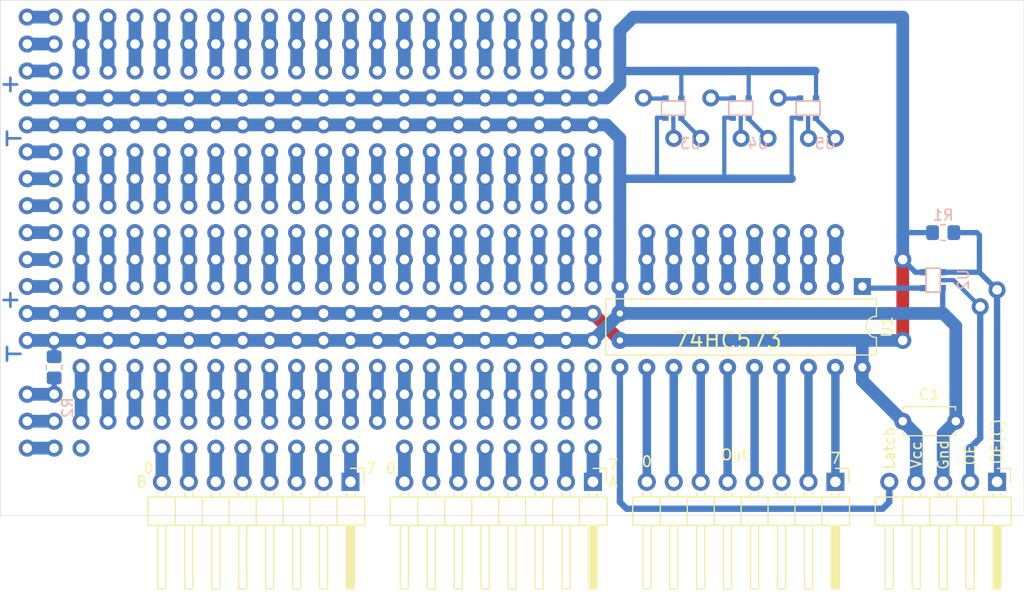
<source format=kicad_pcb>
(kicad_pcb (version 20171130) (host pcbnew "(5.1.8)-1")

  (general
    (thickness 1.6)
    (drawings 23)
    (tracks 829)
    (zones 0)
    (modules 12)
    (nets 49)
  )

  (page A4 portrait)
  (layers
    (0 F.Cu signal)
    (31 B.Cu signal)
    (32 B.Adhes user)
    (33 F.Adhes user)
    (34 B.Paste user)
    (35 F.Paste user)
    (36 B.SilkS user)
    (37 F.SilkS user)
    (38 B.Mask user)
    (39 F.Mask user)
    (40 Dwgs.User user)
    (41 Cmts.User user)
    (42 Eco1.User user)
    (43 Eco2.User user)
    (44 Edge.Cuts user)
    (45 Margin user)
    (46 B.CrtYd user)
    (47 F.CrtYd user)
    (48 B.Fab user)
    (49 F.Fab user)
  )

  (setup
    (last_trace_width 0.4)
    (user_trace_width 0.4)
    (user_trace_width 0.5)
    (user_trace_width 0.6)
    (user_trace_width 0.8)
    (user_trace_width 1.2)
    (trace_clearance 0.2)
    (zone_clearance 0.508)
    (zone_45_only no)
    (trace_min 0.2)
    (via_size 0.8)
    (via_drill 0.4)
    (via_min_size 0.4)
    (via_min_drill 0.3)
    (user_via 1.6 0.6)
    (user_via 1.6 0.9)
    (uvia_size 0.3)
    (uvia_drill 0.1)
    (uvias_allowed no)
    (uvia_min_size 0.2)
    (uvia_min_drill 0.1)
    (edge_width 0.05)
    (segment_width 0.2)
    (pcb_text_width 0.3)
    (pcb_text_size 1.5 1.5)
    (mod_edge_width 0.12)
    (mod_text_size 1 1)
    (mod_text_width 0.15)
    (pad_size 1.524 1.524)
    (pad_drill 0.762)
    (pad_to_mask_clearance 0.051)
    (solder_mask_min_width 0.1)
    (aux_axis_origin 0 0)
    (visible_elements 7FFFFFFF)
    (pcbplotparams
      (layerselection 0x010f0_ffffffff)
      (usegerberextensions false)
      (usegerberattributes false)
      (usegerberadvancedattributes false)
      (creategerberjobfile false)
      (excludeedgelayer true)
      (linewidth 0.100000)
      (plotframeref false)
      (viasonmask false)
      (mode 1)
      (useauxorigin false)
      (hpglpennumber 1)
      (hpglpenspeed 20)
      (hpglpendiameter 15.000000)
      (psnegative false)
      (psa4output false)
      (plotreference true)
      (plotvalue true)
      (plotinvisibletext false)
      (padsonsilk false)
      (subtractmaskfromsilk false)
      (outputformat 1)
      (mirror false)
      (drillshape 0)
      (scaleselection 1)
      (outputdirectory "gerber/"))
  )

  (net 0 "")
  (net 1 "Net-(J1-Pad8)")
  (net 2 "Net-(J1-Pad7)")
  (net 3 "Net-(J1-Pad6)")
  (net 4 "Net-(J1-Pad5)")
  (net 5 "Net-(J1-Pad4)")
  (net 6 "Net-(J1-Pad3)")
  (net 7 "Net-(J1-Pad2)")
  (net 8 "Net-(J1-Pad1)")
  (net 9 "Net-(J2-Pad8)")
  (net 10 "Net-(J2-Pad7)")
  (net 11 "Net-(J2-Pad6)")
  (net 12 "Net-(J2-Pad5)")
  (net 13 "Net-(J2-Pad4)")
  (net 14 "Net-(J2-Pad3)")
  (net 15 "Net-(J2-Pad2)")
  (net 16 "Net-(J2-Pad1)")
  (net 17 "Net-(J3-Pad8)")
  (net 18 "Net-(J3-Pad7)")
  (net 19 "Net-(J3-Pad6)")
  (net 20 "Net-(J3-Pad5)")
  (net 21 "Net-(J3-Pad4)")
  (net 22 "Net-(J3-Pad3)")
  (net 23 "Net-(J3-Pad2)")
  (net 24 "Net-(J3-Pad1)")
  (net 25 "Net-(J4-Pad1)")
  (net 26 VCC)
  (net 27 GND)
  (net 28 "Net-(U1-Pad2)")
  (net 29 "Net-(U1-Pad3)")
  (net 30 "Net-(U1-Pad4)")
  (net 31 "Net-(U1-Pad5)")
  (net 32 "Net-(U1-Pad6)")
  (net 33 "Net-(U1-Pad7)")
  (net 34 "Net-(U1-Pad8)")
  (net 35 "Net-(U1-Pad9)")
  (net 36 "Net-(J4-Pad5)")
  (net 37 "Net-(U1-Pad1)")
  (net 38 "Net-(J4-Pad2)")
  (net 39 "Net-(R2-Pad1)")
  (net 40 "Net-(U3-Pad2)")
  (net 41 "Net-(U3-Pad1)")
  (net 42 "Net-(U3-Pad4)")
  (net 43 "Net-(U4-Pad2)")
  (net 44 "Net-(U4-Pad1)")
  (net 45 "Net-(U4-Pad4)")
  (net 46 "Net-(U5-Pad2)")
  (net 47 "Net-(U5-Pad1)")
  (net 48 "Net-(U5-Pad4)")

  (net_class Default "This is the default net class."
    (clearance 0.2)
    (trace_width 0.25)
    (via_dia 0.8)
    (via_drill 0.4)
    (uvia_dia 0.3)
    (uvia_drill 0.1)
    (add_net GND)
    (add_net "Net-(J1-Pad1)")
    (add_net "Net-(J1-Pad2)")
    (add_net "Net-(J1-Pad3)")
    (add_net "Net-(J1-Pad4)")
    (add_net "Net-(J1-Pad5)")
    (add_net "Net-(J1-Pad6)")
    (add_net "Net-(J1-Pad7)")
    (add_net "Net-(J1-Pad8)")
    (add_net "Net-(J2-Pad1)")
    (add_net "Net-(J2-Pad2)")
    (add_net "Net-(J2-Pad3)")
    (add_net "Net-(J2-Pad4)")
    (add_net "Net-(J2-Pad5)")
    (add_net "Net-(J2-Pad6)")
    (add_net "Net-(J2-Pad7)")
    (add_net "Net-(J2-Pad8)")
    (add_net "Net-(J3-Pad1)")
    (add_net "Net-(J3-Pad2)")
    (add_net "Net-(J3-Pad3)")
    (add_net "Net-(J3-Pad4)")
    (add_net "Net-(J3-Pad5)")
    (add_net "Net-(J3-Pad6)")
    (add_net "Net-(J3-Pad7)")
    (add_net "Net-(J3-Pad8)")
    (add_net "Net-(J4-Pad1)")
    (add_net "Net-(J4-Pad2)")
    (add_net "Net-(J4-Pad5)")
    (add_net "Net-(R2-Pad1)")
    (add_net "Net-(U1-Pad1)")
    (add_net "Net-(U1-Pad2)")
    (add_net "Net-(U1-Pad3)")
    (add_net "Net-(U1-Pad4)")
    (add_net "Net-(U1-Pad5)")
    (add_net "Net-(U1-Pad6)")
    (add_net "Net-(U1-Pad7)")
    (add_net "Net-(U1-Pad8)")
    (add_net "Net-(U1-Pad9)")
    (add_net "Net-(U3-Pad1)")
    (add_net "Net-(U3-Pad2)")
    (add_net "Net-(U3-Pad4)")
    (add_net "Net-(U4-Pad1)")
    (add_net "Net-(U4-Pad2)")
    (add_net "Net-(U4-Pad4)")
    (add_net "Net-(U5-Pad1)")
    (add_net "Net-(U5-Pad2)")
    (add_net "Net-(U5-Pad4)")
    (add_net VCC)
  )

  (module CommonLibrary:tssop5 (layer B.Cu) (tedit 5E6B5FFF) (tstamp 62075AF7)
    (at 100.6475 31.75 180)
    (path /62077536)
    (fp_text reference U5 (at 0 -0.5) (layer B.SilkS)
      (effects (font (size 1 1) (thickness 0.15)) (justify mirror))
    )
    (fp_text value 74AHC1G08 (at 0 0.5) (layer B.Fab)
      (effects (font (size 1 1) (thickness 0.15)) (justify mirror))
    )
    (fp_line (start 0.5 3.525) (end 2.75 3.525) (layer B.SilkS) (width 0.15))
    (fp_line (start 2.75 3.525) (end 2.75 2.175) (layer B.SilkS) (width 0.15))
    (fp_line (start 2.75 2.175) (end 0.5 2.175) (layer B.SilkS) (width 0.15))
    (fp_line (start 0.5 2.175) (end 0.5 3.525) (layer B.SilkS) (width 0.15))
    (pad 2 smd rect (at 1.625 1.95 180) (size 0.4 0.6) (layers B.Cu B.Paste B.Mask)
      (net 46 "Net-(U5-Pad2)"))
    (pad 1 smd rect (at 0.875 1.95 180) (size 0.6 0.6) (layers B.Cu B.Paste B.Mask)
      (net 47 "Net-(U5-Pad1)"))
    (pad 3 smd rect (at 2.375 1.95 180) (size 0.6 0.6) (layers B.Cu B.Paste B.Mask)
      (net 27 GND))
    (pad 4 smd rect (at 2.375 3.75 180) (size 0.6 0.6) (layers B.Cu B.Paste B.Mask)
      (net 48 "Net-(U5-Pad4)"))
    (pad 5 smd rect (at 0.875 3.75 180) (size 0.6 0.6) (layers B.Cu B.Paste B.Mask)
      (net 26 VCC))
  )

  (module CommonLibrary:tssop5 (layer B.Cu) (tedit 5E6B5FFF) (tstamp 62075AEA)
    (at 94.2975 31.75 180)
    (path /62076F90)
    (fp_text reference U4 (at 0 -0.5) (layer B.SilkS)
      (effects (font (size 1 1) (thickness 0.15)) (justify mirror))
    )
    (fp_text value 74AHC1G08 (at 0 0.5) (layer B.Fab)
      (effects (font (size 1 1) (thickness 0.15)) (justify mirror))
    )
    (fp_line (start 0.5 3.525) (end 2.75 3.525) (layer B.SilkS) (width 0.15))
    (fp_line (start 2.75 3.525) (end 2.75 2.175) (layer B.SilkS) (width 0.15))
    (fp_line (start 2.75 2.175) (end 0.5 2.175) (layer B.SilkS) (width 0.15))
    (fp_line (start 0.5 2.175) (end 0.5 3.525) (layer B.SilkS) (width 0.15))
    (pad 2 smd rect (at 1.625 1.95 180) (size 0.4 0.6) (layers B.Cu B.Paste B.Mask)
      (net 43 "Net-(U4-Pad2)"))
    (pad 1 smd rect (at 0.875 1.95 180) (size 0.6 0.6) (layers B.Cu B.Paste B.Mask)
      (net 44 "Net-(U4-Pad1)"))
    (pad 3 smd rect (at 2.375 1.95 180) (size 0.6 0.6) (layers B.Cu B.Paste B.Mask)
      (net 27 GND))
    (pad 4 smd rect (at 2.375 3.75 180) (size 0.6 0.6) (layers B.Cu B.Paste B.Mask)
      (net 45 "Net-(U4-Pad4)"))
    (pad 5 smd rect (at 0.875 3.75 180) (size 0.6 0.6) (layers B.Cu B.Paste B.Mask)
      (net 26 VCC))
  )

  (module CommonLibrary:tssop5 (layer B.Cu) (tedit 5E6B5FFF) (tstamp 62075ADD)
    (at 87.9475 31.75 180)
    (path /62075DB3)
    (fp_text reference U3 (at 0 -0.5) (layer B.SilkS)
      (effects (font (size 1 1) (thickness 0.15)) (justify mirror))
    )
    (fp_text value 74AHC1G08 (at 0 0.5) (layer B.Fab)
      (effects (font (size 1 1) (thickness 0.15)) (justify mirror))
    )
    (fp_line (start 0.5 3.525) (end 2.75 3.525) (layer B.SilkS) (width 0.15))
    (fp_line (start 2.75 3.525) (end 2.75 2.175) (layer B.SilkS) (width 0.15))
    (fp_line (start 2.75 2.175) (end 0.5 2.175) (layer B.SilkS) (width 0.15))
    (fp_line (start 0.5 2.175) (end 0.5 3.525) (layer B.SilkS) (width 0.15))
    (pad 2 smd rect (at 1.625 1.95 180) (size 0.4 0.6) (layers B.Cu B.Paste B.Mask)
      (net 40 "Net-(U3-Pad2)"))
    (pad 1 smd rect (at 0.875 1.95 180) (size 0.6 0.6) (layers B.Cu B.Paste B.Mask)
      (net 41 "Net-(U3-Pad1)"))
    (pad 3 smd rect (at 2.375 1.95 180) (size 0.6 0.6) (layers B.Cu B.Paste B.Mask)
      (net 27 GND))
    (pad 4 smd rect (at 2.375 3.75 180) (size 0.6 0.6) (layers B.Cu B.Paste B.Mask)
      (net 42 "Net-(U3-Pad4)"))
    (pad 5 smd rect (at 0.875 3.75 180) (size 0.6 0.6) (layers B.Cu B.Paste B.Mask)
      (net 26 VCC))
  )

  (module Resistor_SMD:R_0805_2012Metric_Pad1.20x1.40mm_HandSolder (layer B.Cu) (tedit 5F68FEEE) (tstamp 6207C273)
    (at 27.94 53.34 90)
    (descr "Resistor SMD 0805 (2012 Metric), square (rectangular) end terminal, IPC_7351 nominal with elongated pad for handsoldering. (Body size source: IPC-SM-782 page 72, https://www.pcb-3d.com/wordpress/wp-content/uploads/ipc-sm-782a_amendment_1_and_2.pdf), generated with kicad-footprint-generator")
    (tags "resistor handsolder")
    (path /620901B5)
    (attr smd)
    (fp_text reference R2 (at -3.81 1.27 270) (layer B.SilkS)
      (effects (font (size 1 1) (thickness 0.15)) (justify mirror))
    )
    (fp_text value R (at 0 -1.65 270) (layer B.Fab)
      (effects (font (size 1 1) (thickness 0.15)) (justify mirror))
    )
    (fp_line (start -1 -0.625) (end -1 0.625) (layer B.Fab) (width 0.1))
    (fp_line (start -1 0.625) (end 1 0.625) (layer B.Fab) (width 0.1))
    (fp_line (start 1 0.625) (end 1 -0.625) (layer B.Fab) (width 0.1))
    (fp_line (start 1 -0.625) (end -1 -0.625) (layer B.Fab) (width 0.1))
    (fp_line (start -0.227064 0.735) (end 0.227064 0.735) (layer B.SilkS) (width 0.12))
    (fp_line (start -0.227064 -0.735) (end 0.227064 -0.735) (layer B.SilkS) (width 0.12))
    (fp_line (start -1.85 -0.95) (end -1.85 0.95) (layer B.CrtYd) (width 0.05))
    (fp_line (start -1.85 0.95) (end 1.85 0.95) (layer B.CrtYd) (width 0.05))
    (fp_line (start 1.85 0.95) (end 1.85 -0.95) (layer B.CrtYd) (width 0.05))
    (fp_line (start 1.85 -0.95) (end -1.85 -0.95) (layer B.CrtYd) (width 0.05))
    (fp_text user %R (at 0 0 270) (layer B.Fab)
      (effects (font (size 0.5 0.5) (thickness 0.08)) (justify mirror))
    )
    (pad 2 smd roundrect (at 1 0 90) (size 1.2 1.4) (layers B.Cu B.Paste B.Mask) (roundrect_rratio 0.208333)
      (net 27 GND))
    (pad 1 smd roundrect (at -1 0 90) (size 1.2 1.4) (layers B.Cu B.Paste B.Mask) (roundrect_rratio 0.208333)
      (net 39 "Net-(R2-Pad1)"))
    (model ${KISYS3DMOD}/Resistor_SMD.3dshapes/R_0805_2012Metric.wrl
      (at (xyz 0 0 0))
      (scale (xyz 1 1 1))
      (rotate (xyz 0 0 0))
    )
  )

  (module Resistor_SMD:R_0805_2012Metric_Pad1.20x1.40mm_HandSolder (layer B.Cu) (tedit 5F68FEEE) (tstamp 6207B33A)
    (at 111.76 40.64 180)
    (descr "Resistor SMD 0805 (2012 Metric), square (rectangular) end terminal, IPC_7351 nominal with elongated pad for handsoldering. (Body size source: IPC-SM-782 page 72, https://www.pcb-3d.com/wordpress/wp-content/uploads/ipc-sm-782a_amendment_1_and_2.pdf), generated with kicad-footprint-generator")
    (tags "resistor handsolder")
    (path /6207EA9A)
    (attr smd)
    (fp_text reference R1 (at 0 1.65) (layer B.SilkS)
      (effects (font (size 1 1) (thickness 0.15)) (justify mirror))
    )
    (fp_text value 10k (at 0 -1.65) (layer B.Fab)
      (effects (font (size 1 1) (thickness 0.15)) (justify mirror))
    )
    (fp_line (start 1.85 -0.95) (end -1.85 -0.95) (layer B.CrtYd) (width 0.05))
    (fp_line (start 1.85 0.95) (end 1.85 -0.95) (layer B.CrtYd) (width 0.05))
    (fp_line (start -1.85 0.95) (end 1.85 0.95) (layer B.CrtYd) (width 0.05))
    (fp_line (start -1.85 -0.95) (end -1.85 0.95) (layer B.CrtYd) (width 0.05))
    (fp_line (start -0.227064 -0.735) (end 0.227064 -0.735) (layer B.SilkS) (width 0.12))
    (fp_line (start -0.227064 0.735) (end 0.227064 0.735) (layer B.SilkS) (width 0.12))
    (fp_line (start 1 -0.625) (end -1 -0.625) (layer B.Fab) (width 0.1))
    (fp_line (start 1 0.625) (end 1 -0.625) (layer B.Fab) (width 0.1))
    (fp_line (start -1 0.625) (end 1 0.625) (layer B.Fab) (width 0.1))
    (fp_line (start -1 -0.625) (end -1 0.625) (layer B.Fab) (width 0.1))
    (fp_text user %R (at 0 0) (layer B.Fab)
      (effects (font (size 0.5 0.5) (thickness 0.08)) (justify mirror))
    )
    (pad 2 smd roundrect (at 1 0 180) (size 1.2 1.4) (layers B.Cu B.Paste B.Mask) (roundrect_rratio 0.208333)
      (net 26 VCC))
    (pad 1 smd roundrect (at -1 0 180) (size 1.2 1.4) (layers B.Cu B.Paste B.Mask) (roundrect_rratio 0.208333)
      (net 25 "Net-(J4-Pad1)"))
    (model ${KISYS3DMOD}/Resistor_SMD.3dshapes/R_0805_2012Metric.wrl
      (at (xyz 0 0 0))
      (scale (xyz 1 1 1))
      (rotate (xyz 0 0 0))
    )
  )

  (module Connector_PinHeader_2.54mm:PinHeader_1x08_P2.54mm_Horizontal (layer F.Cu) (tedit 59FED5CB) (tstamp 5F500A5B)
    (at 101.6 64.135 270)
    (descr "Through hole angled pin header, 1x08, 2.54mm pitch, 6mm pin length, single row")
    (tags "Through hole angled pin header THT 1x08 2.54mm single row")
    (path /5F502016)
    (fp_text reference J3 (at 4.385 -2.27 90) (layer F.SilkS) hide
      (effects (font (size 1 1) (thickness 0.15)))
    )
    (fp_text value Conn_01x08_Male (at 4.385 20.05 90) (layer F.Fab)
      (effects (font (size 1 1) (thickness 0.15)))
    )
    (fp_line (start 2.135 -1.27) (end 4.04 -1.27) (layer F.Fab) (width 0.1))
    (fp_line (start 4.04 -1.27) (end 4.04 19.05) (layer F.Fab) (width 0.1))
    (fp_line (start 4.04 19.05) (end 1.5 19.05) (layer F.Fab) (width 0.1))
    (fp_line (start 1.5 19.05) (end 1.5 -0.635) (layer F.Fab) (width 0.1))
    (fp_line (start 1.5 -0.635) (end 2.135 -1.27) (layer F.Fab) (width 0.1))
    (fp_line (start -0.32 -0.32) (end 1.5 -0.32) (layer F.Fab) (width 0.1))
    (fp_line (start -0.32 -0.32) (end -0.32 0.32) (layer F.Fab) (width 0.1))
    (fp_line (start -0.32 0.32) (end 1.5 0.32) (layer F.Fab) (width 0.1))
    (fp_line (start 4.04 -0.32) (end 10.04 -0.32) (layer F.Fab) (width 0.1))
    (fp_line (start 10.04 -0.32) (end 10.04 0.32) (layer F.Fab) (width 0.1))
    (fp_line (start 4.04 0.32) (end 10.04 0.32) (layer F.Fab) (width 0.1))
    (fp_line (start -0.32 2.22) (end 1.5 2.22) (layer F.Fab) (width 0.1))
    (fp_line (start -0.32 2.22) (end -0.32 2.86) (layer F.Fab) (width 0.1))
    (fp_line (start -0.32 2.86) (end 1.5 2.86) (layer F.Fab) (width 0.1))
    (fp_line (start 4.04 2.22) (end 10.04 2.22) (layer F.Fab) (width 0.1))
    (fp_line (start 10.04 2.22) (end 10.04 2.86) (layer F.Fab) (width 0.1))
    (fp_line (start 4.04 2.86) (end 10.04 2.86) (layer F.Fab) (width 0.1))
    (fp_line (start -0.32 4.76) (end 1.5 4.76) (layer F.Fab) (width 0.1))
    (fp_line (start -0.32 4.76) (end -0.32 5.4) (layer F.Fab) (width 0.1))
    (fp_line (start -0.32 5.4) (end 1.5 5.4) (layer F.Fab) (width 0.1))
    (fp_line (start 4.04 4.76) (end 10.04 4.76) (layer F.Fab) (width 0.1))
    (fp_line (start 10.04 4.76) (end 10.04 5.4) (layer F.Fab) (width 0.1))
    (fp_line (start 4.04 5.4) (end 10.04 5.4) (layer F.Fab) (width 0.1))
    (fp_line (start -0.32 7.3) (end 1.5 7.3) (layer F.Fab) (width 0.1))
    (fp_line (start -0.32 7.3) (end -0.32 7.94) (layer F.Fab) (width 0.1))
    (fp_line (start -0.32 7.94) (end 1.5 7.94) (layer F.Fab) (width 0.1))
    (fp_line (start 4.04 7.3) (end 10.04 7.3) (layer F.Fab) (width 0.1))
    (fp_line (start 10.04 7.3) (end 10.04 7.94) (layer F.Fab) (width 0.1))
    (fp_line (start 4.04 7.94) (end 10.04 7.94) (layer F.Fab) (width 0.1))
    (fp_line (start -0.32 9.84) (end 1.5 9.84) (layer F.Fab) (width 0.1))
    (fp_line (start -0.32 9.84) (end -0.32 10.48) (layer F.Fab) (width 0.1))
    (fp_line (start -0.32 10.48) (end 1.5 10.48) (layer F.Fab) (width 0.1))
    (fp_line (start 4.04 9.84) (end 10.04 9.84) (layer F.Fab) (width 0.1))
    (fp_line (start 10.04 9.84) (end 10.04 10.48) (layer F.Fab) (width 0.1))
    (fp_line (start 4.04 10.48) (end 10.04 10.48) (layer F.Fab) (width 0.1))
    (fp_line (start -0.32 12.38) (end 1.5 12.38) (layer F.Fab) (width 0.1))
    (fp_line (start -0.32 12.38) (end -0.32 13.02) (layer F.Fab) (width 0.1))
    (fp_line (start -0.32 13.02) (end 1.5 13.02) (layer F.Fab) (width 0.1))
    (fp_line (start 4.04 12.38) (end 10.04 12.38) (layer F.Fab) (width 0.1))
    (fp_line (start 10.04 12.38) (end 10.04 13.02) (layer F.Fab) (width 0.1))
    (fp_line (start 4.04 13.02) (end 10.04 13.02) (layer F.Fab) (width 0.1))
    (fp_line (start -0.32 14.92) (end 1.5 14.92) (layer F.Fab) (width 0.1))
    (fp_line (start -0.32 14.92) (end -0.32 15.56) (layer F.Fab) (width 0.1))
    (fp_line (start -0.32 15.56) (end 1.5 15.56) (layer F.Fab) (width 0.1))
    (fp_line (start 4.04 14.92) (end 10.04 14.92) (layer F.Fab) (width 0.1))
    (fp_line (start 10.04 14.92) (end 10.04 15.56) (layer F.Fab) (width 0.1))
    (fp_line (start 4.04 15.56) (end 10.04 15.56) (layer F.Fab) (width 0.1))
    (fp_line (start -0.32 17.46) (end 1.5 17.46) (layer F.Fab) (width 0.1))
    (fp_line (start -0.32 17.46) (end -0.32 18.1) (layer F.Fab) (width 0.1))
    (fp_line (start -0.32 18.1) (end 1.5 18.1) (layer F.Fab) (width 0.1))
    (fp_line (start 4.04 17.46) (end 10.04 17.46) (layer F.Fab) (width 0.1))
    (fp_line (start 10.04 17.46) (end 10.04 18.1) (layer F.Fab) (width 0.1))
    (fp_line (start 4.04 18.1) (end 10.04 18.1) (layer F.Fab) (width 0.1))
    (fp_line (start 1.44 -1.33) (end 1.44 19.11) (layer F.SilkS) (width 0.12))
    (fp_line (start 1.44 19.11) (end 4.1 19.11) (layer F.SilkS) (width 0.12))
    (fp_line (start 4.1 19.11) (end 4.1 -1.33) (layer F.SilkS) (width 0.12))
    (fp_line (start 4.1 -1.33) (end 1.44 -1.33) (layer F.SilkS) (width 0.12))
    (fp_line (start 4.1 -0.38) (end 10.1 -0.38) (layer F.SilkS) (width 0.12))
    (fp_line (start 10.1 -0.38) (end 10.1 0.38) (layer F.SilkS) (width 0.12))
    (fp_line (start 10.1 0.38) (end 4.1 0.38) (layer F.SilkS) (width 0.12))
    (fp_line (start 4.1 -0.32) (end 10.1 -0.32) (layer F.SilkS) (width 0.12))
    (fp_line (start 4.1 -0.2) (end 10.1 -0.2) (layer F.SilkS) (width 0.12))
    (fp_line (start 4.1 -0.08) (end 10.1 -0.08) (layer F.SilkS) (width 0.12))
    (fp_line (start 4.1 0.04) (end 10.1 0.04) (layer F.SilkS) (width 0.12))
    (fp_line (start 4.1 0.16) (end 10.1 0.16) (layer F.SilkS) (width 0.12))
    (fp_line (start 4.1 0.28) (end 10.1 0.28) (layer F.SilkS) (width 0.12))
    (fp_line (start 1.11 -0.38) (end 1.44 -0.38) (layer F.SilkS) (width 0.12))
    (fp_line (start 1.11 0.38) (end 1.44 0.38) (layer F.SilkS) (width 0.12))
    (fp_line (start 1.44 1.27) (end 4.1 1.27) (layer F.SilkS) (width 0.12))
    (fp_line (start 4.1 2.16) (end 10.1 2.16) (layer F.SilkS) (width 0.12))
    (fp_line (start 10.1 2.16) (end 10.1 2.92) (layer F.SilkS) (width 0.12))
    (fp_line (start 10.1 2.92) (end 4.1 2.92) (layer F.SilkS) (width 0.12))
    (fp_line (start 1.042929 2.16) (end 1.44 2.16) (layer F.SilkS) (width 0.12))
    (fp_line (start 1.042929 2.92) (end 1.44 2.92) (layer F.SilkS) (width 0.12))
    (fp_line (start 1.44 3.81) (end 4.1 3.81) (layer F.SilkS) (width 0.12))
    (fp_line (start 4.1 4.7) (end 10.1 4.7) (layer F.SilkS) (width 0.12))
    (fp_line (start 10.1 4.7) (end 10.1 5.46) (layer F.SilkS) (width 0.12))
    (fp_line (start 10.1 5.46) (end 4.1 5.46) (layer F.SilkS) (width 0.12))
    (fp_line (start 1.042929 4.7) (end 1.44 4.7) (layer F.SilkS) (width 0.12))
    (fp_line (start 1.042929 5.46) (end 1.44 5.46) (layer F.SilkS) (width 0.12))
    (fp_line (start 1.44 6.35) (end 4.1 6.35) (layer F.SilkS) (width 0.12))
    (fp_line (start 4.1 7.24) (end 10.1 7.24) (layer F.SilkS) (width 0.12))
    (fp_line (start 10.1 7.24) (end 10.1 8) (layer F.SilkS) (width 0.12))
    (fp_line (start 10.1 8) (end 4.1 8) (layer F.SilkS) (width 0.12))
    (fp_line (start 1.042929 7.24) (end 1.44 7.24) (layer F.SilkS) (width 0.12))
    (fp_line (start 1.042929 8) (end 1.44 8) (layer F.SilkS) (width 0.12))
    (fp_line (start 1.44 8.89) (end 4.1 8.89) (layer F.SilkS) (width 0.12))
    (fp_line (start 4.1 9.78) (end 10.1 9.78) (layer F.SilkS) (width 0.12))
    (fp_line (start 10.1 9.78) (end 10.1 10.54) (layer F.SilkS) (width 0.12))
    (fp_line (start 10.1 10.54) (end 4.1 10.54) (layer F.SilkS) (width 0.12))
    (fp_line (start 1.042929 9.78) (end 1.44 9.78) (layer F.SilkS) (width 0.12))
    (fp_line (start 1.042929 10.54) (end 1.44 10.54) (layer F.SilkS) (width 0.12))
    (fp_line (start 1.44 11.43) (end 4.1 11.43) (layer F.SilkS) (width 0.12))
    (fp_line (start 4.1 12.32) (end 10.1 12.32) (layer F.SilkS) (width 0.12))
    (fp_line (start 10.1 12.32) (end 10.1 13.08) (layer F.SilkS) (width 0.12))
    (fp_line (start 10.1 13.08) (end 4.1 13.08) (layer F.SilkS) (width 0.12))
    (fp_line (start 1.042929 12.32) (end 1.44 12.32) (layer F.SilkS) (width 0.12))
    (fp_line (start 1.042929 13.08) (end 1.44 13.08) (layer F.SilkS) (width 0.12))
    (fp_line (start 1.44 13.97) (end 4.1 13.97) (layer F.SilkS) (width 0.12))
    (fp_line (start 4.1 14.86) (end 10.1 14.86) (layer F.SilkS) (width 0.12))
    (fp_line (start 10.1 14.86) (end 10.1 15.62) (layer F.SilkS) (width 0.12))
    (fp_line (start 10.1 15.62) (end 4.1 15.62) (layer F.SilkS) (width 0.12))
    (fp_line (start 1.042929 14.86) (end 1.44 14.86) (layer F.SilkS) (width 0.12))
    (fp_line (start 1.042929 15.62) (end 1.44 15.62) (layer F.SilkS) (width 0.12))
    (fp_line (start 1.44 16.51) (end 4.1 16.51) (layer F.SilkS) (width 0.12))
    (fp_line (start 4.1 17.4) (end 10.1 17.4) (layer F.SilkS) (width 0.12))
    (fp_line (start 10.1 17.4) (end 10.1 18.16) (layer F.SilkS) (width 0.12))
    (fp_line (start 10.1 18.16) (end 4.1 18.16) (layer F.SilkS) (width 0.12))
    (fp_line (start 1.042929 17.4) (end 1.44 17.4) (layer F.SilkS) (width 0.12))
    (fp_line (start 1.042929 18.16) (end 1.44 18.16) (layer F.SilkS) (width 0.12))
    (fp_line (start -1.27 0) (end -1.27 -1.27) (layer F.SilkS) (width 0.12))
    (fp_line (start -1.27 -1.27) (end 0 -1.27) (layer F.SilkS) (width 0.12))
    (fp_line (start -1.8 -1.8) (end -1.8 19.55) (layer F.CrtYd) (width 0.05))
    (fp_line (start -1.8 19.55) (end 10.55 19.55) (layer F.CrtYd) (width 0.05))
    (fp_line (start 10.55 19.55) (end 10.55 -1.8) (layer F.CrtYd) (width 0.05))
    (fp_line (start 10.55 -1.8) (end -1.8 -1.8) (layer F.CrtYd) (width 0.05))
    (fp_text user %R (at 2.77 8.89) (layer F.Fab)
      (effects (font (size 1 1) (thickness 0.15)))
    )
    (pad 8 thru_hole oval (at 0 17.78 270) (size 1.7 1.7) (drill 1) (layers *.Cu *.Mask)
      (net 17 "Net-(J3-Pad8)"))
    (pad 7 thru_hole oval (at 0 15.24 270) (size 1.7 1.7) (drill 1) (layers *.Cu *.Mask)
      (net 18 "Net-(J3-Pad7)"))
    (pad 6 thru_hole oval (at 0 12.7 270) (size 1.7 1.7) (drill 1) (layers *.Cu *.Mask)
      (net 19 "Net-(J3-Pad6)"))
    (pad 5 thru_hole oval (at 0 10.16 270) (size 1.7 1.7) (drill 1) (layers *.Cu *.Mask)
      (net 20 "Net-(J3-Pad5)"))
    (pad 4 thru_hole oval (at 0 7.62 270) (size 1.7 1.7) (drill 1) (layers *.Cu *.Mask)
      (net 21 "Net-(J3-Pad4)"))
    (pad 3 thru_hole oval (at 0 5.08 270) (size 1.7 1.7) (drill 1) (layers *.Cu *.Mask)
      (net 22 "Net-(J3-Pad3)"))
    (pad 2 thru_hole oval (at 0 2.54 270) (size 1.7 1.7) (drill 1) (layers *.Cu *.Mask)
      (net 23 "Net-(J3-Pad2)"))
    (pad 1 thru_hole rect (at 0 0 270) (size 1.7 1.7) (drill 1) (layers *.Cu *.Mask)
      (net 24 "Net-(J3-Pad1)"))
    (model ${KISYS3DMOD}/Connector_PinHeader_2.54mm.3dshapes/PinHeader_1x08_P2.54mm_Horizontal.wrl
      (at (xyz 0 0 0))
      (scale (xyz 1 1 1))
      (rotate (xyz 0 0 0))
    )
  )

  (module Connector_PinHeader_2.54mm:PinHeader_1x08_P2.54mm_Horizontal (layer F.Cu) (tedit 59FED5CB) (tstamp 5F5009DA)
    (at 78.74 64.135 270)
    (descr "Through hole angled pin header, 1x08, 2.54mm pitch, 6mm pin length, single row")
    (tags "Through hole angled pin header THT 1x08 2.54mm single row")
    (path /5F5016B1)
    (fp_text reference J2 (at 4.385 -2.27 90) (layer F.SilkS) hide
      (effects (font (size 1 1) (thickness 0.15)))
    )
    (fp_text value Conn_01x08_Male (at 4.385 20.05 90) (layer F.Fab)
      (effects (font (size 1 1) (thickness 0.15)))
    )
    (fp_line (start 2.135 -1.27) (end 4.04 -1.27) (layer F.Fab) (width 0.1))
    (fp_line (start 4.04 -1.27) (end 4.04 19.05) (layer F.Fab) (width 0.1))
    (fp_line (start 4.04 19.05) (end 1.5 19.05) (layer F.Fab) (width 0.1))
    (fp_line (start 1.5 19.05) (end 1.5 -0.635) (layer F.Fab) (width 0.1))
    (fp_line (start 1.5 -0.635) (end 2.135 -1.27) (layer F.Fab) (width 0.1))
    (fp_line (start -0.32 -0.32) (end 1.5 -0.32) (layer F.Fab) (width 0.1))
    (fp_line (start -0.32 -0.32) (end -0.32 0.32) (layer F.Fab) (width 0.1))
    (fp_line (start -0.32 0.32) (end 1.5 0.32) (layer F.Fab) (width 0.1))
    (fp_line (start 4.04 -0.32) (end 10.04 -0.32) (layer F.Fab) (width 0.1))
    (fp_line (start 10.04 -0.32) (end 10.04 0.32) (layer F.Fab) (width 0.1))
    (fp_line (start 4.04 0.32) (end 10.04 0.32) (layer F.Fab) (width 0.1))
    (fp_line (start -0.32 2.22) (end 1.5 2.22) (layer F.Fab) (width 0.1))
    (fp_line (start -0.32 2.22) (end -0.32 2.86) (layer F.Fab) (width 0.1))
    (fp_line (start -0.32 2.86) (end 1.5 2.86) (layer F.Fab) (width 0.1))
    (fp_line (start 4.04 2.22) (end 10.04 2.22) (layer F.Fab) (width 0.1))
    (fp_line (start 10.04 2.22) (end 10.04 2.86) (layer F.Fab) (width 0.1))
    (fp_line (start 4.04 2.86) (end 10.04 2.86) (layer F.Fab) (width 0.1))
    (fp_line (start -0.32 4.76) (end 1.5 4.76) (layer F.Fab) (width 0.1))
    (fp_line (start -0.32 4.76) (end -0.32 5.4) (layer F.Fab) (width 0.1))
    (fp_line (start -0.32 5.4) (end 1.5 5.4) (layer F.Fab) (width 0.1))
    (fp_line (start 4.04 4.76) (end 10.04 4.76) (layer F.Fab) (width 0.1))
    (fp_line (start 10.04 4.76) (end 10.04 5.4) (layer F.Fab) (width 0.1))
    (fp_line (start 4.04 5.4) (end 10.04 5.4) (layer F.Fab) (width 0.1))
    (fp_line (start -0.32 7.3) (end 1.5 7.3) (layer F.Fab) (width 0.1))
    (fp_line (start -0.32 7.3) (end -0.32 7.94) (layer F.Fab) (width 0.1))
    (fp_line (start -0.32 7.94) (end 1.5 7.94) (layer F.Fab) (width 0.1))
    (fp_line (start 4.04 7.3) (end 10.04 7.3) (layer F.Fab) (width 0.1))
    (fp_line (start 10.04 7.3) (end 10.04 7.94) (layer F.Fab) (width 0.1))
    (fp_line (start 4.04 7.94) (end 10.04 7.94) (layer F.Fab) (width 0.1))
    (fp_line (start -0.32 9.84) (end 1.5 9.84) (layer F.Fab) (width 0.1))
    (fp_line (start -0.32 9.84) (end -0.32 10.48) (layer F.Fab) (width 0.1))
    (fp_line (start -0.32 10.48) (end 1.5 10.48) (layer F.Fab) (width 0.1))
    (fp_line (start 4.04 9.84) (end 10.04 9.84) (layer F.Fab) (width 0.1))
    (fp_line (start 10.04 9.84) (end 10.04 10.48) (layer F.Fab) (width 0.1))
    (fp_line (start 4.04 10.48) (end 10.04 10.48) (layer F.Fab) (width 0.1))
    (fp_line (start -0.32 12.38) (end 1.5 12.38) (layer F.Fab) (width 0.1))
    (fp_line (start -0.32 12.38) (end -0.32 13.02) (layer F.Fab) (width 0.1))
    (fp_line (start -0.32 13.02) (end 1.5 13.02) (layer F.Fab) (width 0.1))
    (fp_line (start 4.04 12.38) (end 10.04 12.38) (layer F.Fab) (width 0.1))
    (fp_line (start 10.04 12.38) (end 10.04 13.02) (layer F.Fab) (width 0.1))
    (fp_line (start 4.04 13.02) (end 10.04 13.02) (layer F.Fab) (width 0.1))
    (fp_line (start -0.32 14.92) (end 1.5 14.92) (layer F.Fab) (width 0.1))
    (fp_line (start -0.32 14.92) (end -0.32 15.56) (layer F.Fab) (width 0.1))
    (fp_line (start -0.32 15.56) (end 1.5 15.56) (layer F.Fab) (width 0.1))
    (fp_line (start 4.04 14.92) (end 10.04 14.92) (layer F.Fab) (width 0.1))
    (fp_line (start 10.04 14.92) (end 10.04 15.56) (layer F.Fab) (width 0.1))
    (fp_line (start 4.04 15.56) (end 10.04 15.56) (layer F.Fab) (width 0.1))
    (fp_line (start -0.32 17.46) (end 1.5 17.46) (layer F.Fab) (width 0.1))
    (fp_line (start -0.32 17.46) (end -0.32 18.1) (layer F.Fab) (width 0.1))
    (fp_line (start -0.32 18.1) (end 1.5 18.1) (layer F.Fab) (width 0.1))
    (fp_line (start 4.04 17.46) (end 10.04 17.46) (layer F.Fab) (width 0.1))
    (fp_line (start 10.04 17.46) (end 10.04 18.1) (layer F.Fab) (width 0.1))
    (fp_line (start 4.04 18.1) (end 10.04 18.1) (layer F.Fab) (width 0.1))
    (fp_line (start 1.44 -1.33) (end 1.44 19.11) (layer F.SilkS) (width 0.12))
    (fp_line (start 1.44 19.11) (end 4.1 19.11) (layer F.SilkS) (width 0.12))
    (fp_line (start 4.1 19.11) (end 4.1 -1.33) (layer F.SilkS) (width 0.12))
    (fp_line (start 4.1 -1.33) (end 1.44 -1.33) (layer F.SilkS) (width 0.12))
    (fp_line (start 4.1 -0.38) (end 10.1 -0.38) (layer F.SilkS) (width 0.12))
    (fp_line (start 10.1 -0.38) (end 10.1 0.38) (layer F.SilkS) (width 0.12))
    (fp_line (start 10.1 0.38) (end 4.1 0.38) (layer F.SilkS) (width 0.12))
    (fp_line (start 4.1 -0.32) (end 10.1 -0.32) (layer F.SilkS) (width 0.12))
    (fp_line (start 4.1 -0.2) (end 10.1 -0.2) (layer F.SilkS) (width 0.12))
    (fp_line (start 4.1 -0.08) (end 10.1 -0.08) (layer F.SilkS) (width 0.12))
    (fp_line (start 4.1 0.04) (end 10.1 0.04) (layer F.SilkS) (width 0.12))
    (fp_line (start 4.1 0.16) (end 10.1 0.16) (layer F.SilkS) (width 0.12))
    (fp_line (start 4.1 0.28) (end 10.1 0.28) (layer F.SilkS) (width 0.12))
    (fp_line (start 1.11 -0.38) (end 1.44 -0.38) (layer F.SilkS) (width 0.12))
    (fp_line (start 1.11 0.38) (end 1.44 0.38) (layer F.SilkS) (width 0.12))
    (fp_line (start 1.44 1.27) (end 4.1 1.27) (layer F.SilkS) (width 0.12))
    (fp_line (start 4.1 2.16) (end 10.1 2.16) (layer F.SilkS) (width 0.12))
    (fp_line (start 10.1 2.16) (end 10.1 2.92) (layer F.SilkS) (width 0.12))
    (fp_line (start 10.1 2.92) (end 4.1 2.92) (layer F.SilkS) (width 0.12))
    (fp_line (start 1.042929 2.16) (end 1.44 2.16) (layer F.SilkS) (width 0.12))
    (fp_line (start 1.042929 2.92) (end 1.44 2.92) (layer F.SilkS) (width 0.12))
    (fp_line (start 1.44 3.81) (end 4.1 3.81) (layer F.SilkS) (width 0.12))
    (fp_line (start 4.1 4.7) (end 10.1 4.7) (layer F.SilkS) (width 0.12))
    (fp_line (start 10.1 4.7) (end 10.1 5.46) (layer F.SilkS) (width 0.12))
    (fp_line (start 10.1 5.46) (end 4.1 5.46) (layer F.SilkS) (width 0.12))
    (fp_line (start 1.042929 4.7) (end 1.44 4.7) (layer F.SilkS) (width 0.12))
    (fp_line (start 1.042929 5.46) (end 1.44 5.46) (layer F.SilkS) (width 0.12))
    (fp_line (start 1.44 6.35) (end 4.1 6.35) (layer F.SilkS) (width 0.12))
    (fp_line (start 4.1 7.24) (end 10.1 7.24) (layer F.SilkS) (width 0.12))
    (fp_line (start 10.1 7.24) (end 10.1 8) (layer F.SilkS) (width 0.12))
    (fp_line (start 10.1 8) (end 4.1 8) (layer F.SilkS) (width 0.12))
    (fp_line (start 1.042929 7.24) (end 1.44 7.24) (layer F.SilkS) (width 0.12))
    (fp_line (start 1.042929 8) (end 1.44 8) (layer F.SilkS) (width 0.12))
    (fp_line (start 1.44 8.89) (end 4.1 8.89) (layer F.SilkS) (width 0.12))
    (fp_line (start 4.1 9.78) (end 10.1 9.78) (layer F.SilkS) (width 0.12))
    (fp_line (start 10.1 9.78) (end 10.1 10.54) (layer F.SilkS) (width 0.12))
    (fp_line (start 10.1 10.54) (end 4.1 10.54) (layer F.SilkS) (width 0.12))
    (fp_line (start 1.042929 9.78) (end 1.44 9.78) (layer F.SilkS) (width 0.12))
    (fp_line (start 1.042929 10.54) (end 1.44 10.54) (layer F.SilkS) (width 0.12))
    (fp_line (start 1.44 11.43) (end 4.1 11.43) (layer F.SilkS) (width 0.12))
    (fp_line (start 4.1 12.32) (end 10.1 12.32) (layer F.SilkS) (width 0.12))
    (fp_line (start 10.1 12.32) (end 10.1 13.08) (layer F.SilkS) (width 0.12))
    (fp_line (start 10.1 13.08) (end 4.1 13.08) (layer F.SilkS) (width 0.12))
    (fp_line (start 1.042929 12.32) (end 1.44 12.32) (layer F.SilkS) (width 0.12))
    (fp_line (start 1.042929 13.08) (end 1.44 13.08) (layer F.SilkS) (width 0.12))
    (fp_line (start 1.44 13.97) (end 4.1 13.97) (layer F.SilkS) (width 0.12))
    (fp_line (start 4.1 14.86) (end 10.1 14.86) (layer F.SilkS) (width 0.12))
    (fp_line (start 10.1 14.86) (end 10.1 15.62) (layer F.SilkS) (width 0.12))
    (fp_line (start 10.1 15.62) (end 4.1 15.62) (layer F.SilkS) (width 0.12))
    (fp_line (start 1.042929 14.86) (end 1.44 14.86) (layer F.SilkS) (width 0.12))
    (fp_line (start 1.042929 15.62) (end 1.44 15.62) (layer F.SilkS) (width 0.12))
    (fp_line (start 1.44 16.51) (end 4.1 16.51) (layer F.SilkS) (width 0.12))
    (fp_line (start 4.1 17.4) (end 10.1 17.4) (layer F.SilkS) (width 0.12))
    (fp_line (start 10.1 17.4) (end 10.1 18.16) (layer F.SilkS) (width 0.12))
    (fp_line (start 10.1 18.16) (end 4.1 18.16) (layer F.SilkS) (width 0.12))
    (fp_line (start 1.042929 17.4) (end 1.44 17.4) (layer F.SilkS) (width 0.12))
    (fp_line (start 1.042929 18.16) (end 1.44 18.16) (layer F.SilkS) (width 0.12))
    (fp_line (start -1.27 0) (end -1.27 -1.27) (layer F.SilkS) (width 0.12))
    (fp_line (start -1.27 -1.27) (end 0 -1.27) (layer F.SilkS) (width 0.12))
    (fp_line (start -1.8 -1.8) (end -1.8 19.55) (layer F.CrtYd) (width 0.05))
    (fp_line (start -1.8 19.55) (end 10.55 19.55) (layer F.CrtYd) (width 0.05))
    (fp_line (start 10.55 19.55) (end 10.55 -1.8) (layer F.CrtYd) (width 0.05))
    (fp_line (start 10.55 -1.8) (end -1.8 -1.8) (layer F.CrtYd) (width 0.05))
    (fp_text user %R (at 2.77 8.89) (layer F.Fab)
      (effects (font (size 1 1) (thickness 0.15)))
    )
    (pad 8 thru_hole oval (at 0 17.78 270) (size 1.7 1.7) (drill 1) (layers *.Cu *.Mask)
      (net 9 "Net-(J2-Pad8)"))
    (pad 7 thru_hole oval (at 0 15.24 270) (size 1.7 1.7) (drill 1) (layers *.Cu *.Mask)
      (net 10 "Net-(J2-Pad7)"))
    (pad 6 thru_hole oval (at 0 12.7 270) (size 1.7 1.7) (drill 1) (layers *.Cu *.Mask)
      (net 11 "Net-(J2-Pad6)"))
    (pad 5 thru_hole oval (at 0 10.16 270) (size 1.7 1.7) (drill 1) (layers *.Cu *.Mask)
      (net 12 "Net-(J2-Pad5)"))
    (pad 4 thru_hole oval (at 0 7.62 270) (size 1.7 1.7) (drill 1) (layers *.Cu *.Mask)
      (net 13 "Net-(J2-Pad4)"))
    (pad 3 thru_hole oval (at 0 5.08 270) (size 1.7 1.7) (drill 1) (layers *.Cu *.Mask)
      (net 14 "Net-(J2-Pad3)"))
    (pad 2 thru_hole oval (at 0 2.54 270) (size 1.7 1.7) (drill 1) (layers *.Cu *.Mask)
      (net 15 "Net-(J2-Pad2)"))
    (pad 1 thru_hole rect (at 0 0 270) (size 1.7 1.7) (drill 1) (layers *.Cu *.Mask)
      (net 16 "Net-(J2-Pad1)"))
    (model ${KISYS3DMOD}/Connector_PinHeader_2.54mm.3dshapes/PinHeader_1x08_P2.54mm_Horizontal.wrl
      (at (xyz 0 0 0))
      (scale (xyz 1 1 1))
      (rotate (xyz 0 0 0))
    )
  )

  (module Connector_PinHeader_2.54mm:PinHeader_1x08_P2.54mm_Horizontal (layer F.Cu) (tedit 59FED5CB) (tstamp 5F500959)
    (at 55.88 64.135 270)
    (descr "Through hole angled pin header, 1x08, 2.54mm pitch, 6mm pin length, single row")
    (tags "Through hole angled pin header THT 1x08 2.54mm single row")
    (path /5F5004CF)
    (fp_text reference J1 (at 4.385 -2.27 90) (layer F.SilkS) hide
      (effects (font (size 1 1) (thickness 0.15)))
    )
    (fp_text value Conn_01x08_Male (at 4.385 20.05 90) (layer F.Fab)
      (effects (font (size 1 1) (thickness 0.15)))
    )
    (fp_line (start 2.135 -1.27) (end 4.04 -1.27) (layer F.Fab) (width 0.1))
    (fp_line (start 4.04 -1.27) (end 4.04 19.05) (layer F.Fab) (width 0.1))
    (fp_line (start 4.04 19.05) (end 1.5 19.05) (layer F.Fab) (width 0.1))
    (fp_line (start 1.5 19.05) (end 1.5 -0.635) (layer F.Fab) (width 0.1))
    (fp_line (start 1.5 -0.635) (end 2.135 -1.27) (layer F.Fab) (width 0.1))
    (fp_line (start -0.32 -0.32) (end 1.5 -0.32) (layer F.Fab) (width 0.1))
    (fp_line (start -0.32 -0.32) (end -0.32 0.32) (layer F.Fab) (width 0.1))
    (fp_line (start -0.32 0.32) (end 1.5 0.32) (layer F.Fab) (width 0.1))
    (fp_line (start 4.04 -0.32) (end 10.04 -0.32) (layer F.Fab) (width 0.1))
    (fp_line (start 10.04 -0.32) (end 10.04 0.32) (layer F.Fab) (width 0.1))
    (fp_line (start 4.04 0.32) (end 10.04 0.32) (layer F.Fab) (width 0.1))
    (fp_line (start -0.32 2.22) (end 1.5 2.22) (layer F.Fab) (width 0.1))
    (fp_line (start -0.32 2.22) (end -0.32 2.86) (layer F.Fab) (width 0.1))
    (fp_line (start -0.32 2.86) (end 1.5 2.86) (layer F.Fab) (width 0.1))
    (fp_line (start 4.04 2.22) (end 10.04 2.22) (layer F.Fab) (width 0.1))
    (fp_line (start 10.04 2.22) (end 10.04 2.86) (layer F.Fab) (width 0.1))
    (fp_line (start 4.04 2.86) (end 10.04 2.86) (layer F.Fab) (width 0.1))
    (fp_line (start -0.32 4.76) (end 1.5 4.76) (layer F.Fab) (width 0.1))
    (fp_line (start -0.32 4.76) (end -0.32 5.4) (layer F.Fab) (width 0.1))
    (fp_line (start -0.32 5.4) (end 1.5 5.4) (layer F.Fab) (width 0.1))
    (fp_line (start 4.04 4.76) (end 10.04 4.76) (layer F.Fab) (width 0.1))
    (fp_line (start 10.04 4.76) (end 10.04 5.4) (layer F.Fab) (width 0.1))
    (fp_line (start 4.04 5.4) (end 10.04 5.4) (layer F.Fab) (width 0.1))
    (fp_line (start -0.32 7.3) (end 1.5 7.3) (layer F.Fab) (width 0.1))
    (fp_line (start -0.32 7.3) (end -0.32 7.94) (layer F.Fab) (width 0.1))
    (fp_line (start -0.32 7.94) (end 1.5 7.94) (layer F.Fab) (width 0.1))
    (fp_line (start 4.04 7.3) (end 10.04 7.3) (layer F.Fab) (width 0.1))
    (fp_line (start 10.04 7.3) (end 10.04 7.94) (layer F.Fab) (width 0.1))
    (fp_line (start 4.04 7.94) (end 10.04 7.94) (layer F.Fab) (width 0.1))
    (fp_line (start -0.32 9.84) (end 1.5 9.84) (layer F.Fab) (width 0.1))
    (fp_line (start -0.32 9.84) (end -0.32 10.48) (layer F.Fab) (width 0.1))
    (fp_line (start -0.32 10.48) (end 1.5 10.48) (layer F.Fab) (width 0.1))
    (fp_line (start 4.04 9.84) (end 10.04 9.84) (layer F.Fab) (width 0.1))
    (fp_line (start 10.04 9.84) (end 10.04 10.48) (layer F.Fab) (width 0.1))
    (fp_line (start 4.04 10.48) (end 10.04 10.48) (layer F.Fab) (width 0.1))
    (fp_line (start -0.32 12.38) (end 1.5 12.38) (layer F.Fab) (width 0.1))
    (fp_line (start -0.32 12.38) (end -0.32 13.02) (layer F.Fab) (width 0.1))
    (fp_line (start -0.32 13.02) (end 1.5 13.02) (layer F.Fab) (width 0.1))
    (fp_line (start 4.04 12.38) (end 10.04 12.38) (layer F.Fab) (width 0.1))
    (fp_line (start 10.04 12.38) (end 10.04 13.02) (layer F.Fab) (width 0.1))
    (fp_line (start 4.04 13.02) (end 10.04 13.02) (layer F.Fab) (width 0.1))
    (fp_line (start -0.32 14.92) (end 1.5 14.92) (layer F.Fab) (width 0.1))
    (fp_line (start -0.32 14.92) (end -0.32 15.56) (layer F.Fab) (width 0.1))
    (fp_line (start -0.32 15.56) (end 1.5 15.56) (layer F.Fab) (width 0.1))
    (fp_line (start 4.04 14.92) (end 10.04 14.92) (layer F.Fab) (width 0.1))
    (fp_line (start 10.04 14.92) (end 10.04 15.56) (layer F.Fab) (width 0.1))
    (fp_line (start 4.04 15.56) (end 10.04 15.56) (layer F.Fab) (width 0.1))
    (fp_line (start -0.32 17.46) (end 1.5 17.46) (layer F.Fab) (width 0.1))
    (fp_line (start -0.32 17.46) (end -0.32 18.1) (layer F.Fab) (width 0.1))
    (fp_line (start -0.32 18.1) (end 1.5 18.1) (layer F.Fab) (width 0.1))
    (fp_line (start 4.04 17.46) (end 10.04 17.46) (layer F.Fab) (width 0.1))
    (fp_line (start 10.04 17.46) (end 10.04 18.1) (layer F.Fab) (width 0.1))
    (fp_line (start 4.04 18.1) (end 10.04 18.1) (layer F.Fab) (width 0.1))
    (fp_line (start 1.44 -1.33) (end 1.44 19.11) (layer F.SilkS) (width 0.12))
    (fp_line (start 1.44 19.11) (end 4.1 19.11) (layer F.SilkS) (width 0.12))
    (fp_line (start 4.1 19.11) (end 4.1 -1.33) (layer F.SilkS) (width 0.12))
    (fp_line (start 4.1 -1.33) (end 1.44 -1.33) (layer F.SilkS) (width 0.12))
    (fp_line (start 4.1 -0.38) (end 10.1 -0.38) (layer F.SilkS) (width 0.12))
    (fp_line (start 10.1 -0.38) (end 10.1 0.38) (layer F.SilkS) (width 0.12))
    (fp_line (start 10.1 0.38) (end 4.1 0.38) (layer F.SilkS) (width 0.12))
    (fp_line (start 4.1 -0.32) (end 10.1 -0.32) (layer F.SilkS) (width 0.12))
    (fp_line (start 4.1 -0.2) (end 10.1 -0.2) (layer F.SilkS) (width 0.12))
    (fp_line (start 4.1 -0.08) (end 10.1 -0.08) (layer F.SilkS) (width 0.12))
    (fp_line (start 4.1 0.04) (end 10.1 0.04) (layer F.SilkS) (width 0.12))
    (fp_line (start 4.1 0.16) (end 10.1 0.16) (layer F.SilkS) (width 0.12))
    (fp_line (start 4.1 0.28) (end 10.1 0.28) (layer F.SilkS) (width 0.12))
    (fp_line (start 1.11 -0.38) (end 1.44 -0.38) (layer F.SilkS) (width 0.12))
    (fp_line (start 1.11 0.38) (end 1.44 0.38) (layer F.SilkS) (width 0.12))
    (fp_line (start 1.44 1.27) (end 4.1 1.27) (layer F.SilkS) (width 0.12))
    (fp_line (start 4.1 2.16) (end 10.1 2.16) (layer F.SilkS) (width 0.12))
    (fp_line (start 10.1 2.16) (end 10.1 2.92) (layer F.SilkS) (width 0.12))
    (fp_line (start 10.1 2.92) (end 4.1 2.92) (layer F.SilkS) (width 0.12))
    (fp_line (start 1.042929 2.16) (end 1.44 2.16) (layer F.SilkS) (width 0.12))
    (fp_line (start 1.042929 2.92) (end 1.44 2.92) (layer F.SilkS) (width 0.12))
    (fp_line (start 1.44 3.81) (end 4.1 3.81) (layer F.SilkS) (width 0.12))
    (fp_line (start 4.1 4.7) (end 10.1 4.7) (layer F.SilkS) (width 0.12))
    (fp_line (start 10.1 4.7) (end 10.1 5.46) (layer F.SilkS) (width 0.12))
    (fp_line (start 10.1 5.46) (end 4.1 5.46) (layer F.SilkS) (width 0.12))
    (fp_line (start 1.042929 4.7) (end 1.44 4.7) (layer F.SilkS) (width 0.12))
    (fp_line (start 1.042929 5.46) (end 1.44 5.46) (layer F.SilkS) (width 0.12))
    (fp_line (start 1.44 6.35) (end 4.1 6.35) (layer F.SilkS) (width 0.12))
    (fp_line (start 4.1 7.24) (end 10.1 7.24) (layer F.SilkS) (width 0.12))
    (fp_line (start 10.1 7.24) (end 10.1 8) (layer F.SilkS) (width 0.12))
    (fp_line (start 10.1 8) (end 4.1 8) (layer F.SilkS) (width 0.12))
    (fp_line (start 1.042929 7.24) (end 1.44 7.24) (layer F.SilkS) (width 0.12))
    (fp_line (start 1.042929 8) (end 1.44 8) (layer F.SilkS) (width 0.12))
    (fp_line (start 1.44 8.89) (end 4.1 8.89) (layer F.SilkS) (width 0.12))
    (fp_line (start 4.1 9.78) (end 10.1 9.78) (layer F.SilkS) (width 0.12))
    (fp_line (start 10.1 9.78) (end 10.1 10.54) (layer F.SilkS) (width 0.12))
    (fp_line (start 10.1 10.54) (end 4.1 10.54) (layer F.SilkS) (width 0.12))
    (fp_line (start 1.042929 9.78) (end 1.44 9.78) (layer F.SilkS) (width 0.12))
    (fp_line (start 1.042929 10.54) (end 1.44 10.54) (layer F.SilkS) (width 0.12))
    (fp_line (start 1.44 11.43) (end 4.1 11.43) (layer F.SilkS) (width 0.12))
    (fp_line (start 4.1 12.32) (end 10.1 12.32) (layer F.SilkS) (width 0.12))
    (fp_line (start 10.1 12.32) (end 10.1 13.08) (layer F.SilkS) (width 0.12))
    (fp_line (start 10.1 13.08) (end 4.1 13.08) (layer F.SilkS) (width 0.12))
    (fp_line (start 1.042929 12.32) (end 1.44 12.32) (layer F.SilkS) (width 0.12))
    (fp_line (start 1.042929 13.08) (end 1.44 13.08) (layer F.SilkS) (width 0.12))
    (fp_line (start 1.44 13.97) (end 4.1 13.97) (layer F.SilkS) (width 0.12))
    (fp_line (start 4.1 14.86) (end 10.1 14.86) (layer F.SilkS) (width 0.12))
    (fp_line (start 10.1 14.86) (end 10.1 15.62) (layer F.SilkS) (width 0.12))
    (fp_line (start 10.1 15.62) (end 4.1 15.62) (layer F.SilkS) (width 0.12))
    (fp_line (start 1.042929 14.86) (end 1.44 14.86) (layer F.SilkS) (width 0.12))
    (fp_line (start 1.042929 15.62) (end 1.44 15.62) (layer F.SilkS) (width 0.12))
    (fp_line (start 1.44 16.51) (end 4.1 16.51) (layer F.SilkS) (width 0.12))
    (fp_line (start 4.1 17.4) (end 10.1 17.4) (layer F.SilkS) (width 0.12))
    (fp_line (start 10.1 17.4) (end 10.1 18.16) (layer F.SilkS) (width 0.12))
    (fp_line (start 10.1 18.16) (end 4.1 18.16) (layer F.SilkS) (width 0.12))
    (fp_line (start 1.042929 17.4) (end 1.44 17.4) (layer F.SilkS) (width 0.12))
    (fp_line (start 1.042929 18.16) (end 1.44 18.16) (layer F.SilkS) (width 0.12))
    (fp_line (start -1.27 0) (end -1.27 -1.27) (layer F.SilkS) (width 0.12))
    (fp_line (start -1.27 -1.27) (end 0 -1.27) (layer F.SilkS) (width 0.12))
    (fp_line (start -1.8 -1.8) (end -1.8 19.55) (layer F.CrtYd) (width 0.05))
    (fp_line (start -1.8 19.55) (end 10.55 19.55) (layer F.CrtYd) (width 0.05))
    (fp_line (start 10.55 19.55) (end 10.55 -1.8) (layer F.CrtYd) (width 0.05))
    (fp_line (start 10.55 -1.8) (end -1.8 -1.8) (layer F.CrtYd) (width 0.05))
    (fp_text user %R (at 2.77 8.89) (layer F.Fab)
      (effects (font (size 1 1) (thickness 0.15)))
    )
    (pad 8 thru_hole oval (at 0 17.78 270) (size 1.7 1.7) (drill 1) (layers *.Cu *.Mask)
      (net 1 "Net-(J1-Pad8)"))
    (pad 7 thru_hole oval (at 0 15.24 270) (size 1.7 1.7) (drill 1) (layers *.Cu *.Mask)
      (net 2 "Net-(J1-Pad7)"))
    (pad 6 thru_hole oval (at 0 12.7 270) (size 1.7 1.7) (drill 1) (layers *.Cu *.Mask)
      (net 3 "Net-(J1-Pad6)"))
    (pad 5 thru_hole oval (at 0 10.16 270) (size 1.7 1.7) (drill 1) (layers *.Cu *.Mask)
      (net 4 "Net-(J1-Pad5)"))
    (pad 4 thru_hole oval (at 0 7.62 270) (size 1.7 1.7) (drill 1) (layers *.Cu *.Mask)
      (net 5 "Net-(J1-Pad4)"))
    (pad 3 thru_hole oval (at 0 5.08 270) (size 1.7 1.7) (drill 1) (layers *.Cu *.Mask)
      (net 6 "Net-(J1-Pad3)"))
    (pad 2 thru_hole oval (at 0 2.54 270) (size 1.7 1.7) (drill 1) (layers *.Cu *.Mask)
      (net 7 "Net-(J1-Pad2)"))
    (pad 1 thru_hole rect (at 0 0 270) (size 1.7 1.7) (drill 1) (layers *.Cu *.Mask)
      (net 8 "Net-(J1-Pad1)"))
    (model ${KISYS3DMOD}/Connector_PinHeader_2.54mm.3dshapes/PinHeader_1x08_P2.54mm_Horizontal.wrl
      (at (xyz 0 0 0))
      (scale (xyz 1 1 1))
      (rotate (xyz 0 0 0))
    )
  )

  (module Capacitor_THT:C_Disc_D4.7mm_W2.5mm_P5.00mm (layer F.Cu) (tedit 5AE50EF0) (tstamp 5F502AD8)
    (at 107.95 58.42)
    (descr "C, Disc series, Radial, pin pitch=5.00mm, , diameter*width=4.7*2.5mm^2, Capacitor, http://www.vishay.com/docs/45233/krseries.pdf")
    (tags "C Disc series Radial pin pitch 5.00mm  diameter 4.7mm width 2.5mm Capacitor")
    (path /5F50C05B)
    (fp_text reference C1 (at 2.5 -2.5) (layer F.SilkS)
      (effects (font (size 1 1) (thickness 0.15)))
    )
    (fp_text value 0.1uF (at 2.5 2.5) (layer F.Fab)
      (effects (font (size 1 1) (thickness 0.15)))
    )
    (fp_line (start 6.05 -1.5) (end -1.05 -1.5) (layer F.CrtYd) (width 0.05))
    (fp_line (start 6.05 1.5) (end 6.05 -1.5) (layer F.CrtYd) (width 0.05))
    (fp_line (start -1.05 1.5) (end 6.05 1.5) (layer F.CrtYd) (width 0.05))
    (fp_line (start -1.05 -1.5) (end -1.05 1.5) (layer F.CrtYd) (width 0.05))
    (fp_line (start 4.97 1.055) (end 4.97 1.37) (layer F.SilkS) (width 0.12))
    (fp_line (start 4.97 -1.37) (end 4.97 -1.055) (layer F.SilkS) (width 0.12))
    (fp_line (start 0.03 1.055) (end 0.03 1.37) (layer F.SilkS) (width 0.12))
    (fp_line (start 0.03 -1.37) (end 0.03 -1.055) (layer F.SilkS) (width 0.12))
    (fp_line (start 0.03 1.37) (end 4.97 1.37) (layer F.SilkS) (width 0.12))
    (fp_line (start 0.03 -1.37) (end 4.97 -1.37) (layer F.SilkS) (width 0.12))
    (fp_line (start 4.85 -1.25) (end 0.15 -1.25) (layer F.Fab) (width 0.1))
    (fp_line (start 4.85 1.25) (end 4.85 -1.25) (layer F.Fab) (width 0.1))
    (fp_line (start 0.15 1.25) (end 4.85 1.25) (layer F.Fab) (width 0.1))
    (fp_line (start 0.15 -1.25) (end 0.15 1.25) (layer F.Fab) (width 0.1))
    (fp_text user %R (at 2.5 0) (layer F.Fab)
      (effects (font (size 0.94 0.94) (thickness 0.141)))
    )
    (pad 1 thru_hole circle (at 0 0) (size 1.6 1.6) (drill 0.8) (layers *.Cu *.Mask)
      (net 26 VCC))
    (pad 2 thru_hole circle (at 5 0) (size 1.6 1.6) (drill 0.8) (layers *.Cu *.Mask)
      (net 27 GND))
    (model ${KISYS3DMOD}/Capacitor_THT.3dshapes/C_Disc_D4.7mm_W2.5mm_P5.00mm.wrl
      (at (xyz 0 0 0))
      (scale (xyz 1 1 1))
      (rotate (xyz 0 0 0))
    )
  )

  (module Package_DIP:DIP-20_W7.62mm (layer F.Cu) (tedit 5A02E8C5) (tstamp 5F510E8F)
    (at 104.14 45.72 270)
    (descr "20-lead though-hole mounted DIP package, row spacing 7.62 mm (300 mils)")
    (tags "THT DIP DIL PDIP 2.54mm 7.62mm 300mil")
    (path /5F510F59)
    (fp_text reference U1 (at 3.81 -2.33 90) (layer F.SilkS)
      (effects (font (size 1 1) (thickness 0.15)))
    )
    (fp_text value 74LS573 (at 3.81 25.19 90) (layer F.Fab)
      (effects (font (size 1 1) (thickness 0.15)))
    )
    (fp_line (start 8.7 -1.55) (end -1.1 -1.55) (layer F.CrtYd) (width 0.05))
    (fp_line (start 8.7 24.4) (end 8.7 -1.55) (layer F.CrtYd) (width 0.05))
    (fp_line (start -1.1 24.4) (end 8.7 24.4) (layer F.CrtYd) (width 0.05))
    (fp_line (start -1.1 -1.55) (end -1.1 24.4) (layer F.CrtYd) (width 0.05))
    (fp_line (start 6.46 -1.33) (end 4.81 -1.33) (layer F.SilkS) (width 0.12))
    (fp_line (start 6.46 24.19) (end 6.46 -1.33) (layer F.SilkS) (width 0.12))
    (fp_line (start 1.16 24.19) (end 6.46 24.19) (layer F.SilkS) (width 0.12))
    (fp_line (start 1.16 -1.33) (end 1.16 24.19) (layer F.SilkS) (width 0.12))
    (fp_line (start 2.81 -1.33) (end 1.16 -1.33) (layer F.SilkS) (width 0.12))
    (fp_line (start 0.635 -0.27) (end 1.635 -1.27) (layer F.Fab) (width 0.1))
    (fp_line (start 0.635 24.13) (end 0.635 -0.27) (layer F.Fab) (width 0.1))
    (fp_line (start 6.985 24.13) (end 0.635 24.13) (layer F.Fab) (width 0.1))
    (fp_line (start 6.985 -1.27) (end 6.985 24.13) (layer F.Fab) (width 0.1))
    (fp_line (start 1.635 -1.27) (end 6.985 -1.27) (layer F.Fab) (width 0.1))
    (fp_arc (start 3.81 -1.33) (end 2.81 -1.33) (angle -180) (layer F.SilkS) (width 0.12))
    (fp_text user %R (at 3.81 11.43 90) (layer F.Fab)
      (effects (font (size 1 1) (thickness 0.15)))
    )
    (pad 1 thru_hole rect (at 0 0 270) (size 1.6 1.6) (drill 0.8) (layers *.Cu *.Mask)
      (net 37 "Net-(U1-Pad1)"))
    (pad 11 thru_hole oval (at 7.62 22.86 270) (size 1.6 1.6) (drill 0.8) (layers *.Cu *.Mask)
      (net 36 "Net-(J4-Pad5)"))
    (pad 2 thru_hole oval (at 0 2.54 270) (size 1.6 1.6) (drill 0.8) (layers *.Cu *.Mask)
      (net 28 "Net-(U1-Pad2)"))
    (pad 12 thru_hole oval (at 7.62 20.32 270) (size 1.6 1.6) (drill 0.8) (layers *.Cu *.Mask)
      (net 17 "Net-(J3-Pad8)"))
    (pad 3 thru_hole oval (at 0 5.08 270) (size 1.6 1.6) (drill 0.8) (layers *.Cu *.Mask)
      (net 29 "Net-(U1-Pad3)"))
    (pad 13 thru_hole oval (at 7.62 17.78 270) (size 1.6 1.6) (drill 0.8) (layers *.Cu *.Mask)
      (net 18 "Net-(J3-Pad7)"))
    (pad 4 thru_hole oval (at 0 7.62 270) (size 1.6 1.6) (drill 0.8) (layers *.Cu *.Mask)
      (net 30 "Net-(U1-Pad4)"))
    (pad 14 thru_hole oval (at 7.62 15.24 270) (size 1.6 1.6) (drill 0.8) (layers *.Cu *.Mask)
      (net 19 "Net-(J3-Pad6)"))
    (pad 5 thru_hole oval (at 0 10.16 270) (size 1.6 1.6) (drill 0.8) (layers *.Cu *.Mask)
      (net 31 "Net-(U1-Pad5)"))
    (pad 15 thru_hole oval (at 7.62 12.7 270) (size 1.6 1.6) (drill 0.8) (layers *.Cu *.Mask)
      (net 20 "Net-(J3-Pad5)"))
    (pad 6 thru_hole oval (at 0 12.7 270) (size 1.6 1.6) (drill 0.8) (layers *.Cu *.Mask)
      (net 32 "Net-(U1-Pad6)"))
    (pad 16 thru_hole oval (at 7.62 10.16 270) (size 1.6 1.6) (drill 0.8) (layers *.Cu *.Mask)
      (net 21 "Net-(J3-Pad4)"))
    (pad 7 thru_hole oval (at 0 15.24 270) (size 1.6 1.6) (drill 0.8) (layers *.Cu *.Mask)
      (net 33 "Net-(U1-Pad7)"))
    (pad 17 thru_hole oval (at 7.62 7.62 270) (size 1.6 1.6) (drill 0.8) (layers *.Cu *.Mask)
      (net 22 "Net-(J3-Pad3)"))
    (pad 8 thru_hole oval (at 0 17.78 270) (size 1.6 1.6) (drill 0.8) (layers *.Cu *.Mask)
      (net 34 "Net-(U1-Pad8)"))
    (pad 18 thru_hole oval (at 7.62 5.08 270) (size 1.6 1.6) (drill 0.8) (layers *.Cu *.Mask)
      (net 23 "Net-(J3-Pad2)"))
    (pad 9 thru_hole oval (at 0 20.32 270) (size 1.6 1.6) (drill 0.8) (layers *.Cu *.Mask)
      (net 35 "Net-(U1-Pad9)"))
    (pad 19 thru_hole oval (at 7.62 2.54 270) (size 1.6 1.6) (drill 0.8) (layers *.Cu *.Mask)
      (net 24 "Net-(J3-Pad1)"))
    (pad 10 thru_hole oval (at 0 22.86 270) (size 1.6 1.6) (drill 0.8) (layers *.Cu *.Mask)
      (net 27 GND))
    (pad 20 thru_hole oval (at 7.62 0 270) (size 1.6 1.6) (drill 0.8) (layers *.Cu *.Mask)
      (net 26 VCC))
    (model ${KISYS3DMOD}/Package_DIP.3dshapes/DIP-20_W7.62mm.wrl
      (at (xyz 0 0 0))
      (scale (xyz 1 1 1))
      (rotate (xyz 0 0 0))
    )
  )

  (module Connector_PinHeader_2.54mm:PinHeader_1x05_P2.54mm_Horizontal (layer F.Cu) (tedit 59FED5CB) (tstamp 6207A37E)
    (at 116.84 64.135 270)
    (descr "Through hole angled pin header, 1x05, 2.54mm pitch, 6mm pin length, single row")
    (tags "Through hole angled pin header THT 1x05 2.54mm single row")
    (path /620745DF)
    (fp_text reference J4 (at 4.385 -2.27 90) (layer F.SilkS) hide
      (effects (font (size 1 1) (thickness 0.15)))
    )
    (fp_text value Conn_01x05_Male (at 4.385 12.43 90) (layer F.Fab)
      (effects (font (size 1 1) (thickness 0.15)))
    )
    (fp_line (start 10.55 -1.8) (end -1.8 -1.8) (layer F.CrtYd) (width 0.05))
    (fp_line (start 10.55 11.95) (end 10.55 -1.8) (layer F.CrtYd) (width 0.05))
    (fp_line (start -1.8 11.95) (end 10.55 11.95) (layer F.CrtYd) (width 0.05))
    (fp_line (start -1.8 -1.8) (end -1.8 11.95) (layer F.CrtYd) (width 0.05))
    (fp_line (start -1.27 -1.27) (end 0 -1.27) (layer F.SilkS) (width 0.12))
    (fp_line (start -1.27 0) (end -1.27 -1.27) (layer F.SilkS) (width 0.12))
    (fp_line (start 1.042929 10.54) (end 1.44 10.54) (layer F.SilkS) (width 0.12))
    (fp_line (start 1.042929 9.78) (end 1.44 9.78) (layer F.SilkS) (width 0.12))
    (fp_line (start 10.1 10.54) (end 4.1 10.54) (layer F.SilkS) (width 0.12))
    (fp_line (start 10.1 9.78) (end 10.1 10.54) (layer F.SilkS) (width 0.12))
    (fp_line (start 4.1 9.78) (end 10.1 9.78) (layer F.SilkS) (width 0.12))
    (fp_line (start 1.44 8.89) (end 4.1 8.89) (layer F.SilkS) (width 0.12))
    (fp_line (start 1.042929 8) (end 1.44 8) (layer F.SilkS) (width 0.12))
    (fp_line (start 1.042929 7.24) (end 1.44 7.24) (layer F.SilkS) (width 0.12))
    (fp_line (start 10.1 8) (end 4.1 8) (layer F.SilkS) (width 0.12))
    (fp_line (start 10.1 7.24) (end 10.1 8) (layer F.SilkS) (width 0.12))
    (fp_line (start 4.1 7.24) (end 10.1 7.24) (layer F.SilkS) (width 0.12))
    (fp_line (start 1.44 6.35) (end 4.1 6.35) (layer F.SilkS) (width 0.12))
    (fp_line (start 1.042929 5.46) (end 1.44 5.46) (layer F.SilkS) (width 0.12))
    (fp_line (start 1.042929 4.7) (end 1.44 4.7) (layer F.SilkS) (width 0.12))
    (fp_line (start 10.1 5.46) (end 4.1 5.46) (layer F.SilkS) (width 0.12))
    (fp_line (start 10.1 4.7) (end 10.1 5.46) (layer F.SilkS) (width 0.12))
    (fp_line (start 4.1 4.7) (end 10.1 4.7) (layer F.SilkS) (width 0.12))
    (fp_line (start 1.44 3.81) (end 4.1 3.81) (layer F.SilkS) (width 0.12))
    (fp_line (start 1.042929 2.92) (end 1.44 2.92) (layer F.SilkS) (width 0.12))
    (fp_line (start 1.042929 2.16) (end 1.44 2.16) (layer F.SilkS) (width 0.12))
    (fp_line (start 10.1 2.92) (end 4.1 2.92) (layer F.SilkS) (width 0.12))
    (fp_line (start 10.1 2.16) (end 10.1 2.92) (layer F.SilkS) (width 0.12))
    (fp_line (start 4.1 2.16) (end 10.1 2.16) (layer F.SilkS) (width 0.12))
    (fp_line (start 1.44 1.27) (end 4.1 1.27) (layer F.SilkS) (width 0.12))
    (fp_line (start 1.11 0.38) (end 1.44 0.38) (layer F.SilkS) (width 0.12))
    (fp_line (start 1.11 -0.38) (end 1.44 -0.38) (layer F.SilkS) (width 0.12))
    (fp_line (start 4.1 0.28) (end 10.1 0.28) (layer F.SilkS) (width 0.12))
    (fp_line (start 4.1 0.16) (end 10.1 0.16) (layer F.SilkS) (width 0.12))
    (fp_line (start 4.1 0.04) (end 10.1 0.04) (layer F.SilkS) (width 0.12))
    (fp_line (start 4.1 -0.08) (end 10.1 -0.08) (layer F.SilkS) (width 0.12))
    (fp_line (start 4.1 -0.2) (end 10.1 -0.2) (layer F.SilkS) (width 0.12))
    (fp_line (start 4.1 -0.32) (end 10.1 -0.32) (layer F.SilkS) (width 0.12))
    (fp_line (start 10.1 0.38) (end 4.1 0.38) (layer F.SilkS) (width 0.12))
    (fp_line (start 10.1 -0.38) (end 10.1 0.38) (layer F.SilkS) (width 0.12))
    (fp_line (start 4.1 -0.38) (end 10.1 -0.38) (layer F.SilkS) (width 0.12))
    (fp_line (start 4.1 -1.33) (end 1.44 -1.33) (layer F.SilkS) (width 0.12))
    (fp_line (start 4.1 11.49) (end 4.1 -1.33) (layer F.SilkS) (width 0.12))
    (fp_line (start 1.44 11.49) (end 4.1 11.49) (layer F.SilkS) (width 0.12))
    (fp_line (start 1.44 -1.33) (end 1.44 11.49) (layer F.SilkS) (width 0.12))
    (fp_line (start 4.04 10.48) (end 10.04 10.48) (layer F.Fab) (width 0.1))
    (fp_line (start 10.04 9.84) (end 10.04 10.48) (layer F.Fab) (width 0.1))
    (fp_line (start 4.04 9.84) (end 10.04 9.84) (layer F.Fab) (width 0.1))
    (fp_line (start -0.32 10.48) (end 1.5 10.48) (layer F.Fab) (width 0.1))
    (fp_line (start -0.32 9.84) (end -0.32 10.48) (layer F.Fab) (width 0.1))
    (fp_line (start -0.32 9.84) (end 1.5 9.84) (layer F.Fab) (width 0.1))
    (fp_line (start 4.04 7.94) (end 10.04 7.94) (layer F.Fab) (width 0.1))
    (fp_line (start 10.04 7.3) (end 10.04 7.94) (layer F.Fab) (width 0.1))
    (fp_line (start 4.04 7.3) (end 10.04 7.3) (layer F.Fab) (width 0.1))
    (fp_line (start -0.32 7.94) (end 1.5 7.94) (layer F.Fab) (width 0.1))
    (fp_line (start -0.32 7.3) (end -0.32 7.94) (layer F.Fab) (width 0.1))
    (fp_line (start -0.32 7.3) (end 1.5 7.3) (layer F.Fab) (width 0.1))
    (fp_line (start 4.04 5.4) (end 10.04 5.4) (layer F.Fab) (width 0.1))
    (fp_line (start 10.04 4.76) (end 10.04 5.4) (layer F.Fab) (width 0.1))
    (fp_line (start 4.04 4.76) (end 10.04 4.76) (layer F.Fab) (width 0.1))
    (fp_line (start -0.32 5.4) (end 1.5 5.4) (layer F.Fab) (width 0.1))
    (fp_line (start -0.32 4.76) (end -0.32 5.4) (layer F.Fab) (width 0.1))
    (fp_line (start -0.32 4.76) (end 1.5 4.76) (layer F.Fab) (width 0.1))
    (fp_line (start 4.04 2.86) (end 10.04 2.86) (layer F.Fab) (width 0.1))
    (fp_line (start 10.04 2.22) (end 10.04 2.86) (layer F.Fab) (width 0.1))
    (fp_line (start 4.04 2.22) (end 10.04 2.22) (layer F.Fab) (width 0.1))
    (fp_line (start -0.32 2.86) (end 1.5 2.86) (layer F.Fab) (width 0.1))
    (fp_line (start -0.32 2.22) (end -0.32 2.86) (layer F.Fab) (width 0.1))
    (fp_line (start -0.32 2.22) (end 1.5 2.22) (layer F.Fab) (width 0.1))
    (fp_line (start 4.04 0.32) (end 10.04 0.32) (layer F.Fab) (width 0.1))
    (fp_line (start 10.04 -0.32) (end 10.04 0.32) (layer F.Fab) (width 0.1))
    (fp_line (start 4.04 -0.32) (end 10.04 -0.32) (layer F.Fab) (width 0.1))
    (fp_line (start -0.32 0.32) (end 1.5 0.32) (layer F.Fab) (width 0.1))
    (fp_line (start -0.32 -0.32) (end -0.32 0.32) (layer F.Fab) (width 0.1))
    (fp_line (start -0.32 -0.32) (end 1.5 -0.32) (layer F.Fab) (width 0.1))
    (fp_line (start 1.5 -0.635) (end 2.135 -1.27) (layer F.Fab) (width 0.1))
    (fp_line (start 1.5 11.43) (end 1.5 -0.635) (layer F.Fab) (width 0.1))
    (fp_line (start 4.04 11.43) (end 1.5 11.43) (layer F.Fab) (width 0.1))
    (fp_line (start 4.04 -1.27) (end 4.04 11.43) (layer F.Fab) (width 0.1))
    (fp_line (start 2.135 -1.27) (end 4.04 -1.27) (layer F.Fab) (width 0.1))
    (fp_text user %R (at 2.77 5.08) (layer F.Fab)
      (effects (font (size 1 1) (thickness 0.15)))
    )
    (pad 1 thru_hole rect (at 0 0 270) (size 1.7 1.7) (drill 1) (layers *.Cu *.Mask)
      (net 25 "Net-(J4-Pad1)"))
    (pad 2 thru_hole oval (at 0 2.54 270) (size 1.7 1.7) (drill 1) (layers *.Cu *.Mask)
      (net 38 "Net-(J4-Pad2)"))
    (pad 3 thru_hole oval (at 0 5.08 270) (size 1.7 1.7) (drill 1) (layers *.Cu *.Mask)
      (net 27 GND))
    (pad 4 thru_hole oval (at 0 7.62 270) (size 1.7 1.7) (drill 1) (layers *.Cu *.Mask)
      (net 26 VCC))
    (pad 5 thru_hole oval (at 0 10.16 270) (size 1.7 1.7) (drill 1) (layers *.Cu *.Mask)
      (net 36 "Net-(J4-Pad5)"))
    (model ${KISYS3DMOD}/Connector_PinHeader_2.54mm.3dshapes/PinHeader_1x05_P2.54mm_Horizontal.wrl
      (at (xyz 0 0 0))
      (scale (xyz 1 1 1))
      (rotate (xyz 0 0 0))
    )
  )

  (module CommonLibrary:tssop5 (layer B.Cu) (tedit 5E6B5FFF) (tstamp 6207A38B)
    (at 113.665 43.4975 270)
    (path /62076376)
    (fp_text reference U2 (at 1.5875 0 90) (layer B.SilkS)
      (effects (font (size 1 1) (thickness 0.15)) (justify mirror))
    )
    (fp_text value 74AHC1G08 (at 4.7625 0.635 180) (layer B.Fab)
      (effects (font (size 1 1) (thickness 0.15)) (justify mirror))
    )
    (fp_line (start 0.5 2.175) (end 0.5 3.525) (layer B.SilkS) (width 0.15))
    (fp_line (start 2.75 2.175) (end 0.5 2.175) (layer B.SilkS) (width 0.15))
    (fp_line (start 2.75 3.525) (end 2.75 2.175) (layer B.SilkS) (width 0.15))
    (fp_line (start 0.5 3.525) (end 2.75 3.525) (layer B.SilkS) (width 0.15))
    (pad 5 smd rect (at 0.875 3.75 270) (size 0.6 0.6) (layers B.Cu B.Paste B.Mask)
      (net 26 VCC))
    (pad 4 smd rect (at 2.375 3.75 270) (size 0.6 0.6) (layers B.Cu B.Paste B.Mask)
      (net 37 "Net-(U1-Pad1)"))
    (pad 3 smd rect (at 2.375 1.95 270) (size 0.6 0.6) (layers B.Cu B.Paste B.Mask)
      (net 27 GND))
    (pad 1 smd rect (at 0.875 1.95 270) (size 0.6 0.6) (layers B.Cu B.Paste B.Mask)
      (net 25 "Net-(J4-Pad1)"))
    (pad 2 smd rect (at 1.625 1.95 270) (size 0.4 0.6) (layers B.Cu B.Paste B.Mask)
      (net 38 "Net-(J4-Pad2)"))
  )

  (gr_text "OE(C)" (at 116.84 60.325 90) (layer F.SilkS) (tstamp 6207C600)
    (effects (font (size 1 1) (thickness 0.15)))
  )
  (gr_text 0 (at 83.82 62.23) (layer F.SilkS) (tstamp 5FA6DCB8)
    (effects (font (size 1 1) (thickness 0.15)))
  )
  (gr_text 7 (at 101.6 61.9125) (layer F.SilkS) (tstamp 5FA6DC34)
    (effects (font (size 1 1) (thickness 0.15)))
  )
  (gr_text 7 (at 80.645 62.5475) (layer F.SilkS) (tstamp 5FA6DC34)
    (effects (font (size 1 1) (thickness 0.15)))
  )
  (gr_text 0 (at 59.69 62.865) (layer F.SilkS) (tstamp 5FA6DC31)
    (effects (font (size 1 1) (thickness 0.15)))
  )
  (gr_text 7 (at 57.785 62.865) (layer F.SilkS)
    (effects (font (size 1 1) (thickness 0.15)))
  )
  (gr_text 0 (at 36.83 62.865) (layer F.SilkS)
    (effects (font (size 1 1) (thickness 0.15)))
  )
  (gr_text B (at 36.195 64.135) (layer F.SilkS)
    (effects (font (size 1 1) (thickness 0.15)))
  )
  (gr_text A (at 80.645 64.135) (layer F.SilkS)
    (effects (font (size 1 1) (thickness 0.15)))
  )
  (gr_text Out (at 92.075 61.595) (layer F.SilkS)
    (effects (font (size 1 1) (thickness 0.15)))
  )
  (gr_text Latch (at 106.68 60.96 90) (layer F.SilkS)
    (effects (font (size 1 1) (thickness 0.15)))
  )
  (gr_text OE (at 114.3 61.595 90) (layer F.SilkS)
    (effects (font (size 1 1) (thickness 0.15)))
  )
  (gr_text Vcc (at 109.22 61.595 90) (layer F.SilkS)
    (effects (font (size 1 1) (thickness 0.15)))
  )
  (gr_text Gnd (at 111.76 61.595 90) (layer F.SilkS)
    (effects (font (size 1 1) (thickness 0.15)))
  )
  (gr_poly (pts (xy 102.87 44.45) (xy 82.55 44.45) (xy 82.55 39.37) (xy 102.87 39.37)) (layer B.Mask) (width 0.1) (tstamp 5FA6B843))
  (gr_poly (pts (xy 102.87 44.45) (xy 82.55 44.45) (xy 82.55 39.37) (xy 102.87 39.37)) (layer F.Mask) (width 0.1))
  (gr_poly (pts (xy 80.01 62.865) (xy 24.13 62.865) (xy 24.13 19.05) (xy 80.01 19.05)) (layer F.Mask) (width 0.1) (tstamp 5FA6B782))
  (gr_poly (pts (xy 80.01 62.865) (xy 24.13 62.865) (xy 24.13 19.05) (xy 80.01 19.05)) (layer B.Mask) (width 0.1))
  (gr_text 74HC573 (at 91.44 50.8) (layer F.SilkS)
    (effects (font (size 1.5 1.5) (thickness 0.2)))
  )
  (gr_line (start 22.86 18.7325) (end 22.86 67.31) (layer Edge.Cuts) (width 0.05) (tstamp 5F5024F4))
  (gr_line (start 119.38 18.7325) (end 22.86 18.7325) (layer Edge.Cuts) (width 0.05) (tstamp 6207CA27))
  (gr_line (start 119.38 67.31) (end 119.38 18.7325) (layer Edge.Cuts) (width 0.05))
  (gr_line (start 22.86 67.31) (end 119.38 67.31) (layer Edge.Cuts) (width 0.05))

  (via (at 76.2 53.34) (size 1.6) (drill 0.9) (layers F.Cu B.Cu) (net 0))
  (via (at 76.2 55.88) (size 1.6) (drill 0.9) (layers F.Cu B.Cu) (net 0))
  (via (at 76.2 58.42) (size 1.6) (drill 0.9) (layers F.Cu B.Cu) (net 0))
  (segment (start 76.2 53.34) (end 76.2 55.88) (width 1.2) (layer B.Cu) (net 0))
  (segment (start 76.2 55.88) (end 76.2 58.42) (width 1.2) (layer B.Cu) (net 0))
  (via (at 73.66 55.88) (size 1.6) (drill 0.9) (layers F.Cu B.Cu) (net 0) (tstamp 5FA6B434))
  (via (at 73.66 58.42) (size 1.6) (drill 0.9) (layers F.Cu B.Cu) (net 0) (tstamp 5FA6B435))
  (via (at 73.66 53.34) (size 1.6) (drill 0.9) (layers F.Cu B.Cu) (net 0) (tstamp 5FA6B436))
  (segment (start 73.66 55.88) (end 73.66 58.42) (width 1.2) (layer B.Cu) (net 0) (tstamp 5FA6B437))
  (segment (start 73.66 53.34) (end 73.66 55.88) (width 1.2) (layer B.Cu) (net 0) (tstamp 5FA6B438))
  (via (at 71.12 55.88) (size 1.6) (drill 0.9) (layers F.Cu B.Cu) (net 0) (tstamp 5FA6B434))
  (via (at 71.12 58.42) (size 1.6) (drill 0.9) (layers F.Cu B.Cu) (net 0) (tstamp 5FA6B435))
  (via (at 71.12 53.34) (size 1.6) (drill 0.9) (layers F.Cu B.Cu) (net 0) (tstamp 5FA6B436))
  (segment (start 71.12 55.88) (end 71.12 58.42) (width 1.2) (layer B.Cu) (net 0) (tstamp 5FA6B437))
  (segment (start 71.12 53.34) (end 71.12 55.88) (width 1.2) (layer B.Cu) (net 0) (tstamp 5FA6B438))
  (via (at 68.58 55.88) (size 1.6) (drill 0.9) (layers F.Cu B.Cu) (net 0) (tstamp 5FA6B434))
  (via (at 68.58 58.42) (size 1.6) (drill 0.9) (layers F.Cu B.Cu) (net 0) (tstamp 5FA6B435))
  (via (at 68.58 53.34) (size 1.6) (drill 0.9) (layers F.Cu B.Cu) (net 0) (tstamp 5FA6B436))
  (segment (start 68.58 55.88) (end 68.58 58.42) (width 1.2) (layer B.Cu) (net 0) (tstamp 5FA6B437))
  (segment (start 68.58 53.34) (end 68.58 55.88) (width 1.2) (layer B.Cu) (net 0) (tstamp 5FA6B438))
  (via (at 66.04 55.88) (size 1.6) (drill 0.9) (layers F.Cu B.Cu) (net 0) (tstamp 5FA6B434))
  (via (at 66.04 58.42) (size 1.6) (drill 0.9) (layers F.Cu B.Cu) (net 0) (tstamp 5FA6B435))
  (via (at 66.04 53.34) (size 1.6) (drill 0.9) (layers F.Cu B.Cu) (net 0) (tstamp 5FA6B436))
  (segment (start 66.04 55.88) (end 66.04 58.42) (width 1.2) (layer B.Cu) (net 0) (tstamp 5FA6B437))
  (segment (start 66.04 53.34) (end 66.04 55.88) (width 1.2) (layer B.Cu) (net 0) (tstamp 5FA6B438))
  (via (at 63.5 55.88) (size 1.6) (drill 0.9) (layers F.Cu B.Cu) (net 0) (tstamp 5FA6B434))
  (via (at 63.5 58.42) (size 1.6) (drill 0.9) (layers F.Cu B.Cu) (net 0) (tstamp 5FA6B435))
  (via (at 63.5 53.34) (size 1.6) (drill 0.9) (layers F.Cu B.Cu) (net 0) (tstamp 5FA6B436))
  (segment (start 63.5 55.88) (end 63.5 58.42) (width 1.2) (layer B.Cu) (net 0) (tstamp 5FA6B437))
  (segment (start 63.5 53.34) (end 63.5 55.88) (width 1.2) (layer B.Cu) (net 0) (tstamp 5FA6B438))
  (via (at 60.96 55.88) (size 1.6) (drill 0.9) (layers F.Cu B.Cu) (net 0) (tstamp 5FA6B434))
  (via (at 60.96 58.42) (size 1.6) (drill 0.9) (layers F.Cu B.Cu) (net 0) (tstamp 5FA6B435))
  (via (at 60.96 53.34) (size 1.6) (drill 0.9) (layers F.Cu B.Cu) (net 0) (tstamp 5FA6B436))
  (segment (start 60.96 55.88) (end 60.96 58.42) (width 1.2) (layer B.Cu) (net 0) (tstamp 5FA6B437))
  (segment (start 60.96 53.34) (end 60.96 55.88) (width 1.2) (layer B.Cu) (net 0) (tstamp 5FA6B438))
  (via (at 58.42 55.88) (size 1.6) (drill 0.9) (layers F.Cu B.Cu) (net 0) (tstamp 5FA6B434))
  (via (at 58.42 58.42) (size 1.6) (drill 0.9) (layers F.Cu B.Cu) (net 0) (tstamp 5FA6B435))
  (via (at 58.42 53.34) (size 1.6) (drill 0.9) (layers F.Cu B.Cu) (net 0) (tstamp 5FA6B436))
  (segment (start 58.42 55.88) (end 58.42 58.42) (width 1.2) (layer B.Cu) (net 0) (tstamp 5FA6B437))
  (segment (start 58.42 53.34) (end 58.42 55.88) (width 1.2) (layer B.Cu) (net 0) (tstamp 5FA6B438))
  (via (at 55.88 55.88) (size 1.6) (drill 0.9) (layers F.Cu B.Cu) (net 0) (tstamp 5FA6B434))
  (via (at 55.88 58.42) (size 1.6) (drill 0.9) (layers F.Cu B.Cu) (net 0) (tstamp 5FA6B435))
  (via (at 55.88 53.34) (size 1.6) (drill 0.9) (layers F.Cu B.Cu) (net 0) (tstamp 5FA6B436))
  (segment (start 55.88 55.88) (end 55.88 58.42) (width 1.2) (layer B.Cu) (net 0) (tstamp 5FA6B437))
  (segment (start 55.88 53.34) (end 55.88 55.88) (width 1.2) (layer B.Cu) (net 0) (tstamp 5FA6B438))
  (via (at 53.34 55.88) (size 1.6) (drill 0.9) (layers F.Cu B.Cu) (net 0) (tstamp 5FA6B434))
  (via (at 53.34 58.42) (size 1.6) (drill 0.9) (layers F.Cu B.Cu) (net 0) (tstamp 5FA6B435))
  (via (at 53.34 53.34) (size 1.6) (drill 0.9) (layers F.Cu B.Cu) (net 0) (tstamp 5FA6B436))
  (segment (start 53.34 55.88) (end 53.34 58.42) (width 1.2) (layer B.Cu) (net 0) (tstamp 5FA6B437))
  (segment (start 53.34 53.34) (end 53.34 55.88) (width 1.2) (layer B.Cu) (net 0) (tstamp 5FA6B438))
  (via (at 50.8 55.88) (size 1.6) (drill 0.9) (layers F.Cu B.Cu) (net 0) (tstamp 5FA6B434))
  (via (at 50.8 58.42) (size 1.6) (drill 0.9) (layers F.Cu B.Cu) (net 0) (tstamp 5FA6B435))
  (via (at 50.8 53.34) (size 1.6) (drill 0.9) (layers F.Cu B.Cu) (net 0) (tstamp 5FA6B436))
  (segment (start 50.8 55.88) (end 50.8 58.42) (width 1.2) (layer B.Cu) (net 0) (tstamp 5FA6B437))
  (segment (start 50.8 53.34) (end 50.8 55.88) (width 1.2) (layer B.Cu) (net 0) (tstamp 5FA6B438))
  (via (at 48.26 55.88) (size 1.6) (drill 0.9) (layers F.Cu B.Cu) (net 0) (tstamp 5FA6B434))
  (via (at 48.26 58.42) (size 1.6) (drill 0.9) (layers F.Cu B.Cu) (net 0) (tstamp 5FA6B435))
  (via (at 48.26 53.34) (size 1.6) (drill 0.9) (layers F.Cu B.Cu) (net 0) (tstamp 5FA6B436))
  (segment (start 48.26 55.88) (end 48.26 58.42) (width 1.2) (layer B.Cu) (net 0) (tstamp 5FA6B437))
  (segment (start 48.26 53.34) (end 48.26 55.88) (width 1.2) (layer B.Cu) (net 0) (tstamp 5FA6B438))
  (via (at 45.72 55.88) (size 1.6) (drill 0.9) (layers F.Cu B.Cu) (net 0) (tstamp 5FA6B434))
  (via (at 45.72 58.42) (size 1.6) (drill 0.9) (layers F.Cu B.Cu) (net 0) (tstamp 5FA6B435))
  (via (at 45.72 53.34) (size 1.6) (drill 0.9) (layers F.Cu B.Cu) (net 0) (tstamp 5FA6B436))
  (segment (start 45.72 55.88) (end 45.72 58.42) (width 1.2) (layer B.Cu) (net 0) (tstamp 5FA6B437))
  (segment (start 45.72 53.34) (end 45.72 55.88) (width 1.2) (layer B.Cu) (net 0) (tstamp 5FA6B438))
  (via (at 43.18 55.88) (size 1.6) (drill 0.9) (layers F.Cu B.Cu) (net 0) (tstamp 5FA6B434))
  (via (at 43.18 58.42) (size 1.6) (drill 0.9) (layers F.Cu B.Cu) (net 0) (tstamp 5FA6B435))
  (via (at 43.18 53.34) (size 1.6) (drill 0.9) (layers F.Cu B.Cu) (net 0) (tstamp 5FA6B436))
  (segment (start 43.18 55.88) (end 43.18 58.42) (width 1.2) (layer B.Cu) (net 0) (tstamp 5FA6B437))
  (segment (start 43.18 53.34) (end 43.18 55.88) (width 1.2) (layer B.Cu) (net 0) (tstamp 5FA6B438))
  (via (at 40.64 55.88) (size 1.6) (drill 0.9) (layers F.Cu B.Cu) (net 0) (tstamp 5FA6B434))
  (via (at 40.64 58.42) (size 1.6) (drill 0.9) (layers F.Cu B.Cu) (net 0) (tstamp 5FA6B435))
  (via (at 40.64 53.34) (size 1.6) (drill 0.9) (layers F.Cu B.Cu) (net 0) (tstamp 5FA6B436))
  (segment (start 40.64 55.88) (end 40.64 58.42) (width 1.2) (layer B.Cu) (net 0) (tstamp 5FA6B437))
  (segment (start 40.64 53.34) (end 40.64 55.88) (width 1.2) (layer B.Cu) (net 0) (tstamp 5FA6B438))
  (via (at 38.1 55.88) (size 1.6) (drill 0.9) (layers F.Cu B.Cu) (net 0) (tstamp 5FA6B434))
  (via (at 38.1 58.42) (size 1.6) (drill 0.9) (layers F.Cu B.Cu) (net 0) (tstamp 5FA6B435))
  (via (at 38.1 53.34) (size 1.6) (drill 0.9) (layers F.Cu B.Cu) (net 0) (tstamp 5FA6B436))
  (segment (start 38.1 55.88) (end 38.1 58.42) (width 1.2) (layer B.Cu) (net 0) (tstamp 5FA6B437))
  (segment (start 38.1 53.34) (end 38.1 55.88) (width 1.2) (layer B.Cu) (net 0) (tstamp 5FA6B438))
  (via (at 35.56 55.88) (size 1.6) (drill 0.9) (layers F.Cu B.Cu) (net 0) (tstamp 5FA6B434))
  (via (at 35.56 58.42) (size 1.6) (drill 0.9) (layers F.Cu B.Cu) (net 0) (tstamp 5FA6B435))
  (via (at 35.56 53.34) (size 1.6) (drill 0.9) (layers F.Cu B.Cu) (net 0) (tstamp 5FA6B436))
  (segment (start 35.56 55.88) (end 35.56 58.42) (width 1.2) (layer B.Cu) (net 0) (tstamp 5FA6B437))
  (segment (start 35.56 53.34) (end 35.56 55.88) (width 1.2) (layer B.Cu) (net 0) (tstamp 5FA6B438))
  (via (at 33.02 55.88) (size 1.6) (drill 0.9) (layers F.Cu B.Cu) (net 0) (tstamp 5FA6B434))
  (via (at 33.02 58.42) (size 1.6) (drill 0.9) (layers F.Cu B.Cu) (net 0) (tstamp 5FA6B435))
  (via (at 33.02 53.34) (size 1.6) (drill 0.9) (layers F.Cu B.Cu) (net 0) (tstamp 5FA6B436))
  (segment (start 33.02 55.88) (end 33.02 58.42) (width 1.2) (layer B.Cu) (net 0) (tstamp 5FA6B437))
  (segment (start 33.02 53.34) (end 33.02 55.88) (width 1.2) (layer B.Cu) (net 0) (tstamp 5FA6B438))
  (via (at 78.74 58.42) (size 1.6) (drill 0.9) (layers F.Cu B.Cu) (net 0) (tstamp 5FA6B49B))
  (via (at 78.74 55.88) (size 1.6) (drill 0.9) (layers F.Cu B.Cu) (net 0) (tstamp 5FA6B49C))
  (via (at 78.74 53.34) (size 1.6) (drill 0.9) (layers F.Cu B.Cu) (net 0) (tstamp 5FA6B49D))
  (segment (start 78.74 53.34) (end 78.74 55.88) (width 1.2) (layer B.Cu) (net 0) (tstamp 5FA6B49E))
  (segment (start 78.74 55.88) (end 78.74 58.42) (width 1.2) (layer B.Cu) (net 0) (tstamp 5FA6B49F))
  (via (at 76.2 43.18) (size 1.6) (drill 0.9) (layers F.Cu B.Cu) (net 0) (tstamp 5FA6B4A6))
  (via (at 76.2 45.72) (size 1.6) (drill 0.9) (layers F.Cu B.Cu) (net 0) (tstamp 5FA6B4A7))
  (via (at 76.2 40.64) (size 1.6) (drill 0.9) (layers F.Cu B.Cu) (net 0) (tstamp 5FA6B4A8))
  (via (at 78.74 43.18) (size 1.6) (drill 0.9) (layers F.Cu B.Cu) (net 0) (tstamp 5FA6B4A9))
  (via (at 78.74 40.64) (size 1.6) (drill 0.9) (layers F.Cu B.Cu) (net 0) (tstamp 5FA6B4AA))
  (via (at 78.74 45.72) (size 1.6) (drill 0.9) (layers F.Cu B.Cu) (net 0) (tstamp 5FA6B4AB))
  (via (at 50.8 45.72) (size 1.6) (drill 0.9) (layers F.Cu B.Cu) (net 0) (tstamp 5FA6B4AC))
  (via (at 45.72 45.72) (size 1.6) (drill 0.9) (layers F.Cu B.Cu) (net 0) (tstamp 5FA6B4AD))
  (via (at 53.34 43.18) (size 1.6) (drill 0.9) (layers F.Cu B.Cu) (net 0) (tstamp 5FA6B4AE))
  (via (at 40.64 45.72) (size 1.6) (drill 0.9) (layers F.Cu B.Cu) (net 0) (tstamp 5FA6B4AF))
  (via (at 50.8 40.64) (size 1.6) (drill 0.9) (layers F.Cu B.Cu) (net 0) (tstamp 5FA6B4B0))
  (via (at 45.72 40.64) (size 1.6) (drill 0.9) (layers F.Cu B.Cu) (net 0) (tstamp 5FA6B4B1))
  (via (at 48.26 43.18) (size 1.6) (drill 0.9) (layers F.Cu B.Cu) (net 0) (tstamp 5FA6B4B2))
  (via (at 35.56 45.72) (size 1.6) (drill 0.9) (layers F.Cu B.Cu) (net 0) (tstamp 5FA6B4B3))
  (via (at 40.64 40.64) (size 1.6) (drill 0.9) (layers F.Cu B.Cu) (net 0) (tstamp 5FA6B4B4))
  (via (at 43.18 43.18) (size 1.6) (drill 0.9) (layers F.Cu B.Cu) (net 0) (tstamp 5FA6B4B5))
  (via (at 35.56 40.64) (size 1.6) (drill 0.9) (layers F.Cu B.Cu) (net 0) (tstamp 5FA6B4B6))
  (via (at 38.1 43.18) (size 1.6) (drill 0.9) (layers F.Cu B.Cu) (net 0) (tstamp 5FA6B4B7))
  (via (at 38.1 45.72) (size 1.6) (drill 0.9) (layers F.Cu B.Cu) (net 0) (tstamp 5FA6B4B8))
  (via (at 35.56 43.18) (size 1.6) (drill 0.9) (layers F.Cu B.Cu) (net 0) (tstamp 5FA6B4B9))
  (via (at 33.02 43.18) (size 1.6) (drill 0.9) (layers F.Cu B.Cu) (net 0) (tstamp 5FA6B4BA))
  (via (at 33.02 40.64) (size 1.6) (drill 0.9) (layers F.Cu B.Cu) (net 0) (tstamp 5FA6B4BB))
  (via (at 40.64 43.18) (size 1.6) (drill 0.9) (layers F.Cu B.Cu) (net 0) (tstamp 5FA6B4BC))
  (via (at 38.1 40.64) (size 1.6) (drill 0.9) (layers F.Cu B.Cu) (net 0) (tstamp 5FA6B4BD))
  (via (at 43.18 45.72) (size 1.6) (drill 0.9) (layers F.Cu B.Cu) (net 0) (tstamp 5FA6B4BE))
  (via (at 45.72 43.18) (size 1.6) (drill 0.9) (layers F.Cu B.Cu) (net 0) (tstamp 5FA6B4BF))
  (via (at 43.18 40.64) (size 1.6) (drill 0.9) (layers F.Cu B.Cu) (net 0) (tstamp 5FA6B4C0))
  (via (at 48.26 45.72) (size 1.6) (drill 0.9) (layers F.Cu B.Cu) (net 0) (tstamp 5FA6B4C1))
  (via (at 50.8 43.18) (size 1.6) (drill 0.9) (layers F.Cu B.Cu) (net 0) (tstamp 5FA6B4C2))
  (via (at 48.26 40.64) (size 1.6) (drill 0.9) (layers F.Cu B.Cu) (net 0) (tstamp 5FA6B4C3))
  (via (at 53.34 40.64) (size 1.6) (drill 0.9) (layers F.Cu B.Cu) (net 0) (tstamp 5FA6B4C4))
  (via (at 53.34 45.72) (size 1.6) (drill 0.9) (layers F.Cu B.Cu) (net 0) (tstamp 5FA6B4C5))
  (via (at 33.02 45.72) (size 1.6) (drill 0.9) (layers F.Cu B.Cu) (net 0) (tstamp 5FA6B4C6))
  (via (at 73.66 45.72) (size 1.6) (drill 0.9) (layers F.Cu B.Cu) (net 0) (tstamp 5FA6B4C7))
  (via (at 73.66 43.18) (size 1.6) (drill 0.9) (layers F.Cu B.Cu) (net 0) (tstamp 5FA6B4C8))
  (via (at 73.66 40.64) (size 1.6) (drill 0.9) (layers F.Cu B.Cu) (net 0) (tstamp 5FA6B4C9))
  (via (at 71.12 45.72) (size 1.6) (drill 0.9) (layers F.Cu B.Cu) (net 0) (tstamp 5FA6B4CA))
  (via (at 71.12 43.18) (size 1.6) (drill 0.9) (layers F.Cu B.Cu) (net 0) (tstamp 5FA6B4CB))
  (via (at 71.12 40.64) (size 1.6) (drill 0.9) (layers F.Cu B.Cu) (net 0) (tstamp 5FA6B4CC))
  (via (at 68.58 45.72) (size 1.6) (drill 0.9) (layers F.Cu B.Cu) (net 0) (tstamp 5FA6B4CD))
  (via (at 68.58 43.18) (size 1.6) (drill 0.9) (layers F.Cu B.Cu) (net 0) (tstamp 5FA6B4CE))
  (via (at 68.58 40.64) (size 1.6) (drill 0.9) (layers F.Cu B.Cu) (net 0) (tstamp 5FA6B4CF))
  (via (at 66.04 45.72) (size 1.6) (drill 0.9) (layers F.Cu B.Cu) (net 0) (tstamp 5FA6B4D0))
  (via (at 66.04 43.18) (size 1.6) (drill 0.9) (layers F.Cu B.Cu) (net 0) (tstamp 5FA6B4D1))
  (via (at 66.04 40.64) (size 1.6) (drill 0.9) (layers F.Cu B.Cu) (net 0) (tstamp 5FA6B4D2))
  (via (at 63.5 45.72) (size 1.6) (drill 0.9) (layers F.Cu B.Cu) (net 0) (tstamp 5FA6B4D3))
  (via (at 63.5 43.18) (size 1.6) (drill 0.9) (layers F.Cu B.Cu) (net 0) (tstamp 5FA6B4D4))
  (via (at 63.5 40.64) (size 1.6) (drill 0.9) (layers F.Cu B.Cu) (net 0) (tstamp 5FA6B4D5))
  (via (at 60.96 45.72) (size 1.6) (drill 0.9) (layers F.Cu B.Cu) (net 0) (tstamp 5FA6B4D6))
  (via (at 60.96 43.18) (size 1.6) (drill 0.9) (layers F.Cu B.Cu) (net 0) (tstamp 5FA6B4D7))
  (via (at 60.96 40.64) (size 1.6) (drill 0.9) (layers F.Cu B.Cu) (net 0) (tstamp 5FA6B4D8))
  (via (at 58.42 45.72) (size 1.6) (drill 0.9) (layers F.Cu B.Cu) (net 0) (tstamp 5FA6B4D9))
  (via (at 58.42 43.18) (size 1.6) (drill 0.9) (layers F.Cu B.Cu) (net 0) (tstamp 5FA6B4DA))
  (via (at 58.42 40.64) (size 1.6) (drill 0.9) (layers F.Cu B.Cu) (net 0) (tstamp 5FA6B4DB))
  (via (at 55.88 45.72) (size 1.6) (drill 0.9) (layers F.Cu B.Cu) (net 0) (tstamp 5FA6B4DC))
  (via (at 55.88 43.18) (size 1.6) (drill 0.9) (layers F.Cu B.Cu) (net 0) (tstamp 5FA6B4DD))
  (via (at 55.88 40.64) (size 1.6) (drill 0.9) (layers F.Cu B.Cu) (net 0) (tstamp 5FA6B4DE))
  (segment (start 48.26 40.64) (end 48.26 43.18) (width 1.2) (layer B.Cu) (net 0) (tstamp 5FA6B4DF))
  (segment (start 48.26 43.18) (end 48.26 45.72) (width 1.2) (layer B.Cu) (net 0) (tstamp 5FA6B4E0))
  (segment (start 50.8 40.64) (end 50.8 43.18) (width 1.2) (layer B.Cu) (net 0) (tstamp 5FA6B4E1))
  (segment (start 50.8 43.18) (end 50.8 45.72) (width 1.2) (layer B.Cu) (net 0) (tstamp 5FA6B4E2))
  (segment (start 53.34 40.64) (end 53.34 43.18) (width 1.2) (layer B.Cu) (net 0) (tstamp 5FA6B4E3))
  (segment (start 53.34 43.18) (end 53.34 45.72) (width 1.2) (layer B.Cu) (net 0) (tstamp 5FA6B4E4))
  (segment (start 55.88 40.64) (end 55.88 43.18) (width 1.2) (layer B.Cu) (net 0) (tstamp 5FA6B4E5))
  (segment (start 55.88 43.18) (end 55.88 45.72) (width 1.2) (layer B.Cu) (net 0) (tstamp 5FA6B4E6))
  (segment (start 58.42 40.64) (end 58.42 43.18) (width 1.2) (layer B.Cu) (net 0) (tstamp 5FA6B4E7))
  (segment (start 58.42 43.18) (end 58.42 45.72) (width 1.2) (layer B.Cu) (net 0) (tstamp 5FA6B4E8))
  (segment (start 60.96 40.64) (end 60.96 43.18) (width 1.2) (layer B.Cu) (net 0) (tstamp 5FA6B4E9))
  (segment (start 60.96 43.18) (end 60.96 45.72) (width 1.2) (layer B.Cu) (net 0) (tstamp 5FA6B4EA))
  (segment (start 63.5 40.64) (end 63.5 43.18) (width 1.2) (layer B.Cu) (net 0) (tstamp 5FA6B4EB))
  (segment (start 63.5 43.18) (end 63.5 45.72) (width 1.2) (layer B.Cu) (net 0) (tstamp 5FA6B4EC))
  (segment (start 66.04 40.64) (end 66.04 43.18) (width 1.2) (layer B.Cu) (net 0) (tstamp 5FA6B4ED))
  (segment (start 66.04 43.18) (end 66.04 45.72) (width 1.2) (layer B.Cu) (net 0) (tstamp 5FA6B4EE))
  (segment (start 68.58 40.64) (end 68.58 43.18) (width 1.2) (layer B.Cu) (net 0) (tstamp 5FA6B4EF))
  (segment (start 68.58 43.18) (end 68.58 45.72) (width 1.2) (layer B.Cu) (net 0) (tstamp 5FA6B4F0))
  (segment (start 71.12 40.64) (end 71.12 43.18) (width 1.2) (layer B.Cu) (net 0) (tstamp 5FA6B4F1))
  (segment (start 71.12 43.18) (end 71.12 45.72) (width 1.2) (layer B.Cu) (net 0) (tstamp 5FA6B4F2))
  (segment (start 45.72 43.18) (end 45.72 45.72) (width 1.2) (layer B.Cu) (net 0) (tstamp 5FA6B4F3))
  (segment (start 45.72 40.64) (end 45.72 43.18) (width 1.2) (layer B.Cu) (net 0) (tstamp 5FA6B4F4))
  (segment (start 43.18 43.18) (end 43.18 45.72) (width 1.2) (layer B.Cu) (net 0) (tstamp 5FA6B4F5))
  (segment (start 43.18 40.64) (end 43.18 43.18) (width 1.2) (layer B.Cu) (net 0) (tstamp 5FA6B4F6))
  (segment (start 40.64 43.18) (end 40.64 45.72) (width 1.2) (layer B.Cu) (net 0) (tstamp 5FA6B4F7))
  (segment (start 40.64 40.64) (end 40.64 43.18) (width 1.2) (layer B.Cu) (net 0) (tstamp 5FA6B4F8))
  (segment (start 38.1 43.18) (end 38.1 45.72) (width 1.2) (layer B.Cu) (net 0) (tstamp 5FA6B4F9))
  (segment (start 38.1 40.64) (end 38.1 43.18) (width 1.2) (layer B.Cu) (net 0) (tstamp 5FA6B4FA))
  (segment (start 35.56 43.18) (end 35.56 45.72) (width 1.2) (layer B.Cu) (net 0) (tstamp 5FA6B4FB))
  (segment (start 35.56 40.64) (end 35.56 43.18) (width 1.2) (layer B.Cu) (net 0) (tstamp 5FA6B4FC))
  (segment (start 33.02 43.18) (end 33.02 45.72) (width 1.2) (layer B.Cu) (net 0) (tstamp 5FA6B4FD))
  (segment (start 33.02 40.64) (end 33.02 43.18) (width 1.2) (layer B.Cu) (net 0) (tstamp 5FA6B4FE))
  (segment (start 78.74 43.18) (end 78.74 45.72) (width 1.2) (layer B.Cu) (net 0) (tstamp 5FA6B4FF))
  (segment (start 78.74 40.64) (end 78.74 43.18) (width 1.2) (layer B.Cu) (net 0) (tstamp 5FA6B500))
  (segment (start 73.66 43.18) (end 73.66 45.72) (width 1.2) (layer B.Cu) (net 0) (tstamp 5FA6B501))
  (segment (start 76.2 43.18) (end 76.2 45.72) (width 1.2) (layer B.Cu) (net 0) (tstamp 5FA6B502))
  (segment (start 76.2 40.64) (end 76.2 43.18) (width 1.2) (layer B.Cu) (net 0) (tstamp 5FA6B503))
  (segment (start 73.66 40.64) (end 73.66 43.18) (width 1.2) (layer B.Cu) (net 0) (tstamp 5FA6B504))
  (via (at 27.94 43.18) (size 1.6) (drill 0.9) (layers F.Cu B.Cu) (net 0) (tstamp 5FA6B6AB))
  (via (at 27.94 40.64) (size 1.6) (drill 0.9) (layers F.Cu B.Cu) (net 0) (tstamp 5FA6B6AC))
  (via (at 27.94 45.72) (size 1.6) (drill 0.9) (layers F.Cu B.Cu) (net 0) (tstamp 5FA6B6AD))
  (via (at 27.94 58.42) (size 1.6) (drill 0.9) (layers F.Cu B.Cu) (net 0) (tstamp 5FA6B6AD))
  (via (at 25.4 40.64) (size 1.6) (drill 0.9) (layers F.Cu B.Cu) (net 0))
  (via (at 25.4 43.18) (size 1.6) (drill 0.9) (layers F.Cu B.Cu) (net 0))
  (via (at 25.4 45.72) (size 1.6) (drill 0.9) (layers F.Cu B.Cu) (net 0))
  (via (at 25.4 58.42) (size 1.6) (drill 0.9) (layers F.Cu B.Cu) (net 0))
  (via (at 25.4 60.96) (size 1.6) (drill 0.9) (layers F.Cu B.Cu) (net 0))
  (via (at 27.94 60.96) (size 1.6) (drill 0.9) (layers F.Cu B.Cu) (net 0))
  (segment (start 25.4 40.64) (end 27.94 40.64) (width 1.2) (layer B.Cu) (net 0))
  (segment (start 25.4 43.18) (end 27.94 43.18) (width 1.2) (layer B.Cu) (net 0))
  (segment (start 25.4 45.72) (end 27.94 45.72) (width 1.2) (layer B.Cu) (net 0))
  (segment (start 25.4 58.42) (end 27.94 58.42) (width 1.2) (layer B.Cu) (net 0))
  (segment (start 25.4 60.96) (end 27.94 60.96) (width 1.2) (layer B.Cu) (net 0))
  (via (at 30.48 40.64) (size 1.6) (drill 0.9) (layers F.Cu B.Cu) (net 0))
  (via (at 30.48 43.18) (size 1.6) (drill 0.9) (layers F.Cu B.Cu) (net 0))
  (via (at 30.48 45.72) (size 1.6) (drill 0.9) (layers F.Cu B.Cu) (net 0))
  (via (at 30.48 58.42) (size 1.6) (drill 0.9) (layers F.Cu B.Cu) (net 0))
  (via (at 30.48 60.96) (size 1.6) (drill 0.9) (layers F.Cu B.Cu) (net 0))
  (segment (start 23.495 51.435) (end 23.495 52.07) (width 0.25) (layer B.Cu) (net 0))
  (segment (start 23.495 52.07) (end 24.765 52.07) (width 0.25) (layer B.Cu) (net 0))
  (segment (start 23.495 52.07) (end 23.495 52.705) (width 0.25) (layer B.Cu) (net 0))
  (segment (start 23.1775 46.99) (end 24.4475 46.99) (width 0.25) (layer B.Cu) (net 0))
  (segment (start 23.8125 46.355) (end 23.8125 47.625) (width 0.25) (layer B.Cu) (net 0))
  (via (at 30.48 53.34) (size 1.6) (drill 0.9) (layers F.Cu B.Cu) (net 0))
  (via (at 30.48 55.88) (size 1.6) (drill 0.9) (layers F.Cu B.Cu) (net 0))
  (segment (start 30.48 40.64) (end 30.48 43.18) (width 1.2) (layer B.Cu) (net 0))
  (segment (start 30.48 43.18) (end 30.48 45.72) (width 1.2) (layer B.Cu) (net 0))
  (segment (start 30.48 53.34) (end 30.48 55.88) (width 1.2) (layer B.Cu) (net 0))
  (segment (start 30.48 55.88) (end 30.48 58.42) (width 1.2) (layer B.Cu) (net 0))
  (via (at 58.42 38.1) (size 1.6) (drill 0.9) (layers F.Cu B.Cu) (net 0))
  (via (at 58.42 35.56) (size 1.6) (drill 0.9) (layers F.Cu B.Cu) (net 0))
  (via (at 58.42 33.02) (size 1.6) (drill 0.9) (layers F.Cu B.Cu) (net 0))
  (segment (start 58.42 33.02) (end 58.42 35.56) (width 1.2) (layer B.Cu) (net 0))
  (segment (start 58.42 35.56) (end 58.42 38.1) (width 1.2) (layer B.Cu) (net 0))
  (via (at 60.96 33.02) (size 1.6) (drill 0.9) (layers F.Cu B.Cu) (net 0) (tstamp 62074E45))
  (via (at 60.96 38.1) (size 1.6) (drill 0.9) (layers F.Cu B.Cu) (net 0) (tstamp 62074E46))
  (via (at 60.96 35.56) (size 1.6) (drill 0.9) (layers F.Cu B.Cu) (net 0) (tstamp 62074E47))
  (segment (start 60.96 33.02) (end 60.96 35.56) (width 1.2) (layer B.Cu) (net 0) (tstamp 62074E48))
  (segment (start 60.96 35.56) (end 60.96 38.1) (width 1.2) (layer B.Cu) (net 0) (tstamp 62074E49))
  (via (at 63.5 33.02) (size 1.6) (drill 0.9) (layers F.Cu B.Cu) (net 0) (tstamp 62074E45))
  (via (at 63.5 38.1) (size 1.6) (drill 0.9) (layers F.Cu B.Cu) (net 0) (tstamp 62074E46))
  (via (at 63.5 35.56) (size 1.6) (drill 0.9) (layers F.Cu B.Cu) (net 0) (tstamp 62074E47))
  (segment (start 63.5 33.02) (end 63.5 35.56) (width 1.2) (layer B.Cu) (net 0) (tstamp 62074E48))
  (segment (start 63.5 35.56) (end 63.5 38.1) (width 1.2) (layer B.Cu) (net 0) (tstamp 62074E49))
  (via (at 66.04 33.02) (size 1.6) (drill 0.9) (layers F.Cu B.Cu) (net 0) (tstamp 62074E45))
  (via (at 66.04 38.1) (size 1.6) (drill 0.9) (layers F.Cu B.Cu) (net 0) (tstamp 62074E46))
  (via (at 66.04 35.56) (size 1.6) (drill 0.9) (layers F.Cu B.Cu) (net 0) (tstamp 62074E47))
  (segment (start 66.04 33.02) (end 66.04 35.56) (width 1.2) (layer B.Cu) (net 0) (tstamp 62074E48))
  (segment (start 66.04 35.56) (end 66.04 38.1) (width 1.2) (layer B.Cu) (net 0) (tstamp 62074E49))
  (via (at 68.58 33.02) (size 1.6) (drill 0.9) (layers F.Cu B.Cu) (net 0) (tstamp 62074E45))
  (via (at 68.58 38.1) (size 1.6) (drill 0.9) (layers F.Cu B.Cu) (net 0) (tstamp 62074E46))
  (via (at 68.58 35.56) (size 1.6) (drill 0.9) (layers F.Cu B.Cu) (net 0) (tstamp 62074E47))
  (segment (start 68.58 33.02) (end 68.58 35.56) (width 1.2) (layer B.Cu) (net 0) (tstamp 62074E48))
  (segment (start 68.58 35.56) (end 68.58 38.1) (width 1.2) (layer B.Cu) (net 0) (tstamp 62074E49))
  (via (at 71.12 33.02) (size 1.6) (drill 0.9) (layers F.Cu B.Cu) (net 0) (tstamp 62074E45))
  (via (at 71.12 38.1) (size 1.6) (drill 0.9) (layers F.Cu B.Cu) (net 0) (tstamp 62074E46))
  (via (at 71.12 35.56) (size 1.6) (drill 0.9) (layers F.Cu B.Cu) (net 0) (tstamp 62074E47))
  (segment (start 71.12 33.02) (end 71.12 35.56) (width 1.2) (layer B.Cu) (net 0) (tstamp 62074E48))
  (segment (start 71.12 35.56) (end 71.12 38.1) (width 1.2) (layer B.Cu) (net 0) (tstamp 62074E49))
  (via (at 73.66 33.02) (size 1.6) (drill 0.9) (layers F.Cu B.Cu) (net 0) (tstamp 62074E45))
  (via (at 73.66 38.1) (size 1.6) (drill 0.9) (layers F.Cu B.Cu) (net 0) (tstamp 62074E46))
  (via (at 73.66 35.56) (size 1.6) (drill 0.9) (layers F.Cu B.Cu) (net 0) (tstamp 62074E47))
  (segment (start 73.66 33.02) (end 73.66 35.56) (width 1.2) (layer B.Cu) (net 0) (tstamp 62074E48))
  (segment (start 73.66 35.56) (end 73.66 38.1) (width 1.2) (layer B.Cu) (net 0) (tstamp 62074E49))
  (via (at 76.2 33.02) (size 1.6) (drill 0.9) (layers F.Cu B.Cu) (net 0) (tstamp 62074E45))
  (via (at 76.2 38.1) (size 1.6) (drill 0.9) (layers F.Cu B.Cu) (net 0) (tstamp 62074E46))
  (via (at 76.2 35.56) (size 1.6) (drill 0.9) (layers F.Cu B.Cu) (net 0) (tstamp 62074E47))
  (segment (start 76.2 33.02) (end 76.2 35.56) (width 1.2) (layer B.Cu) (net 0) (tstamp 62074E48))
  (segment (start 76.2 35.56) (end 76.2 38.1) (width 1.2) (layer B.Cu) (net 0) (tstamp 62074E49))
  (via (at 78.74 33.02) (size 1.6) (drill 0.9) (layers F.Cu B.Cu) (net 0) (tstamp 62074E45))
  (via (at 78.74 38.1) (size 1.6) (drill 0.9) (layers F.Cu B.Cu) (net 0) (tstamp 62074E46))
  (via (at 78.74 35.56) (size 1.6) (drill 0.9) (layers F.Cu B.Cu) (net 0) (tstamp 62074E47))
  (segment (start 78.74 33.02) (end 78.74 35.56) (width 1.2) (layer B.Cu) (net 0) (tstamp 62074E48))
  (segment (start 78.74 35.56) (end 78.74 38.1) (width 1.2) (layer B.Cu) (net 0) (tstamp 62074E49))
  (via (at 55.88 33.02) (size 1.6) (drill 0.9) (layers F.Cu B.Cu) (net 0) (tstamp 62074E45))
  (via (at 55.88 38.1) (size 1.6) (drill 0.9) (layers F.Cu B.Cu) (net 0) (tstamp 62074E46))
  (via (at 55.88 35.56) (size 1.6) (drill 0.9) (layers F.Cu B.Cu) (net 0) (tstamp 62074E47))
  (segment (start 55.88 33.02) (end 55.88 35.56) (width 1.2) (layer B.Cu) (net 0) (tstamp 62074E48))
  (segment (start 55.88 35.56) (end 55.88 38.1) (width 1.2) (layer B.Cu) (net 0) (tstamp 62074E49))
  (via (at 53.34 33.02) (size 1.6) (drill 0.9) (layers F.Cu B.Cu) (net 0) (tstamp 62074E45))
  (via (at 53.34 38.1) (size 1.6) (drill 0.9) (layers F.Cu B.Cu) (net 0) (tstamp 62074E46))
  (via (at 53.34 35.56) (size 1.6) (drill 0.9) (layers F.Cu B.Cu) (net 0) (tstamp 62074E47))
  (segment (start 53.34 33.02) (end 53.34 35.56) (width 1.2) (layer B.Cu) (net 0) (tstamp 62074E48))
  (segment (start 53.34 35.56) (end 53.34 38.1) (width 1.2) (layer B.Cu) (net 0) (tstamp 62074E49))
  (via (at 50.8 33.02) (size 1.6) (drill 0.9) (layers F.Cu B.Cu) (net 0) (tstamp 62074E45))
  (via (at 50.8 38.1) (size 1.6) (drill 0.9) (layers F.Cu B.Cu) (net 0) (tstamp 62074E46))
  (via (at 50.8 35.56) (size 1.6) (drill 0.9) (layers F.Cu B.Cu) (net 0) (tstamp 62074E47))
  (segment (start 50.8 33.02) (end 50.8 35.56) (width 1.2) (layer B.Cu) (net 0) (tstamp 62074E48))
  (segment (start 50.8 35.56) (end 50.8 38.1) (width 1.2) (layer B.Cu) (net 0) (tstamp 62074E49))
  (via (at 48.26 33.02) (size 1.6) (drill 0.9) (layers F.Cu B.Cu) (net 0) (tstamp 62074E45))
  (via (at 48.26 38.1) (size 1.6) (drill 0.9) (layers F.Cu B.Cu) (net 0) (tstamp 62074E46))
  (via (at 48.26 35.56) (size 1.6) (drill 0.9) (layers F.Cu B.Cu) (net 0) (tstamp 62074E47))
  (segment (start 48.26 33.02) (end 48.26 35.56) (width 1.2) (layer B.Cu) (net 0) (tstamp 62074E48))
  (segment (start 48.26 35.56) (end 48.26 38.1) (width 1.2) (layer B.Cu) (net 0) (tstamp 62074E49))
  (via (at 45.72 33.02) (size 1.6) (drill 0.9) (layers F.Cu B.Cu) (net 0) (tstamp 62074E45))
  (via (at 45.72 38.1) (size 1.6) (drill 0.9) (layers F.Cu B.Cu) (net 0) (tstamp 62074E46))
  (via (at 45.72 35.56) (size 1.6) (drill 0.9) (layers F.Cu B.Cu) (net 0) (tstamp 62074E47))
  (segment (start 45.72 33.02) (end 45.72 35.56) (width 1.2) (layer B.Cu) (net 0) (tstamp 62074E48))
  (segment (start 45.72 35.56) (end 45.72 38.1) (width 1.2) (layer B.Cu) (net 0) (tstamp 62074E49))
  (via (at 43.18 33.02) (size 1.6) (drill 0.9) (layers F.Cu B.Cu) (net 0) (tstamp 62074E45))
  (via (at 43.18 38.1) (size 1.6) (drill 0.9) (layers F.Cu B.Cu) (net 0) (tstamp 62074E46))
  (via (at 43.18 35.56) (size 1.6) (drill 0.9) (layers F.Cu B.Cu) (net 0) (tstamp 62074E47))
  (segment (start 43.18 33.02) (end 43.18 35.56) (width 1.2) (layer B.Cu) (net 0) (tstamp 62074E48))
  (segment (start 43.18 35.56) (end 43.18 38.1) (width 1.2) (layer B.Cu) (net 0) (tstamp 62074E49))
  (via (at 40.64 33.02) (size 1.6) (drill 0.9) (layers F.Cu B.Cu) (net 0) (tstamp 62074E45))
  (via (at 40.64 38.1) (size 1.6) (drill 0.9) (layers F.Cu B.Cu) (net 0) (tstamp 62074E46))
  (via (at 40.64 35.56) (size 1.6) (drill 0.9) (layers F.Cu B.Cu) (net 0) (tstamp 62074E47))
  (segment (start 40.64 33.02) (end 40.64 35.56) (width 1.2) (layer B.Cu) (net 0) (tstamp 62074E48))
  (segment (start 40.64 35.56) (end 40.64 38.1) (width 1.2) (layer B.Cu) (net 0) (tstamp 62074E49))
  (via (at 38.1 33.02) (size 1.6) (drill 0.9) (layers F.Cu B.Cu) (net 0) (tstamp 62074E45))
  (via (at 38.1 38.1) (size 1.6) (drill 0.9) (layers F.Cu B.Cu) (net 0) (tstamp 62074E46))
  (via (at 38.1 35.56) (size 1.6) (drill 0.9) (layers F.Cu B.Cu) (net 0) (tstamp 62074E47))
  (segment (start 38.1 33.02) (end 38.1 35.56) (width 1.2) (layer B.Cu) (net 0) (tstamp 62074E48))
  (segment (start 38.1 35.56) (end 38.1 38.1) (width 1.2) (layer B.Cu) (net 0) (tstamp 62074E49))
  (via (at 35.56 33.02) (size 1.6) (drill 0.9) (layers F.Cu B.Cu) (net 0) (tstamp 62074E45))
  (via (at 35.56 38.1) (size 1.6) (drill 0.9) (layers F.Cu B.Cu) (net 0) (tstamp 62074E46))
  (via (at 35.56 35.56) (size 1.6) (drill 0.9) (layers F.Cu B.Cu) (net 0) (tstamp 62074E47))
  (segment (start 35.56 33.02) (end 35.56 35.56) (width 1.2) (layer B.Cu) (net 0) (tstamp 62074E48))
  (segment (start 35.56 35.56) (end 35.56 38.1) (width 1.2) (layer B.Cu) (net 0) (tstamp 62074E49))
  (via (at 33.02 33.02) (size 1.6) (drill 0.9) (layers F.Cu B.Cu) (net 0) (tstamp 62074E45))
  (via (at 33.02 38.1) (size 1.6) (drill 0.9) (layers F.Cu B.Cu) (net 0) (tstamp 62074E46))
  (via (at 33.02 35.56) (size 1.6) (drill 0.9) (layers F.Cu B.Cu) (net 0) (tstamp 62074E47))
  (segment (start 33.02 33.02) (end 33.02 35.56) (width 1.2) (layer B.Cu) (net 0) (tstamp 62074E48))
  (segment (start 33.02 35.56) (end 33.02 38.1) (width 1.2) (layer B.Cu) (net 0) (tstamp 62074E49))
  (via (at 30.48 33.02) (size 1.6) (drill 0.9) (layers F.Cu B.Cu) (net 0) (tstamp 62074E45))
  (via (at 30.48 38.1) (size 1.6) (drill 0.9) (layers F.Cu B.Cu) (net 0) (tstamp 62074E46))
  (via (at 30.48 35.56) (size 1.6) (drill 0.9) (layers F.Cu B.Cu) (net 0) (tstamp 62074E47))
  (segment (start 30.48 33.02) (end 30.48 35.56) (width 1.2) (layer B.Cu) (net 0) (tstamp 62074E48))
  (segment (start 30.48 35.56) (end 30.48 38.1) (width 1.2) (layer B.Cu) (net 0) (tstamp 62074E49))
  (via (at 55.88 25.4) (size 1.6) (drill 0.9) (layers F.Cu B.Cu) (net 0) (tstamp 62074EAA))
  (via (at 60.96 25.4) (size 1.6) (drill 0.9) (layers F.Cu B.Cu) (net 0) (tstamp 62074EAB))
  (via (at 78.74 20.32) (size 1.6) (drill 0.9) (layers F.Cu B.Cu) (net 0) (tstamp 62074EAC))
  (via (at 78.74 25.4) (size 1.6) (drill 0.9) (layers F.Cu B.Cu) (net 0) (tstamp 62074EAD))
  (via (at 78.74 22.86) (size 1.6) (drill 0.9) (layers F.Cu B.Cu) (net 0) (tstamp 62074EAE))
  (via (at 76.2 22.86) (size 1.6) (drill 0.9) (layers F.Cu B.Cu) (net 0) (tstamp 62074EAF))
  (via (at 76.2 20.32) (size 1.6) (drill 0.9) (layers F.Cu B.Cu) (net 0) (tstamp 62074EB0))
  (via (at 76.2 25.4) (size 1.6) (drill 0.9) (layers F.Cu B.Cu) (net 0) (tstamp 62074EB1))
  (via (at 73.66 22.86) (size 1.6) (drill 0.9) (layers F.Cu B.Cu) (net 0) (tstamp 62074EB2))
  (via (at 73.66 20.32) (size 1.6) (drill 0.9) (layers F.Cu B.Cu) (net 0) (tstamp 62074EB3))
  (via (at 73.66 25.4) (size 1.6) (drill 0.9) (layers F.Cu B.Cu) (net 0) (tstamp 62074EB4))
  (via (at 71.12 25.4) (size 1.6) (drill 0.9) (layers F.Cu B.Cu) (net 0) (tstamp 62074EB5))
  (via (at 71.12 20.32) (size 1.6) (drill 0.9) (layers F.Cu B.Cu) (net 0) (tstamp 62074EB6))
  (via (at 71.12 22.86) (size 1.6) (drill 0.9) (layers F.Cu B.Cu) (net 0) (tstamp 62074EB7))
  (via (at 68.58 22.86) (size 1.6) (drill 0.9) (layers F.Cu B.Cu) (net 0) (tstamp 62074EB8))
  (via (at 68.58 20.32) (size 1.6) (drill 0.9) (layers F.Cu B.Cu) (net 0) (tstamp 62074EB9))
  (via (at 68.58 25.4) (size 1.6) (drill 0.9) (layers F.Cu B.Cu) (net 0) (tstamp 62074EBA))
  (via (at 66.04 22.86) (size 1.6) (drill 0.9) (layers F.Cu B.Cu) (net 0) (tstamp 62074EBB))
  (via (at 66.04 20.32) (size 1.6) (drill 0.9) (layers F.Cu B.Cu) (net 0) (tstamp 62074EBC))
  (via (at 66.04 25.4) (size 1.6) (drill 0.9) (layers F.Cu B.Cu) (net 0) (tstamp 62074EBD))
  (via (at 63.5 22.86) (size 1.6) (drill 0.9) (layers F.Cu B.Cu) (net 0) (tstamp 62074EBE))
  (via (at 63.5 20.32) (size 1.6) (drill 0.9) (layers F.Cu B.Cu) (net 0) (tstamp 62074EBF))
  (via (at 58.42 20.32) (size 1.6) (drill 0.9) (layers F.Cu B.Cu) (net 0) (tstamp 62074EC0))
  (via (at 50.8 22.86) (size 1.6) (drill 0.9) (layers F.Cu B.Cu) (net 0) (tstamp 62074EC1))
  (via (at 58.42 25.4) (size 1.6) (drill 0.9) (layers F.Cu B.Cu) (net 0) (tstamp 62074EC2))
  (via (at 58.42 22.86) (size 1.6) (drill 0.9) (layers F.Cu B.Cu) (net 0) (tstamp 62074EC3))
  (via (at 63.5 25.4) (size 1.6) (drill 0.9) (layers F.Cu B.Cu) (net 0) (tstamp 62074EC4))
  (via (at 60.96 22.86) (size 1.6) (drill 0.9) (layers F.Cu B.Cu) (net 0) (tstamp 62074EC5))
  (via (at 53.34 22.86) (size 1.6) (drill 0.9) (layers F.Cu B.Cu) (net 0) (tstamp 62074EC6))
  (via (at 53.34 25.4) (size 1.6) (drill 0.9) (layers F.Cu B.Cu) (net 0) (tstamp 62074EC7))
  (via (at 55.88 22.86) (size 1.6) (drill 0.9) (layers F.Cu B.Cu) (net 0) (tstamp 62074EC8))
  (via (at 60.96 20.32) (size 1.6) (drill 0.9) (layers F.Cu B.Cu) (net 0) (tstamp 62074EC9))
  (via (at 55.88 20.32) (size 1.6) (drill 0.9) (layers F.Cu B.Cu) (net 0) (tstamp 62074ECA))
  (via (at 53.34 20.32) (size 1.6) (drill 0.9) (layers F.Cu B.Cu) (net 0) (tstamp 62074ECB))
  (via (at 48.26 25.4) (size 1.6) (drill 0.9) (layers F.Cu B.Cu) (net 0) (tstamp 62074ECC))
  (via (at 48.26 22.86) (size 1.6) (drill 0.9) (layers F.Cu B.Cu) (net 0) (tstamp 62074ECD))
  (via (at 50.8 20.32) (size 1.6) (drill 0.9) (layers F.Cu B.Cu) (net 0) (tstamp 62074ECE))
  (via (at 50.8 25.4) (size 1.6) (drill 0.9) (layers F.Cu B.Cu) (net 0) (tstamp 62074ECF))
  (via (at 45.72 25.4) (size 1.6) (drill 0.9) (layers F.Cu B.Cu) (net 0) (tstamp 62074ED0))
  (via (at 48.26 20.32) (size 1.6) (drill 0.9) (layers F.Cu B.Cu) (net 0) (tstamp 62074ED1))
  (via (at 45.72 22.86) (size 1.6) (drill 0.9) (layers F.Cu B.Cu) (net 0) (tstamp 62074ED2))
  (via (at 43.18 22.86) (size 1.6) (drill 0.9) (layers F.Cu B.Cu) (net 0) (tstamp 62074ED3))
  (via (at 45.72 20.32) (size 1.6) (drill 0.9) (layers F.Cu B.Cu) (net 0) (tstamp 62074ED4))
  (via (at 40.64 25.4) (size 1.6) (drill 0.9) (layers F.Cu B.Cu) (net 0) (tstamp 62074ED5))
  (via (at 43.18 20.32) (size 1.6) (drill 0.9) (layers F.Cu B.Cu) (net 0) (tstamp 62074ED6))
  (via (at 43.18 25.4) (size 1.6) (drill 0.9) (layers F.Cu B.Cu) (net 0) (tstamp 62074ED7))
  (via (at 38.1 22.86) (size 1.6) (drill 0.9) (layers F.Cu B.Cu) (net 0) (tstamp 62074ED8))
  (via (at 40.64 20.32) (size 1.6) (drill 0.9) (layers F.Cu B.Cu) (net 0) (tstamp 62074ED9))
  (via (at 40.64 22.86) (size 1.6) (drill 0.9) (layers F.Cu B.Cu) (net 0) (tstamp 62074EDA))
  (via (at 38.1 20.32) (size 1.6) (drill 0.9) (layers F.Cu B.Cu) (net 0) (tstamp 62074EDB))
  (via (at 38.1 25.4) (size 1.6) (drill 0.9) (layers F.Cu B.Cu) (net 0) (tstamp 62074EDC))
  (via (at 35.56 20.32) (size 1.6) (drill 0.9) (layers F.Cu B.Cu) (net 0) (tstamp 62074EDD))
  (via (at 30.48 25.4) (size 1.6) (drill 0.9) (layers F.Cu B.Cu) (net 0) (tstamp 62074EDE))
  (via (at 30.48 22.86) (size 1.6) (drill 0.9) (layers F.Cu B.Cu) (net 0) (tstamp 62074EDF))
  (via (at 33.02 22.86) (size 1.6) (drill 0.9) (layers F.Cu B.Cu) (net 0) (tstamp 62074EE0))
  (via (at 30.48 20.32) (size 1.6) (drill 0.9) (layers F.Cu B.Cu) (net 0) (tstamp 62074EE1))
  (via (at 35.56 22.86) (size 1.6) (drill 0.9) (layers F.Cu B.Cu) (net 0) (tstamp 62074EE2))
  (via (at 35.56 25.4) (size 1.6) (drill 0.9) (layers F.Cu B.Cu) (net 0) (tstamp 62074EE3))
  (via (at 33.02 20.32) (size 1.6) (drill 0.9) (layers F.Cu B.Cu) (net 0) (tstamp 62074EE4))
  (via (at 33.02 25.4) (size 1.6) (drill 0.9) (layers F.Cu B.Cu) (net 0) (tstamp 62074EE5))
  (segment (start 66.04 20.32) (end 66.04 22.86) (width 1.2) (layer B.Cu) (net 0) (tstamp 62074EE6))
  (segment (start 60.96 22.86) (end 60.96 25.4) (width 1.2) (layer B.Cu) (net 0) (tstamp 62074EE7))
  (segment (start 60.96 20.32) (end 60.96 22.86) (width 1.2) (layer B.Cu) (net 0) (tstamp 62074EE8))
  (segment (start 63.5 20.32) (end 63.5 22.86) (width 1.2) (layer B.Cu) (net 0) (tstamp 62074EE9))
  (segment (start 63.5 22.86) (end 63.5 25.4) (width 1.2) (layer B.Cu) (net 0) (tstamp 62074EEA))
  (segment (start 58.42 20.32) (end 58.42 22.86) (width 1.2) (layer B.Cu) (net 0) (tstamp 62074EEB))
  (segment (start 66.04 22.86) (end 66.04 25.4) (width 1.2) (layer B.Cu) (net 0) (tstamp 62074EEC))
  (segment (start 58.42 22.86) (end 58.42 25.4) (width 1.2) (layer B.Cu) (net 0) (tstamp 62074EED))
  (segment (start 68.58 20.32) (end 68.58 22.86) (width 1.2) (layer B.Cu) (net 0) (tstamp 62074EEE))
  (segment (start 68.58 22.86) (end 68.58 25.4) (width 1.2) (layer B.Cu) (net 0) (tstamp 62074EEF))
  (segment (start 71.12 20.32) (end 71.12 22.86) (width 1.2) (layer B.Cu) (net 0) (tstamp 62074EF0))
  (segment (start 71.12 22.86) (end 71.12 25.4) (width 1.2) (layer B.Cu) (net 0) (tstamp 62074EF1))
  (segment (start 73.66 20.32) (end 73.66 22.86) (width 1.2) (layer B.Cu) (net 0) (tstamp 62074EF2))
  (segment (start 73.66 22.86) (end 73.66 25.4) (width 1.2) (layer B.Cu) (net 0) (tstamp 62074EF3))
  (segment (start 76.2 20.32) (end 76.2 22.86) (width 1.2) (layer B.Cu) (net 0) (tstamp 62074EF4))
  (segment (start 76.2 22.86) (end 76.2 25.4) (width 1.2) (layer B.Cu) (net 0) (tstamp 62074EF5))
  (segment (start 78.74 20.32) (end 78.74 22.86) (width 1.2) (layer B.Cu) (net 0) (tstamp 62074EF6))
  (segment (start 78.74 22.86) (end 78.74 25.4) (width 1.2) (layer B.Cu) (net 0) (tstamp 62074EF7))
  (segment (start 55.88 20.32) (end 55.88 22.86) (width 1.2) (layer B.Cu) (net 0) (tstamp 62074EF8))
  (segment (start 55.88 22.86) (end 55.88 25.4) (width 1.2) (layer B.Cu) (net 0) (tstamp 62074EF9))
  (segment (start 53.34 20.32) (end 53.34 22.86) (width 1.2) (layer B.Cu) (net 0) (tstamp 62074EFA))
  (segment (start 53.34 22.86) (end 53.34 25.4) (width 1.2) (layer B.Cu) (net 0) (tstamp 62074EFB))
  (segment (start 50.8 20.32) (end 50.8 22.86) (width 1.2) (layer B.Cu) (net 0) (tstamp 62074EFC))
  (segment (start 50.8 22.86) (end 50.8 25.4) (width 1.2) (layer B.Cu) (net 0) (tstamp 62074EFD))
  (segment (start 48.26 20.32) (end 48.26 22.86) (width 1.2) (layer B.Cu) (net 0) (tstamp 62074EFE))
  (segment (start 48.26 22.86) (end 48.26 25.4) (width 1.2) (layer B.Cu) (net 0) (tstamp 62074EFF))
  (segment (start 45.72 20.32) (end 45.72 22.86) (width 1.2) (layer B.Cu) (net 0) (tstamp 62074F00))
  (segment (start 45.72 22.86) (end 45.72 25.4) (width 1.2) (layer B.Cu) (net 0) (tstamp 62074F01))
  (segment (start 43.18 20.32) (end 43.18 22.86) (width 1.2) (layer B.Cu) (net 0) (tstamp 62074F02))
  (segment (start 43.18 22.86) (end 43.18 25.4) (width 1.2) (layer B.Cu) (net 0) (tstamp 62074F03))
  (segment (start 40.64 20.32) (end 40.64 22.86) (width 1.2) (layer B.Cu) (net 0) (tstamp 62074F04))
  (segment (start 40.64 22.86) (end 40.64 25.4) (width 1.2) (layer B.Cu) (net 0) (tstamp 62074F05))
  (segment (start 38.1 20.32) (end 38.1 22.86) (width 1.2) (layer B.Cu) (net 0) (tstamp 62074F06))
  (segment (start 38.1 22.86) (end 38.1 25.4) (width 1.2) (layer B.Cu) (net 0) (tstamp 62074F07))
  (segment (start 35.56 20.32) (end 35.56 22.86) (width 1.2) (layer B.Cu) (net 0) (tstamp 62074F08))
  (segment (start 35.56 22.86) (end 35.56 25.4) (width 1.2) (layer B.Cu) (net 0) (tstamp 62074F09))
  (segment (start 33.02 20.32) (end 33.02 22.86) (width 1.2) (layer B.Cu) (net 0) (tstamp 62074F0A))
  (segment (start 33.02 22.86) (end 33.02 25.4) (width 1.2) (layer B.Cu) (net 0) (tstamp 62074F0B))
  (segment (start 30.48 20.32) (end 30.48 22.86) (width 1.2) (layer B.Cu) (net 0) (tstamp 62074F0C))
  (segment (start 30.48 22.86) (end 30.48 25.4) (width 1.2) (layer B.Cu) (net 0) (tstamp 62074F0D))
  (via (at 25.4 33.02) (size 1.6) (drill 0.9) (layers F.Cu B.Cu) (net 0))
  (via (at 27.94 33.02) (size 1.6) (drill 0.9) (layers F.Cu B.Cu) (net 0))
  (via (at 27.94 35.56) (size 1.6) (drill 0.9) (layers F.Cu B.Cu) (net 0))
  (via (at 25.4 35.56) (size 1.6) (drill 0.9) (layers F.Cu B.Cu) (net 0))
  (via (at 25.4 38.1) (size 1.6) (drill 0.9) (layers F.Cu B.Cu) (net 0))
  (via (at 27.94 38.1) (size 1.6) (drill 0.9) (layers F.Cu B.Cu) (net 0))
  (via (at 27.94 25.4) (size 1.6) (drill 0.9) (layers F.Cu B.Cu) (net 0))
  (via (at 25.4 25.4) (size 1.6) (drill 0.9) (layers F.Cu B.Cu) (net 0))
  (via (at 25.4 22.86) (size 1.6) (drill 0.9) (layers F.Cu B.Cu) (net 0))
  (via (at 27.94 22.86) (size 1.6) (drill 0.9) (layers F.Cu B.Cu) (net 0))
  (via (at 27.94 20.32) (size 1.6) (drill 0.9) (layers F.Cu B.Cu) (net 0))
  (via (at 25.4 20.32) (size 1.6) (drill 0.9) (layers F.Cu B.Cu) (net 0))
  (segment (start 25.4 20.32) (end 27.94 20.32) (width 1.2) (layer B.Cu) (net 0))
  (segment (start 25.4 22.86) (end 27.94 22.86) (width 1.2) (layer B.Cu) (net 0))
  (segment (start 25.4 25.4) (end 27.94 25.4) (width 1.2) (layer B.Cu) (net 0))
  (segment (start 25.4 33.02) (end 27.94 33.02) (width 1.2) (layer B.Cu) (net 0))
  (segment (start 25.4 35.56) (end 27.94 35.56) (width 1.2) (layer B.Cu) (net 0))
  (segment (start 25.4 38.1) (end 27.94 38.1) (width 1.2) (layer B.Cu) (net 0))
  (segment (start 23.495 31.115) (end 23.495 31.75) (width 0.25) (layer B.Cu) (net 0) (tstamp 620750D0))
  (segment (start 23.495 31.75) (end 24.765 31.75) (width 0.25) (layer B.Cu) (net 0) (tstamp 620750D1))
  (segment (start 23.495 31.75) (end 23.495 32.385) (width 0.25) (layer B.Cu) (net 0) (tstamp 620750D2))
  (segment (start 23.1775 26.67) (end 24.4475 26.67) (width 0.25) (layer B.Cu) (net 0) (tstamp 620750DA))
  (segment (start 23.8125 26.035) (end 23.8125 27.305) (width 0.25) (layer B.Cu) (net 0) (tstamp 620750DB))
  (via (at 86.36 31.75) (size 1.6) (drill 0.9) (layers F.Cu B.Cu) (net 40))
  (via (at 88.9 31.75) (size 1.6) (drill 0.9) (layers F.Cu B.Cu) (net 41))
  (via (at 92.71 31.75) (size 1.6) (drill 0.9) (layers F.Cu B.Cu) (net 43))
  (via (at 95.25 31.75) (size 1.6) (drill 0.9) (layers F.Cu B.Cu) (net 44))
  (via (at 99.06 31.75) (size 1.6) (drill 0.9) (layers F.Cu B.Cu) (net 46))
  (via (at 101.6 31.75) (size 1.6) (drill 0.9) (layers F.Cu B.Cu) (net 47))
  (via (at 83.5025 27.94) (size 1.6) (drill 0.9) (layers F.Cu B.Cu) (net 42))
  (via (at 89.8525 27.94) (size 1.6) (drill 0.9) (layers F.Cu B.Cu) (net 45))
  (via (at 96.2025 27.94) (size 1.6) (drill 0.9) (layers F.Cu B.Cu) (net 48))
  (segment (start 38.1 64.135) (end 38.1 60.96) (width 1.2) (layer B.Cu) (net 1))
  (segment (start 38.1 60.96) (end 38.1 60.96) (width 1.2) (layer B.Cu) (net 1) (tstamp 5FA6B42F))
  (via (at 38.1 60.96) (size 1.6) (drill 0.9) (layers F.Cu B.Cu) (net 1))
  (segment (start 40.64 64.135) (end 40.64 60.96) (width 1.2) (layer B.Cu) (net 2))
  (segment (start 40.64 60.96) (end 40.64 60.96) (width 1.2) (layer B.Cu) (net 2) (tstamp 5FA6B42D))
  (via (at 40.64 60.96) (size 1.6) (drill 0.9) (layers F.Cu B.Cu) (net 2))
  (segment (start 43.18 64.135) (end 43.18 60.96) (width 1.2) (layer B.Cu) (net 3))
  (segment (start 43.18 60.96) (end 43.18 60.96) (width 1.2) (layer B.Cu) (net 3) (tstamp 5FA6B42B))
  (via (at 43.18 60.96) (size 1.6) (drill 0.9) (layers F.Cu B.Cu) (net 3))
  (segment (start 45.72 64.135) (end 45.72 60.96) (width 1.2) (layer B.Cu) (net 4))
  (segment (start 45.72 60.96) (end 45.72 60.96) (width 1.2) (layer B.Cu) (net 4) (tstamp 5FA6B429))
  (via (at 45.72 60.96) (size 1.6) (drill 0.9) (layers F.Cu B.Cu) (net 4))
  (segment (start 48.26 64.135) (end 48.26 60.96) (width 1.2) (layer B.Cu) (net 5))
  (segment (start 48.26 60.96) (end 48.26 60.96) (width 1.2) (layer B.Cu) (net 5) (tstamp 5FA6B427))
  (via (at 48.26 60.96) (size 1.6) (drill 0.9) (layers F.Cu B.Cu) (net 5))
  (segment (start 50.8 64.135) (end 50.8 60.96) (width 1.2) (layer B.Cu) (net 6))
  (segment (start 50.8 60.96) (end 50.8 60.96) (width 1.2) (layer B.Cu) (net 6) (tstamp 5FA6B425))
  (via (at 50.8 60.96) (size 1.6) (drill 0.9) (layers F.Cu B.Cu) (net 6))
  (segment (start 53.34 64.135) (end 53.34 60.96) (width 1.2) (layer B.Cu) (net 7))
  (segment (start 53.34 60.96) (end 53.34 60.96) (width 1.2) (layer B.Cu) (net 7) (tstamp 5FA6B423))
  (via (at 53.34 60.96) (size 1.6) (drill 0.9) (layers F.Cu B.Cu) (net 7))
  (segment (start 55.88 64.135) (end 55.88 60.96) (width 1.2) (layer B.Cu) (net 8))
  (segment (start 55.88 60.96) (end 55.88 60.96) (width 1.2) (layer B.Cu) (net 8) (tstamp 5FA6B421))
  (via (at 55.88 60.96) (size 1.6) (drill 0.9) (layers F.Cu B.Cu) (net 8))
  (segment (start 60.96 64.135) (end 60.96 60.96) (width 1.2) (layer B.Cu) (net 9))
  (segment (start 60.96 60.96) (end 60.96 60.96) (width 1.2) (layer B.Cu) (net 9) (tstamp 5FA6B41F))
  (via (at 60.96 60.96) (size 1.6) (drill 0.9) (layers F.Cu B.Cu) (net 9))
  (segment (start 63.5 64.135) (end 63.5 60.96) (width 1.2) (layer B.Cu) (net 10))
  (segment (start 63.5 60.96) (end 63.5 60.96) (width 1.2) (layer B.Cu) (net 10) (tstamp 5FA6B41D))
  (via (at 63.5 60.96) (size 1.6) (drill 0.9) (layers F.Cu B.Cu) (net 10))
  (segment (start 66.04 64.135) (end 66.04 60.96) (width 1.2) (layer B.Cu) (net 11))
  (segment (start 66.04 60.96) (end 66.04 60.96) (width 1.2) (layer B.Cu) (net 11) (tstamp 5FA6B41B))
  (via (at 66.04 60.96) (size 1.6) (drill 0.9) (layers F.Cu B.Cu) (net 11))
  (segment (start 68.58 64.135) (end 68.58 60.96) (width 1.2) (layer B.Cu) (net 12))
  (segment (start 68.58 60.96) (end 68.58 60.96) (width 1.2) (layer B.Cu) (net 12) (tstamp 5FA6B419))
  (via (at 68.58 60.96) (size 1.6) (drill 0.9) (layers F.Cu B.Cu) (net 12))
  (segment (start 71.12 64.135) (end 71.12 60.96) (width 1.2) (layer B.Cu) (net 13))
  (segment (start 71.12 60.96) (end 71.12 60.96) (width 1.2) (layer B.Cu) (net 13) (tstamp 5FA6B417))
  (via (at 71.12 60.96) (size 1.6) (drill 0.9) (layers F.Cu B.Cu) (net 13))
  (segment (start 73.66 64.135) (end 73.66 60.96) (width 1.2) (layer B.Cu) (net 14))
  (segment (start 73.66 60.96) (end 73.66 60.96) (width 1.2) (layer B.Cu) (net 14) (tstamp 5FA6B415))
  (via (at 73.66 60.96) (size 1.6) (drill 0.9) (layers F.Cu B.Cu) (net 14))
  (segment (start 76.2 64.135) (end 76.2 60.96) (width 1.2) (layer B.Cu) (net 15))
  (segment (start 76.2 60.96) (end 76.2 60.96) (width 1.2) (layer B.Cu) (net 15) (tstamp 5FA6B2F6))
  (via (at 76.2 60.96) (size 1.6) (drill 0.9) (layers F.Cu B.Cu) (net 15))
  (segment (start 78.74 64.135) (end 78.74 60.96) (width 1.2) (layer B.Cu) (net 16))
  (segment (start 78.74 60.96) (end 78.74 60.96) (width 1.2) (layer B.Cu) (net 16) (tstamp 5FA6B413))
  (via (at 78.74 60.96) (size 1.6) (drill 0.9) (layers F.Cu B.Cu) (net 16))
  (segment (start 83.82 53.34) (end 83.82 64.135) (width 0.8) (layer B.Cu) (net 17))
  (segment (start 86.36 53.34) (end 86.36 64.135) (width 0.8) (layer B.Cu) (net 18))
  (segment (start 88.9 53.34) (end 88.9 64.135) (width 0.8) (layer B.Cu) (net 19))
  (segment (start 91.44 53.34) (end 91.44 64.135) (width 0.8) (layer B.Cu) (net 20))
  (segment (start 93.98 53.34) (end 93.98 64.135) (width 0.8) (layer B.Cu) (net 21))
  (segment (start 96.52 53.34) (end 96.52 64.135) (width 0.8) (layer B.Cu) (net 22))
  (segment (start 99.06 53.34) (end 99.06 64.135) (width 0.8) (layer B.Cu) (net 23))
  (segment (start 101.6 53.34) (end 101.6 64.135) (width 0.8) (layer B.Cu) (net 24))
  (segment (start 111.715 44.3725) (end 115.175 44.3725) (width 0.5) (layer B.Cu) (net 25))
  (segment (start 115.175 44.3725) (end 116.84 46.0375) (width 0.5) (layer B.Cu) (net 25))
  (segment (start 116.84 48.895) (end 116.84 64.135) (width 0.6) (layer B.Cu) (net 25))
  (segment (start 116.84 46.0375) (end 116.84 48.895) (width 0.6) (layer B.Cu) (net 25))
  (segment (start 116.84 46.0375) (end 116.84 46.0375) (width 0.5) (layer B.Cu) (net 25) (tstamp 6207AAC1))
  (via (at 116.84 46.0375) (size 1.6) (drill 0.9) (layers F.Cu B.Cu) (net 25))
  (segment (start 115.175 40.88) (end 115.175 44.3725) (width 0.5) (layer B.Cu) (net 25))
  (segment (start 114.935 40.64) (end 115.175 40.88) (width 0.5) (layer B.Cu) (net 25))
  (segment (start 112.76 40.64) (end 114.935 40.64) (width 0.5) (layer B.Cu) (net 25))
  (segment (start 78.74 27.94) (end 78.74 27.94) (width 1.2) (layer B.Cu) (net 26))
  (via (at 25.4 48.26) (size 1.6) (drill 0.9) (layers F.Cu B.Cu) (net 26))
  (segment (start 33.02 48.26) (end 30.48 48.26) (width 1.2) (layer B.Cu) (net 26) (tstamp 6207B55E))
  (segment (start 27.94 48.26) (end 25.4 48.26) (width 1.2) (layer B.Cu) (net 26) (tstamp 6207B535))
  (segment (start 109.22 59.69) (end 107.95 58.42) (width 1.2) (layer B.Cu) (net 26))
  (segment (start 109.22 64.135) (end 109.22 59.69) (width 1.2) (layer B.Cu) (net 26))
  (segment (start 104.14 54.61) (end 107.95 58.42) (width 1.2) (layer B.Cu) (net 26))
  (segment (start 104.14 53.34) (end 104.14 54.61) (width 1.2) (layer B.Cu) (net 26))
  (segment (start 104.14 50.8) (end 104.14 53.34) (width 1.2) (layer B.Cu) (net 26))
  (segment (start 33.02 48.26) (end 35.56 48.26) (width 1.2) (layer B.Cu) (net 26) (tstamp 5FA6B568))
  (via (at 33.02 48.26) (size 1.6) (drill 0.9) (layers F.Cu B.Cu) (net 26))
  (segment (start 81.28 50.8) (end 104.14 50.8) (width 1.2) (layer B.Cu) (net 26) (tstamp 5FA6B58E))
  (via (at 81.28 50.8) (size 1.6) (drill 0.6) (layers F.Cu B.Cu) (net 26))
  (via (at 76.2 48.26) (size 1.6) (drill 0.9) (layers F.Cu B.Cu) (net 26))
  (segment (start 73.66 48.26) (end 76.2 48.26) (width 1.2) (layer B.Cu) (net 26) (tstamp 5FA6B592))
  (via (at 73.66 48.26) (size 1.6) (drill 0.9) (layers F.Cu B.Cu) (net 26))
  (segment (start 71.12 48.26) (end 73.66 48.26) (width 1.2) (layer B.Cu) (net 26) (tstamp 5FA6B594))
  (via (at 71.12 48.26) (size 1.6) (drill 0.9) (layers F.Cu B.Cu) (net 26))
  (segment (start 68.58 48.26) (end 71.12 48.26) (width 1.2) (layer B.Cu) (net 26) (tstamp 5FA6B596))
  (via (at 68.58 48.26) (size 1.6) (drill 0.9) (layers F.Cu B.Cu) (net 26))
  (segment (start 66.04 48.26) (end 68.58 48.26) (width 1.2) (layer B.Cu) (net 26) (tstamp 5FA6B598))
  (via (at 66.04 48.26) (size 1.6) (drill 0.9) (layers F.Cu B.Cu) (net 26))
  (segment (start 63.5 48.26) (end 66.04 48.26) (width 1.2) (layer B.Cu) (net 26) (tstamp 5FA6B59A))
  (via (at 63.5 48.26) (size 1.6) (drill 0.9) (layers F.Cu B.Cu) (net 26))
  (segment (start 60.96 48.26) (end 63.5 48.26) (width 1.2) (layer B.Cu) (net 26) (tstamp 5FA6B59C))
  (via (at 60.96 48.26) (size 1.6) (drill 0.9) (layers F.Cu B.Cu) (net 26))
  (segment (start 58.42 48.26) (end 60.96 48.26) (width 1.2) (layer B.Cu) (net 26) (tstamp 5FA6B59E))
  (via (at 58.42 48.26) (size 1.6) (drill 0.9) (layers F.Cu B.Cu) (net 26))
  (segment (start 55.88 48.26) (end 58.42 48.26) (width 1.2) (layer B.Cu) (net 26) (tstamp 5FA6B5A0))
  (via (at 55.88 48.26) (size 1.6) (drill 0.9) (layers F.Cu B.Cu) (net 26))
  (segment (start 53.34 48.26) (end 55.88 48.26) (width 1.2) (layer B.Cu) (net 26) (tstamp 5FA6B5A2))
  (via (at 53.34 48.26) (size 1.6) (drill 0.9) (layers F.Cu B.Cu) (net 26))
  (segment (start 50.8 48.26) (end 53.34 48.26) (width 1.2) (layer B.Cu) (net 26) (tstamp 5FA6B5A4))
  (via (at 50.8 48.26) (size 1.6) (drill 0.9) (layers F.Cu B.Cu) (net 26))
  (segment (start 48.26 48.26) (end 50.8 48.26) (width 1.2) (layer B.Cu) (net 26) (tstamp 5FA6B5A6))
  (via (at 48.26 48.26) (size 1.6) (drill 0.9) (layers F.Cu B.Cu) (net 26))
  (segment (start 45.72 48.26) (end 48.26 48.26) (width 1.2) (layer B.Cu) (net 26) (tstamp 5FA6B5A8))
  (via (at 45.72 48.26) (size 1.6) (drill 0.9) (layers F.Cu B.Cu) (net 26))
  (segment (start 43.18 48.26) (end 45.72 48.26) (width 1.2) (layer B.Cu) (net 26) (tstamp 5FA6B5AA))
  (via (at 43.18 48.26) (size 1.6) (drill 0.9) (layers F.Cu B.Cu) (net 26))
  (segment (start 40.64 48.26) (end 43.18 48.26) (width 1.2) (layer B.Cu) (net 26) (tstamp 5FA6B5AC))
  (via (at 40.64 48.26) (size 1.6) (drill 0.9) (layers F.Cu B.Cu) (net 26))
  (segment (start 38.1 48.26) (end 40.64 48.26) (width 1.2) (layer B.Cu) (net 26) (tstamp 5FA6B5AE))
  (via (at 38.1 48.26) (size 1.6) (drill 0.9) (layers F.Cu B.Cu) (net 26))
  (segment (start 35.56 48.26) (end 38.1 48.26) (width 1.2) (layer B.Cu) (net 26) (tstamp 5FA6B5B0))
  (via (at 35.56 48.26) (size 1.6) (drill 0.9) (layers F.Cu B.Cu) (net 26))
  (segment (start 30.48 48.26) (end 30.48 48.26) (width 1.2) (layer B.Cu) (net 26))
  (via (at 27.94 48.26) (size 1.6) (drill 0.9) (layers F.Cu B.Cu) (net 26))
  (via (at 107.95 43.18) (size 1.6) (drill 0.9) (layers F.Cu B.Cu) (net 26))
  (via (at 107.95 50.8) (size 1.6) (drill 0.9) (layers F.Cu B.Cu) (net 26))
  (segment (start 78.74 48.26) (end 81.28 50.8) (width 1.2) (layer F.Cu) (net 26))
  (segment (start 30.48 48.26) (end 27.94 48.26) (width 1.2) (layer B.Cu) (net 26) (tstamp 6207B55A))
  (via (at 30.48 48.26) (size 1.6) (drill 0.9) (layers F.Cu B.Cu) (net 26))
  (segment (start 76.2 48.26) (end 78.74 48.26) (width 1.2) (layer B.Cu) (net 26))
  (segment (start 78.74 48.26) (end 78.74 48.26) (width 1.2) (layer B.Cu) (net 26) (tstamp 6207C536))
  (via (at 78.74 48.26) (size 1.6) (drill 0.9) (layers F.Cu B.Cu) (net 26))
  (segment (start 25.4 27.94) (end 25.4 27.94) (width 1.2) (layer B.Cu) (net 26) (tstamp 62074F7F))
  (via (at 25.4 27.94) (size 1.6) (drill 0.9) (layers F.Cu B.Cu) (net 26))
  (segment (start 27.94 27.94) (end 25.4 27.94) (width 1.2) (layer B.Cu) (net 26) (tstamp 62074F81))
  (via (at 27.94 27.94) (size 1.6) (drill 0.9) (layers F.Cu B.Cu) (net 26))
  (segment (start 30.48 27.94) (end 27.94 27.94) (width 1.2) (layer B.Cu) (net 26) (tstamp 62074F83))
  (via (at 30.48 27.94) (size 1.6) (drill 0.9) (layers F.Cu B.Cu) (net 26))
  (segment (start 33.02 27.94) (end 30.48 27.94) (width 1.2) (layer B.Cu) (net 26) (tstamp 62074F85))
  (via (at 33.02 27.94) (size 1.6) (drill 0.9) (layers F.Cu B.Cu) (net 26))
  (segment (start 35.56 27.94) (end 33.02 27.94) (width 1.2) (layer B.Cu) (net 26) (tstamp 62074F87))
  (via (at 35.56 27.94) (size 1.6) (drill 0.9) (layers F.Cu B.Cu) (net 26))
  (segment (start 38.1 27.94) (end 35.56 27.94) (width 1.2) (layer B.Cu) (net 26) (tstamp 62074F89))
  (via (at 38.1 27.94) (size 1.6) (drill 0.9) (layers F.Cu B.Cu) (net 26))
  (segment (start 40.64 27.94) (end 38.1 27.94) (width 1.2) (layer B.Cu) (net 26) (tstamp 62074F8B))
  (via (at 40.64 27.94) (size 1.6) (drill 0.9) (layers F.Cu B.Cu) (net 26))
  (segment (start 43.18 27.94) (end 40.64 27.94) (width 1.2) (layer B.Cu) (net 26) (tstamp 62074F8D))
  (via (at 43.18 27.94) (size 1.6) (drill 0.9) (layers F.Cu B.Cu) (net 26))
  (segment (start 45.72 27.94) (end 43.18 27.94) (width 1.2) (layer B.Cu) (net 26) (tstamp 62074F8F))
  (via (at 45.72 27.94) (size 1.6) (drill 0.9) (layers F.Cu B.Cu) (net 26))
  (segment (start 48.26 27.94) (end 45.72 27.94) (width 1.2) (layer B.Cu) (net 26) (tstamp 62074F91))
  (via (at 48.26 27.94) (size 1.6) (drill 0.9) (layers F.Cu B.Cu) (net 26))
  (segment (start 50.8 27.94) (end 48.26 27.94) (width 1.2) (layer B.Cu) (net 26) (tstamp 62074F93))
  (via (at 50.8 27.94) (size 1.6) (drill 0.9) (layers F.Cu B.Cu) (net 26))
  (segment (start 53.34 27.94) (end 50.8 27.94) (width 1.2) (layer B.Cu) (net 26) (tstamp 62074F95))
  (via (at 53.34 27.94) (size 1.6) (drill 0.9) (layers F.Cu B.Cu) (net 26))
  (segment (start 55.88 27.94) (end 53.34 27.94) (width 1.2) (layer B.Cu) (net 26) (tstamp 62074F97))
  (via (at 55.88 27.94) (size 1.6) (drill 0.9) (layers F.Cu B.Cu) (net 26))
  (segment (start 58.42 27.94) (end 55.88 27.94) (width 1.2) (layer B.Cu) (net 26) (tstamp 62074F99))
  (via (at 58.42 27.94) (size 1.6) (drill 0.9) (layers F.Cu B.Cu) (net 26))
  (segment (start 60.96 27.94) (end 58.42 27.94) (width 1.2) (layer B.Cu) (net 26) (tstamp 62074F9B))
  (via (at 60.96 27.94) (size 1.6) (drill 0.9) (layers F.Cu B.Cu) (net 26))
  (segment (start 63.5 27.94) (end 60.96 27.94) (width 1.2) (layer B.Cu) (net 26) (tstamp 62074F9D))
  (via (at 63.5 27.94) (size 1.6) (drill 0.9) (layers F.Cu B.Cu) (net 26))
  (segment (start 66.04 27.94) (end 63.5 27.94) (width 1.2) (layer B.Cu) (net 26) (tstamp 62074F9F))
  (via (at 66.04 27.94) (size 1.6) (drill 0.9) (layers F.Cu B.Cu) (net 26))
  (segment (start 68.58 27.94) (end 66.04 27.94) (width 1.2) (layer B.Cu) (net 26) (tstamp 62074FA1))
  (via (at 68.58 27.94) (size 1.6) (drill 0.9) (layers F.Cu B.Cu) (net 26))
  (segment (start 71.12 27.94) (end 68.58 27.94) (width 1.2) (layer B.Cu) (net 26) (tstamp 62074FA3))
  (via (at 71.12 27.94) (size 1.6) (drill 0.9) (layers F.Cu B.Cu) (net 26))
  (segment (start 73.66 27.94) (end 71.12 27.94) (width 1.2) (layer B.Cu) (net 26) (tstamp 62074FA5))
  (via (at 73.66 27.94) (size 1.6) (drill 0.9) (layers F.Cu B.Cu) (net 26))
  (segment (start 76.2 27.94) (end 73.66 27.94) (width 1.2) (layer B.Cu) (net 26) (tstamp 62074FA7))
  (via (at 76.2 27.94) (size 1.6) (drill 0.9) (layers F.Cu B.Cu) (net 26))
  (segment (start 78.74 27.94) (end 76.2 27.94) (width 1.2) (layer B.Cu) (net 26) (tstamp 62074FA9))
  (via (at 78.74 27.94) (size 1.6) (drill 0.9) (layers F.Cu B.Cu) (net 26))
  (segment (start 107.95 50.8) (end 104.14 50.8) (width 1.2) (layer B.Cu) (net 26))
  (segment (start 107.95 43.18) (end 107.95 50.8) (width 1.2) (layer F.Cu) (net 26))
  (segment (start 109.1425 44.3725) (end 107.95 43.18) (width 0.5) (layer B.Cu) (net 26))
  (segment (start 109.915 44.3725) (end 109.1425 44.3725) (width 0.5) (layer B.Cu) (net 26))
  (segment (start 110.76 40.64) (end 108.2675 40.64) (width 0.5) (layer B.Cu) (net 26))
  (segment (start 107.95 20.32) (end 107.95 40.9575) (width 1.2) (layer B.Cu) (net 26))
  (segment (start 82.55 20.32) (end 107.95 20.32) (width 1.2) (layer B.Cu) (net 26))
  (segment (start 107.95 40.9575) (end 107.95 43.18) (width 1.2) (layer B.Cu) (net 26))
  (segment (start 80.01 27.94) (end 81.28 26.67) (width 1.2) (layer B.Cu) (net 26))
  (segment (start 81.28 21.59) (end 82.55 20.32) (width 1.2) (layer B.Cu) (net 26))
  (segment (start 78.74 27.94) (end 80.01 27.94) (width 1.2) (layer B.Cu) (net 26))
  (segment (start 81.28 26.67) (end 81.28 25.4) (width 1.2) (layer B.Cu) (net 26))
  (segment (start 81.28 25.4) (end 81.28 21.59) (width 1.2) (layer B.Cu) (net 26))
  (segment (start 87.0725 25.4775) (end 86.995 25.4) (width 0.4) (layer B.Cu) (net 26))
  (segment (start 87.0725 28) (end 87.0725 25.4775) (width 0.4) (layer B.Cu) (net 26))
  (segment (start 81.28 25.4) (end 86.995 25.4) (width 0.8) (layer B.Cu) (net 26))
  (segment (start 93.4225 25.4775) (end 93.345 25.4) (width 0.4) (layer B.Cu) (net 26))
  (segment (start 93.4225 28) (end 93.4225 25.4775) (width 0.4) (layer B.Cu) (net 26))
  (segment (start 93.345 25.4) (end 99.695 25.4) (width 0.8) (layer B.Cu) (net 26))
  (segment (start 86.995 25.4) (end 93.345 25.4) (width 0.8) (layer B.Cu) (net 26))
  (segment (start 99.7725 25.4775) (end 99.695 25.4) (width 0.4) (layer B.Cu) (net 26))
  (segment (start 99.7725 28) (end 99.7725 25.4775) (width 0.4) (layer B.Cu) (net 26))
  (segment (start 78.74 30.48) (end 78.74 30.48) (width 1.2) (layer B.Cu) (net 27))
  (via (at 25.4 50.8) (size 1.6) (drill 0.9) (layers F.Cu B.Cu) (net 27))
  (segment (start 33.02 50.8) (end 30.48 50.8) (width 1.2) (layer B.Cu) (net 27) (tstamp 6207B55E))
  (segment (start 27.94 50.8) (end 25.4 50.8) (width 1.2) (layer B.Cu) (net 27) (tstamp 6207B530))
  (segment (start 111.76 59.61) (end 112.95 58.42) (width 1.2) (layer B.Cu) (net 27))
  (segment (start 111.76 64.135) (end 111.76 59.61) (width 1.2) (layer B.Cu) (net 27))
  (segment (start 81.28 45.72) (end 81.28 48.26) (width 0.8) (layer B.Cu) (net 27))
  (segment (start 81.28 48.26) (end 111.76 48.26) (width 1.2) (layer B.Cu) (net 27))
  (segment (start 112.95 49.45) (end 111.76 48.26) (width 1.2) (layer B.Cu) (net 27))
  (segment (start 112.95 58.42) (end 112.95 49.45) (width 1.2) (layer B.Cu) (net 27))
  (segment (start 33.02 50.8) (end 33.02 50.8) (width 1.2) (layer B.Cu) (net 27) (tstamp 5FA6B566))
  (via (at 33.02 50.8) (size 1.6) (drill 0.9) (layers F.Cu B.Cu) (net 27))
  (segment (start 35.56 50.8) (end 33.02 50.8) (width 1.2) (layer B.Cu) (net 27) (tstamp 5FA6B56A))
  (via (at 35.56 50.8) (size 1.6) (drill 0.9) (layers F.Cu B.Cu) (net 27))
  (segment (start 38.1 50.8) (end 35.56 50.8) (width 1.2) (layer B.Cu) (net 27) (tstamp 5FA6B56C))
  (via (at 38.1 50.8) (size 1.6) (drill 0.9) (layers F.Cu B.Cu) (net 27))
  (segment (start 40.64 50.8) (end 38.1 50.8) (width 1.2) (layer B.Cu) (net 27) (tstamp 5FA6B56E))
  (via (at 40.64 50.8) (size 1.6) (drill 0.9) (layers F.Cu B.Cu) (net 27))
  (segment (start 43.18 50.8) (end 40.64 50.8) (width 1.2) (layer B.Cu) (net 27) (tstamp 5FA6B570))
  (via (at 43.18 50.8) (size 1.6) (drill 0.9) (layers F.Cu B.Cu) (net 27))
  (segment (start 45.72 50.8) (end 43.18 50.8) (width 1.2) (layer B.Cu) (net 27) (tstamp 5FA6B572))
  (via (at 45.72 50.8) (size 1.6) (drill 0.9) (layers F.Cu B.Cu) (net 27))
  (segment (start 48.26 50.8) (end 45.72 50.8) (width 1.2) (layer B.Cu) (net 27) (tstamp 5FA6B574))
  (via (at 48.26 50.8) (size 1.6) (drill 0.9) (layers F.Cu B.Cu) (net 27))
  (segment (start 50.8 50.8) (end 48.26 50.8) (width 1.2) (layer B.Cu) (net 27) (tstamp 5FA6B576))
  (via (at 50.8 50.8) (size 1.6) (drill 0.9) (layers F.Cu B.Cu) (net 27))
  (segment (start 53.34 50.8) (end 50.8 50.8) (width 1.2) (layer B.Cu) (net 27) (tstamp 5FA6B578))
  (via (at 53.34 50.8) (size 1.6) (drill 0.9) (layers F.Cu B.Cu) (net 27))
  (segment (start 55.88 50.8) (end 53.34 50.8) (width 1.2) (layer B.Cu) (net 27) (tstamp 5FA6B57A))
  (via (at 55.88 50.8) (size 1.6) (drill 0.9) (layers F.Cu B.Cu) (net 27))
  (segment (start 58.42 50.8) (end 55.88 50.8) (width 1.2) (layer B.Cu) (net 27) (tstamp 5FA6B57C))
  (via (at 58.42 50.8) (size 1.6) (drill 0.9) (layers F.Cu B.Cu) (net 27))
  (segment (start 60.96 50.8) (end 58.42 50.8) (width 1.2) (layer B.Cu) (net 27) (tstamp 5FA6B57E))
  (via (at 60.96 50.8) (size 1.6) (drill 0.9) (layers F.Cu B.Cu) (net 27))
  (segment (start 63.5 50.8) (end 60.96 50.8) (width 1.2) (layer B.Cu) (net 27) (tstamp 5FA6B580))
  (via (at 63.5 50.8) (size 1.6) (drill 0.9) (layers F.Cu B.Cu) (net 27))
  (segment (start 66.04 50.8) (end 63.5 50.8) (width 1.2) (layer B.Cu) (net 27) (tstamp 5FA6B582))
  (via (at 66.04 50.8) (size 1.6) (drill 0.9) (layers F.Cu B.Cu) (net 27))
  (segment (start 68.58 50.8) (end 66.04 50.8) (width 1.2) (layer B.Cu) (net 27) (tstamp 5FA6B584))
  (via (at 68.58 50.8) (size 1.6) (drill 0.9) (layers F.Cu B.Cu) (net 27))
  (segment (start 71.12 50.8) (end 68.58 50.8) (width 1.2) (layer B.Cu) (net 27) (tstamp 5FA6B586))
  (via (at 71.12 50.8) (size 1.6) (drill 0.9) (layers F.Cu B.Cu) (net 27))
  (segment (start 73.66 50.8) (end 71.12 50.8) (width 1.2) (layer B.Cu) (net 27) (tstamp 5FA6B588))
  (via (at 73.66 50.8) (size 1.6) (drill 0.9) (layers F.Cu B.Cu) (net 27))
  (segment (start 76.2 50.8) (end 73.66 50.8) (width 1.2) (layer B.Cu) (net 27) (tstamp 5FA6B58A))
  (via (at 76.2 50.8) (size 1.6) (drill 0.9) (layers F.Cu B.Cu) (net 27))
  (via (at 81.28 48.26) (size 1.6) (drill 0.6) (layers F.Cu B.Cu) (net 27))
  (segment (start 30.48 50.8) (end 30.48 50.8) (width 1.2) (layer B.Cu) (net 27))
  (segment (start 27.94 50.8) (end 27.94 50.8) (width 1.2) (layer B.Cu) (net 27) (tstamp 5FA6B6BD))
  (via (at 27.94 50.8) (size 1.6) (drill 0.9) (layers F.Cu B.Cu) (net 27))
  (segment (start 111.715 48.215) (end 111.76 48.26) (width 0.5) (layer B.Cu) (net 27))
  (segment (start 111.715 45.8725) (end 111.715 48.215) (width 0.5) (layer B.Cu) (net 27))
  (segment (start 78.74 50.8) (end 78.74 50.8) (width 1.2) (layer B.Cu) (net 27))
  (segment (start 30.48 50.8) (end 27.94 50.8) (width 1.2) (layer B.Cu) (net 27) (tstamp 6207B55C))
  (via (at 30.48 50.8) (size 1.6) (drill 0.9) (layers F.Cu B.Cu) (net 27))
  (segment (start 27.94 52.34) (end 27.94 50.8) (width 0.5) (layer B.Cu) (net 27))
  (segment (start 76.2 50.8) (end 78.74 50.8) (width 1.2) (layer B.Cu) (net 27))
  (segment (start 78.74 50.8) (end 81.28 48.26) (width 1.2) (layer B.Cu) (net 27) (tstamp 6207C538))
  (via (at 78.74 50.8) (size 1.6) (drill 0.9) (layers F.Cu B.Cu) (net 27))
  (segment (start 78.74 30.48) (end 76.2 30.48) (width 1.2) (layer B.Cu) (net 27) (tstamp 62074FAB))
  (via (at 78.74 30.48) (size 1.6) (drill 0.9) (layers F.Cu B.Cu) (net 27))
  (segment (start 76.2 30.48) (end 73.66 30.48) (width 1.2) (layer B.Cu) (net 27) (tstamp 62074FAD))
  (via (at 76.2 30.48) (size 1.6) (drill 0.9) (layers F.Cu B.Cu) (net 27))
  (segment (start 73.66 30.48) (end 71.12 30.48) (width 1.2) (layer B.Cu) (net 27) (tstamp 62074FAF))
  (via (at 73.66 30.48) (size 1.6) (drill 0.9) (layers F.Cu B.Cu) (net 27))
  (segment (start 71.12 30.48) (end 68.58 30.48) (width 1.2) (layer B.Cu) (net 27) (tstamp 62074FB1))
  (via (at 71.12 30.48) (size 1.6) (drill 0.9) (layers F.Cu B.Cu) (net 27))
  (segment (start 68.58 30.48) (end 66.04 30.48) (width 1.2) (layer B.Cu) (net 27) (tstamp 62074FB3))
  (via (at 68.58 30.48) (size 1.6) (drill 0.9) (layers F.Cu B.Cu) (net 27))
  (segment (start 66.04 30.48) (end 63.5 30.48) (width 1.2) (layer B.Cu) (net 27) (tstamp 62074FB5))
  (via (at 66.04 30.48) (size 1.6) (drill 0.9) (layers F.Cu B.Cu) (net 27))
  (segment (start 63.5 30.48) (end 60.96 30.48) (width 1.2) (layer B.Cu) (net 27) (tstamp 62074FB7))
  (via (at 63.5 30.48) (size 1.6) (drill 0.9) (layers F.Cu B.Cu) (net 27))
  (segment (start 60.96 30.48) (end 58.42 30.48) (width 1.2) (layer B.Cu) (net 27) (tstamp 62074FB9))
  (via (at 60.96 30.48) (size 1.6) (drill 0.9) (layers F.Cu B.Cu) (net 27))
  (segment (start 58.42 30.48) (end 55.88 30.48) (width 1.2) (layer B.Cu) (net 27) (tstamp 62074FBB))
  (via (at 58.42 30.48) (size 1.6) (drill 0.9) (layers F.Cu B.Cu) (net 27))
  (segment (start 55.88 30.48) (end 53.34 30.48) (width 1.2) (layer B.Cu) (net 27) (tstamp 62074FBD))
  (via (at 55.88 30.48) (size 1.6) (drill 0.9) (layers F.Cu B.Cu) (net 27))
  (segment (start 53.34 30.48) (end 50.8 30.48) (width 1.2) (layer B.Cu) (net 27) (tstamp 62074FBF))
  (via (at 53.34 30.48) (size 1.6) (drill 0.9) (layers F.Cu B.Cu) (net 27))
  (segment (start 50.8 30.48) (end 48.26 30.48) (width 1.2) (layer B.Cu) (net 27) (tstamp 62074FC1))
  (via (at 50.8 30.48) (size 1.6) (drill 0.9) (layers F.Cu B.Cu) (net 27))
  (segment (start 48.26 30.48) (end 45.72 30.48) (width 1.2) (layer B.Cu) (net 27) (tstamp 62074FC3))
  (via (at 48.26 30.48) (size 1.6) (drill 0.9) (layers F.Cu B.Cu) (net 27))
  (segment (start 45.72 30.48) (end 43.18 30.48) (width 1.2) (layer B.Cu) (net 27) (tstamp 62074FC5))
  (via (at 45.72 30.48) (size 1.6) (drill 0.9) (layers F.Cu B.Cu) (net 27))
  (segment (start 43.18 30.48) (end 40.64 30.48) (width 1.2) (layer B.Cu) (net 27) (tstamp 62074FC7))
  (via (at 43.18 30.48) (size 1.6) (drill 0.9) (layers F.Cu B.Cu) (net 27))
  (segment (start 40.64 30.48) (end 38.1 30.48) (width 1.2) (layer B.Cu) (net 27) (tstamp 62074FC9))
  (via (at 40.64 30.48) (size 1.6) (drill 0.9) (layers F.Cu B.Cu) (net 27))
  (segment (start 38.1 30.48) (end 35.56 30.48) (width 1.2) (layer B.Cu) (net 27) (tstamp 62074FCB))
  (via (at 38.1 30.48) (size 1.6) (drill 0.9) (layers F.Cu B.Cu) (net 27))
  (segment (start 35.56 30.48) (end 33.02 30.48) (width 1.2) (layer B.Cu) (net 27) (tstamp 62074FCD))
  (via (at 35.56 30.48) (size 1.6) (drill 0.9) (layers F.Cu B.Cu) (net 27))
  (segment (start 33.02 30.48) (end 30.48 30.48) (width 1.2) (layer B.Cu) (net 27) (tstamp 62074FCF))
  (via (at 33.02 30.48) (size 1.6) (drill 0.9) (layers F.Cu B.Cu) (net 27))
  (segment (start 30.48 30.48) (end 27.94 30.48) (width 1.2) (layer B.Cu) (net 27) (tstamp 62074FD1))
  (via (at 30.48 30.48) (size 1.6) (drill 0.9) (layers F.Cu B.Cu) (net 27))
  (segment (start 27.94 30.48) (end 25.4 30.48) (width 1.2) (layer B.Cu) (net 27) (tstamp 62074FD3))
  (via (at 27.94 30.48) (size 1.6) (drill 0.9) (layers F.Cu B.Cu) (net 27))
  (segment (start 25.4 30.48) (end 25.4 30.48) (width 1.2) (layer B.Cu) (net 27) (tstamp 62074FD5))
  (via (at 25.4 30.48) (size 1.6) (drill 0.9) (layers F.Cu B.Cu) (net 27))
  (segment (start 80.01 30.48) (end 78.74 30.48) (width 1.2) (layer B.Cu) (net 27))
  (segment (start 81.28 31.75) (end 80.01 30.48) (width 1.2) (layer B.Cu) (net 27))
  (segment (start 84.7725 29.8) (end 84.7725 35.56) (width 0.4) (layer B.Cu) (net 27))
  (segment (start 91.1225 29.8) (end 91.1225 35.56) (width 0.4) (layer B.Cu) (net 27))
  (segment (start 97.4725 29.8) (end 97.4725 35.56) (width 0.4) (layer B.Cu) (net 27))
  (segment (start 81.28 35.56) (end 97.4725 35.56) (width 0.8) (layer B.Cu) (net 27))
  (segment (start 81.28 45.72) (end 81.28 35.56) (width 1.2) (layer B.Cu) (net 27))
  (segment (start 81.28 35.56) (end 81.28 31.75) (width 1.2) (layer B.Cu) (net 27))
  (segment (start 97.4725 29.8) (end 98.2725 29.8) (width 0.4) (layer B.Cu) (net 27))
  (segment (start 91.1225 29.8) (end 91.9225 29.8) (width 0.4) (layer B.Cu) (net 27))
  (segment (start 84.7725 29.8) (end 85.5725 29.8) (width 0.4) (layer B.Cu) (net 27))
  (segment (start 101.6 45.72) (end 101.6 43.18) (width 1.2) (layer B.Cu) (net 28))
  (segment (start 101.6 43.18) (end 101.6 40.64) (width 1.2) (layer B.Cu) (net 28) (tstamp 5FA6B5C0))
  (via (at 101.6 43.18) (size 1.6) (drill 0.9) (layers F.Cu B.Cu) (net 28))
  (segment (start 101.6 40.64) (end 101.6 40.64) (width 1.2) (layer B.Cu) (net 28) (tstamp 5FA6B5D0))
  (via (at 101.6 40.64) (size 1.6) (drill 0.9) (layers F.Cu B.Cu) (net 28))
  (segment (start 99.06 45.72) (end 99.06 43.18) (width 1.2) (layer B.Cu) (net 29))
  (segment (start 99.06 43.18) (end 99.06 40.64) (width 1.2) (layer B.Cu) (net 29) (tstamp 5FA6B5BE))
  (via (at 99.06 43.18) (size 1.6) (drill 0.9) (layers F.Cu B.Cu) (net 29))
  (segment (start 99.06 40.64) (end 99.06 40.64) (width 1.2) (layer B.Cu) (net 29) (tstamp 5FA6B5CE))
  (via (at 99.06 40.64) (size 1.6) (drill 0.9) (layers F.Cu B.Cu) (net 29))
  (segment (start 96.52 45.72) (end 96.52 43.18) (width 1.2) (layer B.Cu) (net 30))
  (segment (start 96.52 43.18) (end 96.52 40.64) (width 1.2) (layer B.Cu) (net 30) (tstamp 5FA6B5BC))
  (via (at 96.52 43.18) (size 1.6) (drill 0.9) (layers F.Cu B.Cu) (net 30))
  (segment (start 96.52 40.64) (end 96.52 40.64) (width 1.2) (layer B.Cu) (net 30) (tstamp 5FA6B5CC))
  (via (at 96.52 40.64) (size 1.6) (drill 0.9) (layers F.Cu B.Cu) (net 30))
  (segment (start 93.98 45.72) (end 93.98 43.18) (width 1.2) (layer B.Cu) (net 31))
  (segment (start 93.98 43.18) (end 93.98 40.64) (width 1.2) (layer B.Cu) (net 31) (tstamp 5FA6B5BA))
  (via (at 93.98 43.18) (size 1.6) (drill 0.9) (layers F.Cu B.Cu) (net 31))
  (segment (start 93.98 40.64) (end 93.98 40.64) (width 1.2) (layer B.Cu) (net 31) (tstamp 5FA6B5CA))
  (via (at 93.98 40.64) (size 1.6) (drill 0.9) (layers F.Cu B.Cu) (net 31))
  (segment (start 91.44 45.72) (end 91.44 43.18) (width 1.2) (layer B.Cu) (net 32))
  (segment (start 91.44 43.18) (end 91.44 40.64) (width 1.2) (layer B.Cu) (net 32) (tstamp 5FA6B5B8))
  (via (at 91.44 43.18) (size 1.6) (drill 0.9) (layers F.Cu B.Cu) (net 32))
  (segment (start 91.44 40.64) (end 91.44 40.64) (width 1.2) (layer B.Cu) (net 32) (tstamp 5FA6B5C8))
  (via (at 91.44 40.64) (size 1.6) (drill 0.9) (layers F.Cu B.Cu) (net 32))
  (segment (start 88.9 45.72) (end 88.9 43.18) (width 1.2) (layer B.Cu) (net 33))
  (segment (start 88.9 43.18) (end 88.9 40.64) (width 1.2) (layer B.Cu) (net 33) (tstamp 5FA6B5B6))
  (via (at 88.9 43.18) (size 1.6) (drill 0.9) (layers F.Cu B.Cu) (net 33))
  (segment (start 88.9 40.64) (end 88.9 40.64) (width 1.2) (layer B.Cu) (net 33) (tstamp 5FA6B5C6))
  (via (at 88.9 40.64) (size 1.6) (drill 0.9) (layers F.Cu B.Cu) (net 33))
  (segment (start 86.36 45.72) (end 86.36 43.18) (width 1.2) (layer B.Cu) (net 34))
  (segment (start 86.36 43.18) (end 86.36 40.64) (width 1.2) (layer B.Cu) (net 34) (tstamp 5FA6B5B4))
  (via (at 86.36 43.18) (size 1.6) (drill 0.9) (layers F.Cu B.Cu) (net 34))
  (segment (start 86.36 40.64) (end 86.36 40.64) (width 1.2) (layer B.Cu) (net 34) (tstamp 5FA6B5C4))
  (via (at 86.36 40.64) (size 1.6) (drill 0.9) (layers F.Cu B.Cu) (net 34))
  (segment (start 83.82 45.72) (end 83.82 43.18) (width 1.2) (layer B.Cu) (net 35))
  (segment (start 83.82 43.18) (end 83.82 40.64) (width 1.2) (layer B.Cu) (net 35) (tstamp 5FA6B5B2))
  (via (at 83.82 43.18) (size 1.6) (drill 0.9) (layers F.Cu B.Cu) (net 35))
  (segment (start 83.82 40.64) (end 83.82 40.64) (width 1.2) (layer B.Cu) (net 35) (tstamp 5FA6B5C2))
  (via (at 83.82 40.64) (size 1.6) (drill 0.9) (layers F.Cu B.Cu) (net 35))
  (segment (start 81.28 53.34) (end 81.28 66.04) (width 0.6) (layer B.Cu) (net 36))
  (segment (start 81.28 66.04) (end 81.915 66.675) (width 0.6) (layer B.Cu) (net 36))
  (segment (start 81.915 66.675) (end 106.045 66.675) (width 0.6) (layer B.Cu) (net 36))
  (segment (start 106.045 66.675) (end 106.68 66.04) (width 0.6) (layer B.Cu) (net 36))
  (segment (start 106.68 66.04) (end 106.68 64.135) (width 0.6) (layer B.Cu) (net 36))
  (segment (start 104.2925 45.8725) (end 104.14 45.72) (width 0.5) (layer B.Cu) (net 37))
  (segment (start 109.915 45.8725) (end 104.2925 45.8725) (width 0.5) (layer B.Cu) (net 37))
  (segment (start 114.3 64.135) (end 114.3 60.96) (width 0.8) (layer B.Cu) (net 38))
  (via (at 115.2525 47.625) (size 1.6) (drill 0.9) (layers F.Cu B.Cu) (net 38))
  (segment (start 115.2525 60.0075) (end 114.3 60.96) (width 0.6) (layer B.Cu) (net 38))
  (segment (start 115.2525 47.625) (end 115.2525 60.0075) (width 0.6) (layer B.Cu) (net 38))
  (segment (start 112.75 45.1225) (end 115.2525 47.625) (width 0.4) (layer B.Cu) (net 38))
  (segment (start 111.715 45.1225) (end 112.75 45.1225) (width 0.4) (layer B.Cu) (net 38))
  (via (at 25.4 55.88) (size 1.6) (drill 0.9) (layers F.Cu B.Cu) (net 39))
  (segment (start 25.4 55.88) (end 27.94 55.88) (width 1.2) (layer B.Cu) (net 39))
  (via (at 27.94 55.88) (size 1.6) (drill 0.9) (layers F.Cu B.Cu) (net 39))
  (segment (start 27.94 54.34) (end 27.94 55.88) (width 0.5) (layer B.Cu) (net 39))
  (segment (start 86.3225 31.7125) (end 86.36 31.75) (width 0.4) (layer B.Cu) (net 40))
  (segment (start 86.3225 29.8) (end 86.3225 31.7125) (width 0.4) (layer B.Cu) (net 40))
  (segment (start 87.0725 29.9225) (end 88.9 31.75) (width 0.4) (layer B.Cu) (net 41))
  (segment (start 87.0725 29.8) (end 87.0725 29.9225) (width 0.4) (layer B.Cu) (net 41))
  (segment (start 83.5625 28) (end 83.5025 27.94) (width 0.4) (layer B.Cu) (net 42))
  (segment (start 85.5725 28) (end 83.5625 28) (width 0.4) (layer B.Cu) (net 42))
  (segment (start 92.6725 31.7125) (end 92.71 31.75) (width 0.4) (layer B.Cu) (net 43))
  (segment (start 92.6725 29.8) (end 92.6725 31.7125) (width 0.4) (layer B.Cu) (net 43))
  (segment (start 93.4225 29.9225) (end 95.25 31.75) (width 0.4) (layer B.Cu) (net 44))
  (segment (start 93.4225 29.8) (end 93.4225 29.9225) (width 0.4) (layer B.Cu) (net 44))
  (segment (start 89.9125 28) (end 89.8525 27.94) (width 0.4) (layer B.Cu) (net 45))
  (segment (start 91.9225 28) (end 89.9125 28) (width 0.4) (layer B.Cu) (net 45))
  (segment (start 99.0225 31.7125) (end 99.06 31.75) (width 0.4) (layer B.Cu) (net 46))
  (segment (start 99.0225 29.8) (end 99.0225 31.7125) (width 0.4) (layer B.Cu) (net 46))
  (segment (start 99.7725 29.9225) (end 101.6 31.75) (width 0.4) (layer B.Cu) (net 47))
  (segment (start 99.7725 29.8) (end 99.7725 29.9225) (width 0.4) (layer B.Cu) (net 47))
  (segment (start 96.2625 28) (end 96.2025 27.94) (width 0.4) (layer B.Cu) (net 48))
  (segment (start 98.2725 28) (end 96.2625 28) (width 0.4) (layer B.Cu) (net 48))

)

</source>
